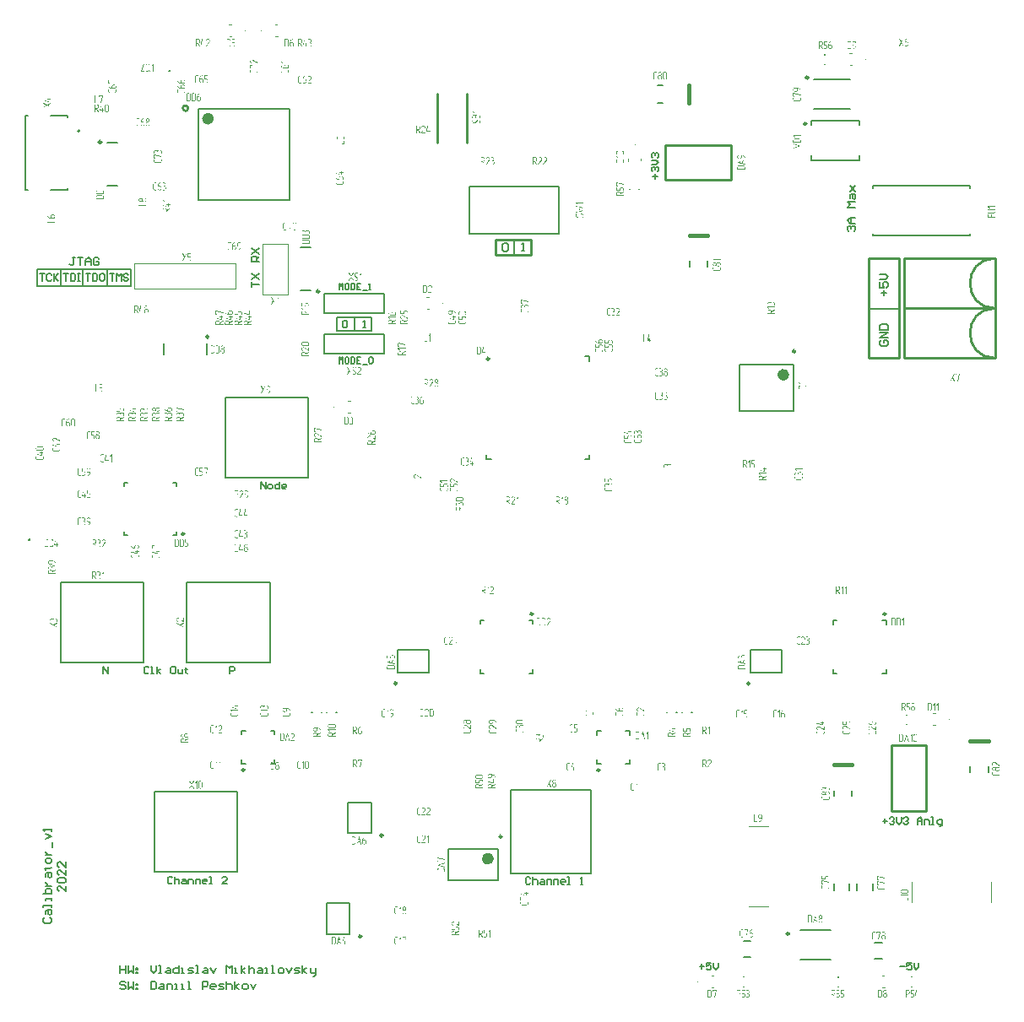
<source format=gto>
G04*
G04 #@! TF.GenerationSoftware,Altium Limited,Altium Designer,21.8.1 (53)*
G04*
G04 Layer_Color=65535*
%FSLAX44Y44*%
%MOMM*%
G71*
G04*
G04 #@! TF.SameCoordinates,6CD9B284-D185-4371-BAE9-4CCCACD555D3*
G04*
G04*
G04 #@! TF.FilePolarity,Positive*
G04*
G01*
G75*
%ADD10C,0.2500*%
%ADD11C,0.1000*%
%ADD12C,0.6000*%
%ADD13C,0.2000*%
%ADD14C,0.2540*%
%ADD15C,0.1500*%
%ADD16C,0.4000*%
%ADD17C,0.1270*%
G36*
X170441Y466592D02*
X170497Y466570D01*
X170564Y466514D01*
X170575Y466503D01*
X170619Y466459D01*
X170652Y466392D01*
X170664Y466325D01*
Y466314D01*
X170652Y466270D01*
X170630Y466203D01*
X170586Y466137D01*
X170575Y466125D01*
X170530Y466092D01*
X170464Y466059D01*
X170375Y466048D01*
X167866D01*
Y463240D01*
X169054D01*
X169098Y463228D01*
X169232Y463217D01*
X169398Y463173D01*
X169576Y463117D01*
X169776Y463029D01*
X169975Y462907D01*
X170075Y462829D01*
X170164Y462740D01*
X170175D01*
X170186Y462718D01*
X170242Y462651D01*
X170319Y462551D01*
X170419Y462407D01*
X170508Y462241D01*
X170586Y462041D01*
X170641Y461808D01*
X170664Y461686D01*
Y461563D01*
Y460453D01*
Y460442D01*
Y460420D01*
Y460387D01*
X170652Y460342D01*
X170641Y460209D01*
X170597Y460054D01*
X170541Y459865D01*
X170453Y459665D01*
X170331Y459466D01*
X170253Y459366D01*
X170164Y459277D01*
X170142Y459255D01*
X170075Y459199D01*
X169975Y459122D01*
X169831Y459033D01*
X169664Y458944D01*
X169465Y458866D01*
X169232Y458811D01*
X169109Y458800D01*
X168987Y458789D01*
X167567D01*
X167511Y458800D01*
X167444Y458822D01*
X167378Y458866D01*
X167367Y458877D01*
X167345Y458922D01*
X167322Y458988D01*
X167311Y459066D01*
Y459077D01*
X167322Y459110D01*
X167345Y459155D01*
X167378Y459233D01*
X167389Y459255D01*
X167433Y459288D01*
X167500Y459321D01*
X167589Y459344D01*
X169065D01*
X169154Y459366D01*
X169265Y459388D01*
X169387Y459421D01*
X169520Y459477D01*
X169653Y459554D01*
X169776Y459665D01*
X169787Y459677D01*
X169831Y459721D01*
X169886Y459787D01*
X169942Y459887D01*
X170009Y459998D01*
X170053Y460132D01*
X170097Y460287D01*
X170109Y460453D01*
Y461575D01*
Y461597D01*
Y461652D01*
X170086Y461741D01*
X170064Y461841D01*
X170031Y461963D01*
X169964Y462096D01*
X169886Y462229D01*
X169776Y462352D01*
X169764Y462363D01*
X169720Y462407D01*
X169653Y462463D01*
X169554Y462518D01*
X169443Y462585D01*
X169309Y462629D01*
X169154Y462673D01*
X168987Y462685D01*
X167544D01*
X167500Y462696D01*
X167456Y462718D01*
X167400Y462751D01*
X167356Y462807D01*
X167322Y462873D01*
X167311Y462962D01*
Y466314D01*
Y466325D01*
Y466359D01*
X167322Y466403D01*
X167345Y466459D01*
X167378Y466514D01*
X167433Y466558D01*
X167500Y466592D01*
X167589Y466603D01*
X170397D01*
X170441Y466592D01*
D02*
G37*
G36*
X164625D02*
X164758Y466581D01*
X164925Y466547D01*
X165103Y466481D01*
X165302Y466392D01*
X165513Y466281D01*
X165602Y466203D01*
X165702Y466114D01*
X165713D01*
X165724Y466092D01*
X165780Y466026D01*
X165857Y465926D01*
X165957Y465781D01*
X166046Y465615D01*
X166124Y465404D01*
X166179Y465182D01*
X166201Y465060D01*
Y464927D01*
Y460453D01*
Y460442D01*
Y460420D01*
Y460387D01*
X166190Y460342D01*
X166179Y460209D01*
X166135Y460054D01*
X166079Y459865D01*
X165990Y459677D01*
X165868Y459477D01*
X165791Y459377D01*
X165702Y459277D01*
X165680Y459255D01*
X165613Y459199D01*
X165513Y459122D01*
X165369Y459033D01*
X165202Y458944D01*
X164991Y458866D01*
X164769Y458811D01*
X164647Y458800D01*
X164514Y458789D01*
X162516D01*
X162472Y458800D01*
X162427Y458822D01*
X162372Y458855D01*
X162327Y458911D01*
X162294Y458977D01*
X162283Y459066D01*
Y466314D01*
Y466325D01*
Y466359D01*
X162294Y466403D01*
X162316Y466459D01*
X162350Y466514D01*
X162405Y466558D01*
X162472Y466592D01*
X162561Y466603D01*
X164581D01*
X164625Y466592D01*
D02*
G37*
G36*
X159597D02*
X159730Y466581D01*
X159897Y466547D01*
X160074Y466481D01*
X160274Y466392D01*
X160485Y466281D01*
X160574Y466203D01*
X160674Y466114D01*
X160685D01*
X160696Y466092D01*
X160751Y466026D01*
X160829Y465926D01*
X160929Y465781D01*
X161018Y465615D01*
X161095Y465404D01*
X161151Y465182D01*
X161173Y465060D01*
Y464927D01*
Y460453D01*
Y460442D01*
Y460420D01*
Y460387D01*
X161162Y460342D01*
X161151Y460209D01*
X161106Y460054D01*
X161051Y459865D01*
X160962Y459677D01*
X160840Y459477D01*
X160762Y459377D01*
X160674Y459277D01*
X160651Y459255D01*
X160585Y459199D01*
X160485Y459122D01*
X160341Y459033D01*
X160174Y458944D01*
X159963Y458866D01*
X159741Y458811D01*
X159619Y458800D01*
X159486Y458789D01*
X157488D01*
X157444Y458800D01*
X157399Y458822D01*
X157344Y458855D01*
X157299Y458911D01*
X157266Y458977D01*
X157255Y459066D01*
Y466314D01*
Y466325D01*
Y466359D01*
X157266Y466403D01*
X157288Y466459D01*
X157322Y466514D01*
X157377Y466558D01*
X157444Y466592D01*
X157532Y466603D01*
X159553D01*
X159597Y466592D01*
D02*
G37*
G36*
X897671Y302146D02*
X897804Y302135D01*
X897970Y302102D01*
X898159Y302035D01*
X898359Y301946D01*
X898559Y301835D01*
X898658Y301758D01*
X898758Y301669D01*
X898769Y301658D01*
X898803Y301624D01*
X898847Y301580D01*
X898892Y301513D01*
X898958Y301436D01*
X899014Y301347D01*
X899069Y301236D01*
X899125Y301125D01*
X899213Y300836D01*
X899247Y300659D01*
Y300481D01*
Y299915D01*
Y299893D01*
Y299848D01*
X899236Y299771D01*
X899224Y299671D01*
X899213Y299560D01*
X899180Y299438D01*
X899147Y299305D01*
X899091Y299182D01*
X899080Y299171D01*
X899058Y299127D01*
X899025Y299071D01*
X898980Y298994D01*
X898914Y298905D01*
X898825Y298816D01*
X898736Y298716D01*
X898625Y298616D01*
X898647Y298605D01*
X898692Y298583D01*
X898758Y298539D01*
X898847Y298472D01*
X898947Y298383D01*
X899047Y298283D01*
X899158Y298150D01*
X899258Y298006D01*
X899269Y297984D01*
X899302Y297939D01*
X899347Y297850D01*
X899391Y297739D01*
X899435Y297606D01*
X899480Y297462D01*
X899513Y297295D01*
X899524Y297129D01*
Y296008D01*
Y295997D01*
Y295975D01*
Y295941D01*
X899513Y295897D01*
X899502Y295764D01*
X899469Y295608D01*
X899402Y295420D01*
X899313Y295220D01*
X899202Y295020D01*
X899125Y294920D01*
X899036Y294831D01*
X899014Y294809D01*
X898947Y294754D01*
X898847Y294676D01*
X898703Y294587D01*
X898536Y294498D01*
X898325Y294421D01*
X898103Y294365D01*
X897981Y294354D01*
X897848Y294343D01*
X897215D01*
X897171Y294354D01*
X897060Y294365D01*
X896905Y294398D01*
X896727Y294465D01*
X896527Y294543D01*
X896327Y294665D01*
X896227Y294731D01*
X896128Y294820D01*
Y294831D01*
X896105Y294842D01*
X896050Y294909D01*
X895961Y295009D01*
X895872Y295153D01*
X895784Y295320D01*
X895695Y295530D01*
X895639Y295753D01*
X895628Y295875D01*
X895617Y296008D01*
Y297129D01*
Y297151D01*
Y297207D01*
X895628Y297284D01*
X895650Y297395D01*
X895673Y297517D01*
X895717Y297662D01*
X895772Y297806D01*
X895850Y297950D01*
X895861Y297973D01*
X895895Y298017D01*
X895950Y298083D01*
X896017Y298183D01*
X896116Y298283D01*
X896227Y298394D01*
X896361Y298505D01*
X896516Y298616D01*
X896505Y298627D01*
X896472Y298661D01*
X896416Y298705D01*
X896350Y298772D01*
X896283Y298860D01*
X896205Y298949D01*
X896128Y299060D01*
X896061Y299182D01*
X896050Y299193D01*
X896039Y299238D01*
X896005Y299305D01*
X895983Y299404D01*
X895950Y299504D01*
X895917Y299638D01*
X895906Y299771D01*
X895895Y299915D01*
Y300492D01*
Y300503D01*
Y300525D01*
Y300559D01*
X895906Y300603D01*
X895917Y300725D01*
X895950Y300881D01*
X896017Y301058D01*
X896094Y301258D01*
X896216Y301469D01*
X896283Y301569D01*
X896372Y301669D01*
X896383Y301680D01*
X896416Y301713D01*
X896461Y301758D01*
X896527Y301802D01*
X896616Y301868D01*
X896705Y301924D01*
X896805Y301980D01*
X896916Y302035D01*
X897204Y302124D01*
X897382Y302157D01*
X897626D01*
X897671Y302146D01*
D02*
G37*
G36*
X894285D02*
X894341Y302124D01*
X894407Y302068D01*
X894418Y302057D01*
X894463Y302013D01*
X894496Y301946D01*
X894507Y301880D01*
Y301868D01*
X894496Y301824D01*
X894474Y301758D01*
X894429Y301691D01*
X894418Y301680D01*
X894374Y301646D01*
X894307Y301613D01*
X894219Y301602D01*
X891710D01*
Y298794D01*
X892898D01*
X892942Y298783D01*
X893075Y298772D01*
X893242Y298727D01*
X893419Y298672D01*
X893619Y298583D01*
X893819Y298461D01*
X893919Y298383D01*
X894008Y298294D01*
X894019D01*
X894030Y298272D01*
X894085Y298206D01*
X894163Y298106D01*
X894263Y297961D01*
X894352Y297795D01*
X894429Y297595D01*
X894485Y297362D01*
X894507Y297240D01*
Y297118D01*
Y296008D01*
Y295997D01*
Y295975D01*
Y295941D01*
X894496Y295897D01*
X894485Y295764D01*
X894441Y295608D01*
X894385Y295420D01*
X894296Y295220D01*
X894174Y295020D01*
X894096Y294920D01*
X894008Y294831D01*
X893985Y294809D01*
X893919Y294754D01*
X893819Y294676D01*
X893675Y294587D01*
X893508Y294498D01*
X893308Y294421D01*
X893075Y294365D01*
X892953Y294354D01*
X892831Y294343D01*
X891410D01*
X891355Y294354D01*
X891288Y294376D01*
X891221Y294421D01*
X891210Y294432D01*
X891188Y294476D01*
X891166Y294543D01*
X891155Y294620D01*
Y294632D01*
X891166Y294665D01*
X891188Y294709D01*
X891221Y294787D01*
X891233Y294809D01*
X891277Y294842D01*
X891344Y294876D01*
X891432Y294898D01*
X892909D01*
X892998Y294920D01*
X893109Y294942D01*
X893231Y294976D01*
X893364Y295031D01*
X893497Y295109D01*
X893619Y295220D01*
X893630Y295231D01*
X893675Y295275D01*
X893730Y295342D01*
X893786Y295442D01*
X893852Y295553D01*
X893897Y295686D01*
X893941Y295841D01*
X893952Y296008D01*
Y297129D01*
Y297151D01*
Y297207D01*
X893930Y297295D01*
X893908Y297395D01*
X893874Y297517D01*
X893808Y297651D01*
X893730Y297784D01*
X893619Y297906D01*
X893608Y297917D01*
X893564Y297961D01*
X893497Y298017D01*
X893397Y298072D01*
X893286Y298139D01*
X893153Y298183D01*
X892998Y298228D01*
X892831Y298239D01*
X891388D01*
X891344Y298250D01*
X891299Y298272D01*
X891244Y298305D01*
X891199Y298361D01*
X891166Y298428D01*
X891155Y298516D01*
Y301868D01*
Y301880D01*
Y301913D01*
X891166Y301957D01*
X891188Y302013D01*
X891221Y302068D01*
X891277Y302113D01*
X891344Y302146D01*
X891432Y302157D01*
X894241D01*
X894285Y302146D01*
D02*
G37*
G36*
X888469D02*
X888602Y302135D01*
X888768Y302090D01*
X888946Y302035D01*
X889146Y301946D01*
X889357Y301824D01*
X889446Y301746D01*
X889546Y301658D01*
X889557D01*
X889568Y301635D01*
X889623Y301569D01*
X889701Y301469D01*
X889801Y301325D01*
X889890Y301158D01*
X889967Y300958D01*
X890023Y300725D01*
X890045Y300603D01*
Y300481D01*
Y299360D01*
Y299349D01*
Y299327D01*
Y299293D01*
X890034Y299249D01*
X890023Y299116D01*
X889978Y298960D01*
X889923Y298772D01*
X889834Y298572D01*
X889712Y298372D01*
X889634Y298272D01*
X889546Y298183D01*
X889523Y298161D01*
X889457Y298106D01*
X889357Y298028D01*
X889212Y297939D01*
X889046Y297850D01*
X888835Y297773D01*
X888613Y297717D01*
X888491Y297706D01*
X888358Y297695D01*
X888291D01*
X890001Y294754D01*
X890012Y294743D01*
X890023Y294709D01*
X890034Y294665D01*
X890045Y294609D01*
Y294587D01*
X890034Y294543D01*
X890001Y294487D01*
X889945Y294410D01*
X889934Y294398D01*
X889890Y294376D01*
X889823Y294354D01*
X889745Y294343D01*
X889701D01*
X889623Y294365D01*
X889612Y294376D01*
X889590Y294387D01*
X889557Y294432D01*
X889523Y294476D01*
X887636Y297695D01*
X886682D01*
Y294609D01*
Y294587D01*
X886671Y294532D01*
X886648Y294465D01*
X886604Y294398D01*
X886593Y294387D01*
X886548Y294376D01*
X886482Y294354D01*
X886404Y294343D01*
X886393D01*
X886360Y294354D01*
X886293Y294365D01*
X886204Y294398D01*
X886193Y294410D01*
X886171Y294454D01*
X886138Y294520D01*
X886127Y294609D01*
Y301868D01*
Y301880D01*
Y301913D01*
X886138Y301957D01*
X886160Y302013D01*
X886193Y302068D01*
X886249Y302113D01*
X886315Y302146D01*
X886404Y302157D01*
X888424D01*
X888469Y302146D01*
D02*
G37*
G36*
X600237Y824443D02*
X607496Y822756D01*
X607507D01*
X607529Y822745D01*
X607574Y822712D01*
X607652Y822656D01*
X607707Y822490D01*
Y822467D01*
X607696Y822423D01*
X607674Y822367D01*
X607640Y822290D01*
X607629Y822279D01*
X607585Y822245D01*
X607529Y822212D01*
X607441Y822201D01*
X607374Y822212D01*
X600448Y823822D01*
Y821091D01*
X601003D01*
X601025D01*
X601081Y821080D01*
X601147Y821058D01*
X601214Y821013D01*
X601225Y821002D01*
X601247Y820958D01*
X601269Y820891D01*
X601280Y820814D01*
Y820802D01*
X601269Y820769D01*
X601247Y820703D01*
X601214Y820614D01*
X601203Y820603D01*
X601158Y820581D01*
X601092Y820547D01*
X601003Y820536D01*
X600181D01*
X600170D01*
X600137D01*
X600093Y820547D01*
X600037Y820569D01*
X599982Y820603D01*
X599937Y820658D01*
X599904Y820725D01*
X599893Y820814D01*
Y824188D01*
X599904Y824243D01*
X599926Y824310D01*
X599971Y824377D01*
X599982Y824388D01*
X600015Y824421D01*
X600070Y824443D01*
X600148Y824454D01*
X600237Y824443D01*
D02*
G37*
G36*
X606153Y819415D02*
X606286Y819404D01*
X606442Y819360D01*
X606630Y819304D01*
X606830Y819215D01*
X607030Y819093D01*
X607130Y819015D01*
X607219Y818927D01*
X607241Y818904D01*
X607296Y818838D01*
X607374Y818738D01*
X607463Y818594D01*
X607552Y818427D01*
X607629Y818227D01*
X607685Y817994D01*
X607696Y817872D01*
X607707Y817750D01*
Y816329D01*
X607696Y816274D01*
X607674Y816207D01*
X607629Y816141D01*
X607618Y816129D01*
X607574Y816107D01*
X607507Y816085D01*
X607430Y816074D01*
X607419D01*
X607385Y816085D01*
X607341Y816107D01*
X607263Y816141D01*
X607241Y816152D01*
X607208Y816196D01*
X607174Y816263D01*
X607152Y816351D01*
Y817828D01*
X607130Y817916D01*
X607108Y818027D01*
X607074Y818150D01*
X607019Y818283D01*
X606941Y818416D01*
X606830Y818538D01*
X606819Y818549D01*
X606775Y818594D01*
X606708Y818649D01*
X606608Y818705D01*
X606497Y818771D01*
X606364Y818816D01*
X606209Y818860D01*
X606042Y818871D01*
X604921D01*
X604899D01*
X604843D01*
X604754Y818849D01*
X604655Y818827D01*
X604533Y818793D01*
X604399Y818727D01*
X604266Y818649D01*
X604144Y818538D01*
X604133Y818527D01*
X604089Y818483D01*
X604033Y818416D01*
X603978Y818316D01*
X603911Y818205D01*
X603867Y818072D01*
X603822Y817916D01*
X603811Y817750D01*
Y816307D01*
X603800Y816263D01*
X603778Y816218D01*
X603744Y816163D01*
X603689Y816118D01*
X603622Y816085D01*
X603534Y816074D01*
X600181D01*
X600170D01*
X600137D01*
X600093Y816085D01*
X600037Y816107D01*
X599982Y816141D01*
X599937Y816196D01*
X599904Y816263D01*
X599893Y816351D01*
Y819160D01*
X599904Y819204D01*
X599926Y819260D01*
X599982Y819326D01*
X599993Y819337D01*
X600037Y819382D01*
X600104Y819415D01*
X600170Y819426D01*
X600181D01*
X600226Y819415D01*
X600292Y819393D01*
X600359Y819348D01*
X600370Y819337D01*
X600403Y819293D01*
X600437Y819226D01*
X600448Y819137D01*
Y816629D01*
X603256D01*
Y817817D01*
X603267Y817861D01*
X603278Y817994D01*
X603323Y818161D01*
X603378Y818338D01*
X603467Y818538D01*
X603589Y818738D01*
X603667Y818838D01*
X603755Y818927D01*
Y818938D01*
X603778Y818949D01*
X603844Y819004D01*
X603944Y819082D01*
X604089Y819182D01*
X604255Y819271D01*
X604455Y819348D01*
X604688Y819404D01*
X604810Y819426D01*
X604932D01*
X606042D01*
X606053D01*
X606075D01*
X606109D01*
X606153Y819415D01*
D02*
G37*
G36*
X607507Y814953D02*
X607563Y814920D01*
X607640Y814864D01*
X607652Y814853D01*
X607674Y814809D01*
X607696Y814742D01*
X607707Y814664D01*
Y814620D01*
X607685Y814542D01*
X607674Y814531D01*
X607663Y814509D01*
X607618Y814476D01*
X607574Y814442D01*
X604355Y812555D01*
Y811601D01*
X607441D01*
X607463D01*
X607518Y811590D01*
X607585Y811567D01*
X607652Y811523D01*
X607663Y811512D01*
X607674Y811468D01*
X607696Y811401D01*
X607707Y811323D01*
Y811312D01*
X607696Y811279D01*
X607685Y811212D01*
X607652Y811123D01*
X607640Y811112D01*
X607596Y811090D01*
X607529Y811057D01*
X607441Y811046D01*
X600181D01*
X600170D01*
X600137D01*
X600093Y811057D01*
X600037Y811079D01*
X599982Y811112D01*
X599937Y811168D01*
X599904Y811234D01*
X599893Y811323D01*
Y813343D01*
X599904Y813388D01*
X599915Y813521D01*
X599959Y813688D01*
X600015Y813865D01*
X600104Y814065D01*
X600226Y814276D01*
X600303Y814365D01*
X600392Y814464D01*
Y814476D01*
X600415Y814487D01*
X600481Y814542D01*
X600581Y814620D01*
X600725Y814720D01*
X600892Y814809D01*
X601092Y814886D01*
X601325Y814942D01*
X601447Y814964D01*
X601569D01*
X602690D01*
X602701D01*
X602723D01*
X602757D01*
X602801Y814953D01*
X602934Y814942D01*
X603089Y814897D01*
X603278Y814842D01*
X603478Y814753D01*
X603678Y814631D01*
X603778Y814553D01*
X603867Y814464D01*
X603889Y814442D01*
X603944Y814376D01*
X604022Y814276D01*
X604111Y814131D01*
X604199Y813965D01*
X604277Y813754D01*
X604333Y813532D01*
X604344Y813410D01*
X604355Y813277D01*
Y813210D01*
X607296Y814920D01*
X607308Y814931D01*
X607341Y814942D01*
X607385Y814953D01*
X607441Y814964D01*
X607463D01*
X607507Y814953D01*
D02*
G37*
G36*
X901246Y14396D02*
X901312Y14374D01*
X901379Y14329D01*
X901390Y14318D01*
X901423Y14274D01*
X901457Y14207D01*
X901468Y14130D01*
X901457Y14063D01*
X900413Y8824D01*
X902034D01*
Y10211D01*
Y10223D01*
X902045Y10267D01*
X902067Y10333D01*
X902112Y10400D01*
X902123Y10411D01*
X902167Y10456D01*
X902234Y10489D01*
X902311Y10500D01*
X902334D01*
X902378Y10489D01*
X902433Y10467D01*
X902500Y10422D01*
X902511Y10411D01*
X902544Y10367D01*
X902578Y10300D01*
X902589Y10211D01*
Y8824D01*
X903444D01*
X903488Y8813D01*
X903543Y8791D01*
X903610Y8735D01*
X903621Y8724D01*
X903654Y8680D01*
X903688Y8613D01*
X903699Y8546D01*
Y8535D01*
X903688Y8491D01*
X903665Y8424D01*
X903621Y8358D01*
X903610Y8347D01*
X903577Y8313D01*
X903510Y8280D01*
X903421Y8269D01*
X902589D01*
Y6859D01*
Y6837D01*
X902578Y6782D01*
X902555Y6715D01*
X902511Y6648D01*
X902500Y6637D01*
X902456Y6626D01*
X902389Y6604D01*
X902311Y6593D01*
X902300D01*
X902267Y6604D01*
X902200Y6615D01*
X902112Y6648D01*
X902100Y6660D01*
X902078Y6704D01*
X902045Y6770D01*
X902034Y6859D01*
Y8269D01*
X900047D01*
X900003Y8280D01*
X899936Y8302D01*
X899869Y8347D01*
X899858Y8358D01*
X899836Y8402D01*
X899803Y8458D01*
X899792Y8535D01*
Y8602D01*
X900913Y14174D01*
Y14196D01*
X900924Y14241D01*
X900957Y14296D01*
X901002Y14340D01*
X901179Y14407D01*
X901201D01*
X901246Y14396D01*
D02*
G37*
G36*
X898460D02*
X898515Y14374D01*
X898582Y14318D01*
X898593Y14307D01*
X898637Y14263D01*
X898671Y14196D01*
X898682Y14130D01*
Y14118D01*
X898671Y14074D01*
X898648Y14008D01*
X898604Y13941D01*
X898593Y13930D01*
X898548Y13896D01*
X898482Y13863D01*
X898393Y13852D01*
X895884D01*
Y11044D01*
X897072D01*
X897117Y11033D01*
X897250Y11022D01*
X897416Y10977D01*
X897594Y10922D01*
X897794Y10833D01*
X897993Y10711D01*
X898093Y10633D01*
X898182Y10544D01*
X898193D01*
X898204Y10522D01*
X898260Y10456D01*
X898337Y10356D01*
X898437Y10211D01*
X898526Y10045D01*
X898604Y9845D01*
X898659Y9612D01*
X898682Y9490D01*
Y9368D01*
Y8258D01*
Y8247D01*
Y8224D01*
Y8191D01*
X898671Y8147D01*
X898659Y8014D01*
X898615Y7858D01*
X898559Y7670D01*
X898471Y7470D01*
X898349Y7270D01*
X898271Y7170D01*
X898182Y7081D01*
X898160Y7059D01*
X898093Y7004D01*
X897993Y6926D01*
X897849Y6837D01*
X897683Y6748D01*
X897483Y6671D01*
X897250Y6615D01*
X897128Y6604D01*
X897006Y6593D01*
X895585D01*
X895529Y6604D01*
X895463Y6626D01*
X895396Y6671D01*
X895385Y6682D01*
X895363Y6726D01*
X895341Y6793D01*
X895330Y6870D01*
Y6881D01*
X895341Y6915D01*
X895363Y6959D01*
X895396Y7037D01*
X895407Y7059D01*
X895452Y7092D01*
X895518Y7126D01*
X895607Y7148D01*
X897083D01*
X897172Y7170D01*
X897283Y7192D01*
X897405Y7226D01*
X897538Y7281D01*
X897672Y7359D01*
X897794Y7470D01*
X897805Y7481D01*
X897849Y7525D01*
X897905Y7592D01*
X897960Y7692D01*
X898027Y7803D01*
X898071Y7936D01*
X898116Y8091D01*
X898127Y8258D01*
Y9379D01*
Y9401D01*
Y9457D01*
X898104Y9545D01*
X898082Y9645D01*
X898049Y9767D01*
X897982Y9901D01*
X897905Y10034D01*
X897794Y10156D01*
X897783Y10167D01*
X897738Y10211D01*
X897672Y10267D01*
X897572Y10322D01*
X897461Y10389D01*
X897327Y10433D01*
X897172Y10478D01*
X897006Y10489D01*
X895563D01*
X895518Y10500D01*
X895474Y10522D01*
X895418Y10555D01*
X895374Y10611D01*
X895341Y10678D01*
X895330Y10766D01*
Y14118D01*
Y14130D01*
Y14163D01*
X895341Y14207D01*
X895363Y14263D01*
X895396Y14318D01*
X895452Y14363D01*
X895518Y14396D01*
X895607Y14407D01*
X898415D01*
X898460Y14396D01*
D02*
G37*
G36*
X892643D02*
X892776Y14385D01*
X892943Y14340D01*
X893121Y14285D01*
X893320Y14196D01*
X893531Y14074D01*
X893620Y13996D01*
X893720Y13908D01*
X893731D01*
X893742Y13885D01*
X893798Y13819D01*
X893875Y13719D01*
X893975Y13575D01*
X894064Y13408D01*
X894142Y13208D01*
X894197Y12975D01*
X894220Y12853D01*
Y12731D01*
Y11610D01*
Y11599D01*
Y11577D01*
Y11543D01*
X894208Y11499D01*
X894197Y11366D01*
X894153Y11210D01*
X894097Y11022D01*
X894009Y10822D01*
X893886Y10622D01*
X893809Y10522D01*
X893720Y10433D01*
X893698Y10411D01*
X893631Y10356D01*
X893531Y10278D01*
X893387Y10189D01*
X893221Y10100D01*
X893010Y10023D01*
X892788Y9967D01*
X892666Y9956D01*
X892532Y9945D01*
X892466D01*
X894175Y7004D01*
X894186Y6992D01*
X894197Y6959D01*
X894208Y6915D01*
X894220Y6859D01*
Y6837D01*
X894208Y6793D01*
X894175Y6737D01*
X894120Y6660D01*
X894109Y6648D01*
X894064Y6626D01*
X893997Y6604D01*
X893920Y6593D01*
X893875D01*
X893798Y6615D01*
X893787Y6626D01*
X893764Y6637D01*
X893731Y6682D01*
X893698Y6726D01*
X891811Y9945D01*
X890856D01*
Y6859D01*
Y6837D01*
X890845Y6782D01*
X890823Y6715D01*
X890779Y6648D01*
X890768Y6637D01*
X890723Y6626D01*
X890657Y6604D01*
X890579Y6593D01*
X890568D01*
X890534Y6604D01*
X890468Y6615D01*
X890379Y6648D01*
X890368Y6660D01*
X890346Y6704D01*
X890312Y6770D01*
X890301Y6859D01*
Y14118D01*
Y14130D01*
Y14163D01*
X890312Y14207D01*
X890335Y14263D01*
X890368Y14318D01*
X890423Y14363D01*
X890490Y14396D01*
X890579Y14407D01*
X892599D01*
X892643Y14396D01*
D02*
G37*
G36*
X731840D02*
X731962Y14385D01*
X732128Y14352D01*
X732317Y14285D01*
X732517Y14196D01*
X732717Y14085D01*
X732817Y14008D01*
X732905Y13919D01*
X732916D01*
X732928Y13896D01*
X732983Y13830D01*
X733061Y13730D01*
X733150Y13586D01*
X733238Y13419D01*
X733316Y13208D01*
X733372Y12986D01*
X733394Y12864D01*
Y12731D01*
Y12165D01*
Y11987D01*
Y11876D01*
X733349Y11765D01*
Y11754D01*
Y11743D01*
X733338Y11710D01*
X733327Y11666D01*
X733294Y11566D01*
X733238Y11444D01*
X733227Y11432D01*
X733205Y11388D01*
X733172Y11332D01*
X733127Y11255D01*
X733061Y11166D01*
X732972Y11077D01*
X732883Y10966D01*
X732772Y10866D01*
X732794Y10855D01*
X732839Y10833D01*
X732905Y10789D01*
X732994Y10722D01*
X733094Y10633D01*
X733194Y10533D01*
X733305Y10400D01*
X733405Y10256D01*
X733416Y10234D01*
X733449Y10189D01*
X733494Y10100D01*
X733538Y9989D01*
X733583Y9856D01*
X733627Y9712D01*
X733660Y9545D01*
X733671Y9379D01*
Y8258D01*
Y8247D01*
Y8224D01*
Y8191D01*
X733660Y8147D01*
X733649Y8014D01*
X733605Y7847D01*
X733549Y7659D01*
X733460Y7459D01*
X733338Y7259D01*
X733261Y7159D01*
X733172Y7070D01*
X733150Y7048D01*
X733083Y6992D01*
X732983Y6915D01*
X732839Y6837D01*
X732672Y6748D01*
X732473Y6671D01*
X732239Y6615D01*
X732117Y6604D01*
X731995Y6593D01*
X730574D01*
X730519Y6604D01*
X730452Y6626D01*
X730386Y6671D01*
X730375Y6682D01*
X730352Y6726D01*
X730330Y6793D01*
X730319Y6870D01*
Y6881D01*
X730330Y6915D01*
X730352Y6959D01*
X730386Y7037D01*
X730397Y7059D01*
X730441Y7092D01*
X730508Y7126D01*
X730597Y7148D01*
X732073D01*
X732162Y7170D01*
X732273Y7192D01*
X732395Y7226D01*
X732528Y7281D01*
X732661Y7359D01*
X732783Y7470D01*
X732794Y7481D01*
X732839Y7525D01*
X732894Y7592D01*
X732950Y7692D01*
X733016Y7803D01*
X733061Y7936D01*
X733105Y8091D01*
X733116Y8258D01*
Y9379D01*
Y9401D01*
Y9457D01*
X733105Y9545D01*
X733072Y9656D01*
X733039Y9779D01*
X732983Y9912D01*
X732905Y10045D01*
X732794Y10167D01*
X732783Y10178D01*
X732739Y10223D01*
X732672Y10278D01*
X732572Y10333D01*
X732461Y10400D01*
X732317Y10445D01*
X732162Y10489D01*
X731995Y10500D01*
X731695D01*
X731640Y10511D01*
X731573Y10533D01*
X731507Y10578D01*
X731496Y10589D01*
X731473Y10633D01*
X731451Y10700D01*
X731440Y10777D01*
Y10789D01*
X731451Y10822D01*
X731473Y10866D01*
X731507Y10944D01*
X731518Y10966D01*
X731562Y10999D01*
X731629Y11033D01*
X731718Y11055D01*
X731795D01*
X731884Y11077D01*
X731995Y11099D01*
X732117Y11133D01*
X732251Y11188D01*
X732384Y11266D01*
X732506Y11377D01*
X732517Y11388D01*
X732561Y11432D01*
X732617Y11499D01*
X732672Y11599D01*
X732739Y11710D01*
X732783Y11843D01*
X732828Y11998D01*
X732839Y12165D01*
Y12731D01*
Y12753D01*
Y12809D01*
X732817Y12898D01*
X732794Y13009D01*
X732761Y13131D01*
X732694Y13264D01*
X732617Y13397D01*
X732506Y13519D01*
X732495Y13530D01*
X732450Y13575D01*
X732384Y13630D01*
X732284Y13686D01*
X732173Y13752D01*
X732040Y13797D01*
X731884Y13841D01*
X731718Y13852D01*
X730574D01*
X730519Y13863D01*
X730452Y13885D01*
X730386Y13930D01*
X730375Y13941D01*
X730352Y13985D01*
X730330Y14052D01*
X730319Y14130D01*
Y14141D01*
X730330Y14174D01*
X730352Y14218D01*
X730386Y14296D01*
X730397Y14318D01*
X730441Y14352D01*
X730508Y14385D01*
X730597Y14407D01*
X731784D01*
X731840Y14396D01*
D02*
G37*
G36*
X728987D02*
X729043Y14374D01*
X729109Y14318D01*
X729120Y14307D01*
X729165Y14263D01*
X729198Y14196D01*
X729209Y14130D01*
Y14118D01*
X729198Y14074D01*
X729176Y14008D01*
X729131Y13941D01*
X729120Y13930D01*
X729076Y13896D01*
X729009Y13863D01*
X728921Y13852D01*
X726412D01*
Y11044D01*
X727600D01*
X727644Y11033D01*
X727777Y11022D01*
X727944Y10977D01*
X728121Y10922D01*
X728321Y10833D01*
X728521Y10711D01*
X728621Y10633D01*
X728710Y10544D01*
X728721D01*
X728732Y10522D01*
X728787Y10456D01*
X728865Y10356D01*
X728965Y10211D01*
X729054Y10045D01*
X729131Y9845D01*
X729187Y9612D01*
X729209Y9490D01*
Y9368D01*
Y8258D01*
Y8247D01*
Y8224D01*
Y8191D01*
X729198Y8147D01*
X729187Y8014D01*
X729143Y7858D01*
X729087Y7670D01*
X728998Y7470D01*
X728876Y7270D01*
X728798Y7170D01*
X728710Y7081D01*
X728687Y7059D01*
X728621Y7004D01*
X728521Y6926D01*
X728377Y6837D01*
X728210Y6748D01*
X728010Y6671D01*
X727777Y6615D01*
X727655Y6604D01*
X727533Y6593D01*
X726112D01*
X726057Y6604D01*
X725990Y6626D01*
X725924Y6671D01*
X725912Y6682D01*
X725890Y6726D01*
X725868Y6793D01*
X725857Y6870D01*
Y6881D01*
X725868Y6915D01*
X725890Y6959D01*
X725924Y7037D01*
X725935Y7059D01*
X725979Y7092D01*
X726046Y7126D01*
X726134Y7148D01*
X727611D01*
X727700Y7170D01*
X727811Y7192D01*
X727933Y7226D01*
X728066Y7281D01*
X728199Y7359D01*
X728321Y7470D01*
X728332Y7481D01*
X728377Y7525D01*
X728432Y7592D01*
X728488Y7692D01*
X728554Y7803D01*
X728599Y7936D01*
X728643Y8091D01*
X728654Y8258D01*
Y9379D01*
Y9401D01*
Y9457D01*
X728632Y9545D01*
X728610Y9645D01*
X728576Y9767D01*
X728510Y9901D01*
X728432Y10034D01*
X728321Y10156D01*
X728310Y10167D01*
X728266Y10211D01*
X728199Y10267D01*
X728099Y10322D01*
X727988Y10389D01*
X727855Y10433D01*
X727700Y10478D01*
X727533Y10489D01*
X726090D01*
X726046Y10500D01*
X726001Y10522D01*
X725946Y10555D01*
X725901Y10611D01*
X725868Y10678D01*
X725857Y10766D01*
Y14118D01*
Y14130D01*
Y14163D01*
X725868Y14207D01*
X725890Y14263D01*
X725924Y14318D01*
X725979Y14363D01*
X726046Y14396D01*
X726134Y14407D01*
X728943D01*
X728987Y14396D01*
D02*
G37*
G36*
X723171D02*
X723304Y14385D01*
X723471Y14340D01*
X723648Y14285D01*
X723848Y14196D01*
X724059Y14074D01*
X724148Y13996D01*
X724248Y13908D01*
X724259D01*
X724270Y13885D01*
X724325Y13819D01*
X724403Y13719D01*
X724503Y13575D01*
X724592Y13408D01*
X724669Y13208D01*
X724725Y12975D01*
X724747Y12853D01*
Y12731D01*
Y11610D01*
Y11599D01*
Y11577D01*
Y11543D01*
X724736Y11499D01*
X724725Y11366D01*
X724680Y11210D01*
X724625Y11022D01*
X724536Y10822D01*
X724414Y10622D01*
X724336Y10522D01*
X724248Y10433D01*
X724225Y10411D01*
X724159Y10356D01*
X724059Y10278D01*
X723914Y10189D01*
X723748Y10100D01*
X723537Y10023D01*
X723315Y9967D01*
X723193Y9956D01*
X723060Y9945D01*
X722993D01*
X724703Y7004D01*
X724714Y6992D01*
X724725Y6959D01*
X724736Y6915D01*
X724747Y6859D01*
Y6837D01*
X724736Y6793D01*
X724703Y6737D01*
X724647Y6660D01*
X724636Y6648D01*
X724592Y6626D01*
X724525Y6604D01*
X724447Y6593D01*
X724403D01*
X724325Y6615D01*
X724314Y6626D01*
X724292Y6637D01*
X724259Y6682D01*
X724225Y6726D01*
X722338Y9945D01*
X721384D01*
Y6859D01*
Y6837D01*
X721373Y6782D01*
X721350Y6715D01*
X721306Y6648D01*
X721295Y6637D01*
X721251Y6626D01*
X721184Y6604D01*
X721106Y6593D01*
X721095D01*
X721062Y6604D01*
X720995Y6615D01*
X720907Y6648D01*
X720895Y6660D01*
X720873Y6704D01*
X720840Y6770D01*
X720829Y6859D01*
Y14118D01*
Y14130D01*
Y14163D01*
X720840Y14207D01*
X720862Y14263D01*
X720895Y14318D01*
X720951Y14363D01*
X721018Y14396D01*
X721106Y14407D01*
X723126D01*
X723171Y14396D01*
D02*
G37*
G36*
X922839Y302146D02*
X922906Y302124D01*
X922972Y302079D01*
X922984Y302068D01*
X923017Y302024D01*
X923050Y301957D01*
X923061Y301880D01*
Y294609D01*
Y294587D01*
X923050Y294532D01*
X923028Y294465D01*
X922984Y294398D01*
X922972Y294387D01*
X922928Y294376D01*
X922861Y294354D01*
X922784Y294343D01*
X922773D01*
X922739Y294354D01*
X922673Y294365D01*
X922584Y294398D01*
X922573Y294410D01*
X922551Y294454D01*
X922517Y294520D01*
X922506Y294609D01*
Y301203D01*
X921296Y300004D01*
X921285Y299993D01*
X921241Y299959D01*
X921185Y299926D01*
X921108Y299915D01*
X921086D01*
X921041Y299926D01*
X920975Y299948D01*
X920908Y300004D01*
X920897Y300015D01*
X920875Y300059D01*
X920841Y300126D01*
X920830Y300204D01*
Y300215D01*
X920841Y300248D01*
X920863Y300303D01*
X920908Y300392D01*
X922584Y302079D01*
X922595Y302090D01*
X922639Y302124D01*
X922695Y302146D01*
X922773Y302157D01*
X922795D01*
X922839Y302146D01*
D02*
G37*
G36*
X919487D02*
X919554Y302124D01*
X919620Y302079D01*
X919631Y302068D01*
X919665Y302024D01*
X919698Y301957D01*
X919709Y301880D01*
Y294609D01*
Y294587D01*
X919698Y294532D01*
X919676Y294465D01*
X919631Y294398D01*
X919620Y294387D01*
X919576Y294376D01*
X919509Y294354D01*
X919432Y294343D01*
X919420D01*
X919387Y294354D01*
X919321Y294365D01*
X919232Y294398D01*
X919221Y294410D01*
X919199Y294454D01*
X919165Y294520D01*
X919154Y294609D01*
Y301203D01*
X917944Y300004D01*
X917933Y299993D01*
X917889Y299959D01*
X917833Y299926D01*
X917756Y299915D01*
X917733D01*
X917689Y299926D01*
X917622Y299948D01*
X917556Y300004D01*
X917545Y300015D01*
X917523Y300059D01*
X917489Y300126D01*
X917478Y300204D01*
Y300215D01*
X917489Y300248D01*
X917511Y300303D01*
X917556Y300392D01*
X919232Y302079D01*
X919243Y302090D01*
X919287Y302124D01*
X919343Y302146D01*
X919420Y302157D01*
X919443D01*
X919487Y302146D01*
D02*
G37*
G36*
X914781D02*
X914914Y302135D01*
X915080Y302102D01*
X915258Y302035D01*
X915458Y301946D01*
X915669Y301835D01*
X915758Y301758D01*
X915857Y301669D01*
X915869D01*
X915880Y301646D01*
X915935Y301580D01*
X916013Y301480D01*
X916113Y301336D01*
X916202Y301169D01*
X916279Y300958D01*
X916335Y300736D01*
X916357Y300614D01*
Y300481D01*
Y296008D01*
Y295997D01*
Y295975D01*
Y295941D01*
X916346Y295897D01*
X916335Y295764D01*
X916290Y295608D01*
X916235Y295420D01*
X916146Y295231D01*
X916024Y295031D01*
X915946Y294931D01*
X915857Y294831D01*
X915835Y294809D01*
X915769Y294754D01*
X915669Y294676D01*
X915525Y294587D01*
X915358Y294498D01*
X915147Y294421D01*
X914925Y294365D01*
X914803Y294354D01*
X914670Y294343D01*
X912672D01*
X912627Y294354D01*
X912583Y294376D01*
X912528Y294410D01*
X912483Y294465D01*
X912450Y294532D01*
X912439Y294620D01*
Y301868D01*
Y301880D01*
Y301913D01*
X912450Y301957D01*
X912472Y302013D01*
X912505Y302068D01*
X912561Y302113D01*
X912627Y302146D01*
X912716Y302157D01*
X914736D01*
X914781Y302146D01*
D02*
G37*
G36*
X606153Y856059D02*
X606286Y856048D01*
X606442Y856003D01*
X606630Y855948D01*
X606819Y855859D01*
X607019Y855737D01*
X607119Y855659D01*
X607219Y855570D01*
X607241Y855548D01*
X607296Y855481D01*
X607374Y855381D01*
X607463Y855237D01*
X607552Y855071D01*
X607629Y854860D01*
X607685Y854638D01*
X607696Y854516D01*
X607707Y854382D01*
Y853761D01*
X607696Y853717D01*
X607685Y853594D01*
X607652Y853439D01*
X607585Y853261D01*
X607507Y853062D01*
X607385Y852862D01*
X607319Y852762D01*
X607230Y852662D01*
X607219D01*
X607208Y852640D01*
X607141Y852584D01*
X607041Y852495D01*
X606897Y852407D01*
X606730Y852318D01*
X606519Y852229D01*
X606297Y852174D01*
X606175Y852162D01*
X606042Y852151D01*
X601569D01*
X601558D01*
X601536D01*
X601502D01*
X601458Y852162D01*
X601336Y852174D01*
X601169Y852207D01*
X600992Y852273D01*
X600792Y852351D01*
X600592Y852473D01*
X600503Y852540D01*
X600403Y852629D01*
X600392Y852640D01*
X600381Y852651D01*
X600326Y852718D01*
X600237Y852817D01*
X600148Y852962D01*
X600059Y853139D01*
X599971Y853339D01*
X599915Y853572D01*
X599893Y853694D01*
Y854449D01*
X599904Y854493D01*
X599915Y854627D01*
X599948Y854793D01*
X600015Y854971D01*
X600104Y855171D01*
X600215Y855381D01*
X600292Y855470D01*
X600381Y855570D01*
Y855581D01*
X600403Y855592D01*
X600470Y855648D01*
X600570Y855726D01*
X600714Y855826D01*
X600881Y855914D01*
X601092Y855992D01*
X601314Y856048D01*
X601436Y856070D01*
X601569D01*
X606042D01*
X606053D01*
X606075D01*
X606109D01*
X606153Y856059D01*
D02*
G37*
G36*
X607518Y851030D02*
X607585Y851008D01*
X607652Y850964D01*
X607663Y850953D01*
X607674Y850908D01*
X607696Y850842D01*
X607707Y850764D01*
Y850753D01*
X607696Y850720D01*
X607685Y850653D01*
X607652Y850564D01*
X607640Y850553D01*
X607596Y850531D01*
X607529Y850498D01*
X607441Y850487D01*
X600847D01*
X602046Y849277D01*
X602057Y849266D01*
X602091Y849221D01*
X602124Y849166D01*
X602135Y849088D01*
Y849066D01*
X602124Y849021D01*
X602102Y848955D01*
X602046Y848888D01*
X602035Y848877D01*
X601991Y848855D01*
X601924Y848821D01*
X601846Y848810D01*
X601835D01*
X601802Y848821D01*
X601746Y848844D01*
X601658Y848888D01*
X599971Y850564D01*
X599959Y850575D01*
X599926Y850620D01*
X599904Y850675D01*
X599893Y850753D01*
Y850775D01*
X599904Y850819D01*
X599926Y850886D01*
X599971Y850953D01*
X599982Y850964D01*
X600026Y850997D01*
X600093Y851030D01*
X600170Y851041D01*
X607441D01*
X607463D01*
X607518Y851030D01*
D02*
G37*
G36*
X606153Y847678D02*
X606286Y847667D01*
X606442Y847623D01*
X606630Y847567D01*
X606819Y847478D01*
X607019Y847356D01*
X607119Y847279D01*
X607219Y847190D01*
X607241Y847168D01*
X607296Y847101D01*
X607374Y847001D01*
X607463Y846857D01*
X607552Y846690D01*
X607629Y846479D01*
X607685Y846257D01*
X607696Y846135D01*
X607707Y846002D01*
Y844004D01*
X607696Y843960D01*
X607674Y843915D01*
X607640Y843860D01*
X607585Y843816D01*
X607518Y843782D01*
X607430Y843771D01*
X600181D01*
X600170D01*
X600137D01*
X600093Y843782D01*
X600037Y843804D01*
X599982Y843838D01*
X599937Y843893D01*
X599904Y843960D01*
X599893Y844049D01*
Y846069D01*
X599904Y846113D01*
X599915Y846246D01*
X599948Y846413D01*
X600015Y846590D01*
X600104Y846790D01*
X600215Y847001D01*
X600292Y847090D01*
X600381Y847190D01*
Y847201D01*
X600403Y847212D01*
X600470Y847268D01*
X600570Y847345D01*
X600714Y847445D01*
X600881Y847534D01*
X601092Y847612D01*
X601314Y847667D01*
X601436Y847689D01*
X601569D01*
X606042D01*
X606053D01*
X606075D01*
X606109D01*
X606153Y847678D01*
D02*
G37*
G36*
X869614Y14396D02*
X869747Y14385D01*
X869914Y14352D01*
X870102Y14285D01*
X870302Y14196D01*
X870502Y14085D01*
X870602Y14008D01*
X870702Y13919D01*
X870713Y13908D01*
X870746Y13874D01*
X870791Y13830D01*
X870835Y13763D01*
X870902Y13686D01*
X870957Y13597D01*
X871013Y13486D01*
X871068Y13375D01*
X871157Y13086D01*
X871190Y12909D01*
Y12731D01*
Y12165D01*
Y12143D01*
Y12098D01*
X871179Y12021D01*
X871168Y11921D01*
X871157Y11810D01*
X871124Y11688D01*
X871090Y11554D01*
X871035Y11432D01*
X871024Y11421D01*
X871002Y11377D01*
X870968Y11321D01*
X870924Y11244D01*
X870857Y11155D01*
X870768Y11066D01*
X870680Y10966D01*
X870569Y10866D01*
X870591Y10855D01*
X870635Y10833D01*
X870702Y10789D01*
X870791Y10722D01*
X870891Y10633D01*
X870990Y10533D01*
X871101Y10400D01*
X871201Y10256D01*
X871212Y10234D01*
X871246Y10189D01*
X871290Y10100D01*
X871335Y9989D01*
X871379Y9856D01*
X871423Y9712D01*
X871457Y9545D01*
X871468Y9379D01*
Y8258D01*
Y8247D01*
Y8224D01*
Y8191D01*
X871457Y8147D01*
X871445Y8014D01*
X871412Y7858D01*
X871346Y7670D01*
X871257Y7470D01*
X871146Y7270D01*
X871068Y7170D01*
X870979Y7081D01*
X870957Y7059D01*
X870891Y7004D01*
X870791Y6926D01*
X870646Y6837D01*
X870480Y6748D01*
X870269Y6671D01*
X870047Y6615D01*
X869925Y6604D01*
X869792Y6593D01*
X869159D01*
X869115Y6604D01*
X869004Y6615D01*
X868848Y6648D01*
X868671Y6715D01*
X868471Y6793D01*
X868271Y6915D01*
X868171Y6981D01*
X868071Y7070D01*
Y7081D01*
X868049Y7092D01*
X867993Y7159D01*
X867905Y7259D01*
X867816Y7403D01*
X867727Y7570D01*
X867638Y7781D01*
X867583Y8002D01*
X867572Y8125D01*
X867561Y8258D01*
Y9379D01*
Y9401D01*
Y9457D01*
X867572Y9534D01*
X867594Y9645D01*
X867616Y9767D01*
X867660Y9912D01*
X867716Y10056D01*
X867794Y10200D01*
X867805Y10223D01*
X867838Y10267D01*
X867894Y10333D01*
X867960Y10433D01*
X868060Y10533D01*
X868171Y10644D01*
X868304Y10755D01*
X868460Y10866D01*
X868448Y10877D01*
X868415Y10911D01*
X868360Y10955D01*
X868293Y11022D01*
X868226Y11111D01*
X868149Y11199D01*
X868071Y11310D01*
X868005Y11432D01*
X867993Y11444D01*
X867982Y11488D01*
X867949Y11554D01*
X867927Y11654D01*
X867894Y11754D01*
X867860Y11888D01*
X867849Y12021D01*
X867838Y12165D01*
Y12742D01*
Y12753D01*
Y12775D01*
Y12809D01*
X867849Y12853D01*
X867860Y12975D01*
X867894Y13131D01*
X867960Y13308D01*
X868038Y13508D01*
X868160Y13719D01*
X868226Y13819D01*
X868315Y13919D01*
X868326Y13930D01*
X868360Y13963D01*
X868404Y14008D01*
X868471Y14052D01*
X868559Y14118D01*
X868648Y14174D01*
X868748Y14230D01*
X868859Y14285D01*
X869148Y14374D01*
X869325Y14407D01*
X869570D01*
X869614Y14396D01*
D02*
G37*
G36*
X864874D02*
X865008Y14385D01*
X865174Y14352D01*
X865352Y14285D01*
X865552Y14196D01*
X865762Y14085D01*
X865851Y14008D01*
X865951Y13919D01*
X865962D01*
X865973Y13896D01*
X866029Y13830D01*
X866106Y13730D01*
X866206Y13586D01*
X866295Y13419D01*
X866373Y13208D01*
X866428Y12986D01*
X866451Y12864D01*
Y12731D01*
Y8258D01*
Y8247D01*
Y8224D01*
Y8191D01*
X866440Y8147D01*
X866428Y8014D01*
X866384Y7858D01*
X866329Y7670D01*
X866240Y7481D01*
X866118Y7281D01*
X866040Y7181D01*
X865951Y7081D01*
X865929Y7059D01*
X865862Y7004D01*
X865762Y6926D01*
X865618Y6837D01*
X865452Y6748D01*
X865241Y6671D01*
X865019Y6615D01*
X864897Y6604D01*
X864763Y6593D01*
X862765D01*
X862721Y6604D01*
X862677Y6626D01*
X862621Y6660D01*
X862577Y6715D01*
X862543Y6782D01*
X862532Y6870D01*
Y14118D01*
Y14130D01*
Y14163D01*
X862543Y14207D01*
X862566Y14263D01*
X862599Y14318D01*
X862654Y14363D01*
X862721Y14396D01*
X862810Y14407D01*
X864830D01*
X864874Y14396D01*
D02*
G37*
G36*
X700262D02*
X700329Y14374D01*
X700396Y14329D01*
X700407Y14318D01*
X700440Y14285D01*
X700462Y14230D01*
X700473Y14152D01*
X700462Y14063D01*
X698775Y6804D01*
Y6793D01*
X698764Y6770D01*
X698731Y6726D01*
X698675Y6648D01*
X698509Y6593D01*
X698486D01*
X698442Y6604D01*
X698387Y6626D01*
X698309Y6660D01*
X698298Y6671D01*
X698264Y6715D01*
X698231Y6770D01*
X698220Y6859D01*
X698231Y6926D01*
X699840Y13852D01*
X697110D01*
Y13297D01*
Y13275D01*
X697099Y13219D01*
X697077Y13153D01*
X697032Y13086D01*
X697021Y13075D01*
X696977Y13053D01*
X696910Y13031D01*
X696833Y13020D01*
X696821D01*
X696788Y13031D01*
X696721Y13053D01*
X696633Y13086D01*
X696622Y13097D01*
X696599Y13142D01*
X696566Y13208D01*
X696555Y13297D01*
Y14118D01*
Y14130D01*
Y14163D01*
X696566Y14207D01*
X696588Y14263D01*
X696622Y14318D01*
X696677Y14363D01*
X696744Y14396D01*
X696833Y14407D01*
X700207D01*
X700262Y14396D01*
D02*
G37*
G36*
X693869D02*
X694002Y14385D01*
X694168Y14352D01*
X694346Y14285D01*
X694546Y14196D01*
X694757Y14085D01*
X694846Y14008D01*
X694946Y13919D01*
X694957D01*
X694968Y13896D01*
X695023Y13830D01*
X695101Y13730D01*
X695201Y13586D01*
X695290Y13419D01*
X695367Y13208D01*
X695423Y12986D01*
X695445Y12864D01*
Y12731D01*
Y8258D01*
Y8247D01*
Y8224D01*
Y8191D01*
X695434Y8147D01*
X695423Y8014D01*
X695378Y7858D01*
X695323Y7670D01*
X695234Y7481D01*
X695112Y7281D01*
X695034Y7181D01*
X694946Y7081D01*
X694923Y7059D01*
X694857Y7004D01*
X694757Y6926D01*
X694613Y6837D01*
X694446Y6748D01*
X694235Y6671D01*
X694013Y6615D01*
X693891Y6604D01*
X693758Y6593D01*
X691760D01*
X691715Y6604D01*
X691671Y6626D01*
X691616Y6660D01*
X691571Y6715D01*
X691538Y6782D01*
X691527Y6870D01*
Y14118D01*
Y14130D01*
Y14163D01*
X691538Y14207D01*
X691560Y14263D01*
X691593Y14318D01*
X691649Y14363D01*
X691715Y14396D01*
X691804Y14407D01*
X693824D01*
X693869Y14396D01*
D02*
G37*
G36*
X868095Y72646D02*
X868228Y72635D01*
X868395Y72602D01*
X868584Y72535D01*
X868783Y72446D01*
X868983Y72335D01*
X869083Y72257D01*
X869183Y72169D01*
X869194Y72158D01*
X869227Y72124D01*
X869272Y72080D01*
X869316Y72013D01*
X869383Y71936D01*
X869438Y71847D01*
X869494Y71736D01*
X869549Y71625D01*
X869638Y71336D01*
X869671Y71159D01*
Y70981D01*
Y70415D01*
Y70393D01*
Y70348D01*
X869660Y70271D01*
X869649Y70171D01*
X869638Y70060D01*
X869605Y69938D01*
X869571Y69805D01*
X869516Y69682D01*
X869505Y69671D01*
X869482Y69627D01*
X869449Y69571D01*
X869405Y69494D01*
X869338Y69405D01*
X869249Y69316D01*
X869161Y69216D01*
X869050Y69116D01*
X869072Y69105D01*
X869116Y69083D01*
X869183Y69039D01*
X869272Y68972D01*
X869371Y68883D01*
X869471Y68783D01*
X869582Y68650D01*
X869682Y68506D01*
X869693Y68484D01*
X869727Y68439D01*
X869771Y68350D01*
X869816Y68239D01*
X869860Y68106D01*
X869904Y67962D01*
X869938Y67795D01*
X869949Y67629D01*
Y66508D01*
Y66497D01*
Y66474D01*
Y66441D01*
X869938Y66397D01*
X869927Y66264D01*
X869893Y66108D01*
X869827Y65920D01*
X869738Y65720D01*
X869627Y65520D01*
X869549Y65420D01*
X869460Y65331D01*
X869438Y65309D01*
X869371Y65254D01*
X869272Y65176D01*
X869127Y65087D01*
X868961Y64998D01*
X868750Y64921D01*
X868528Y64865D01*
X868406Y64854D01*
X868273Y64843D01*
X867640D01*
X867596Y64854D01*
X867485Y64865D01*
X867329Y64898D01*
X867152Y64965D01*
X866952Y65043D01*
X866752Y65165D01*
X866652Y65231D01*
X866552Y65320D01*
Y65331D01*
X866530Y65342D01*
X866475Y65409D01*
X866386Y65509D01*
X866297Y65653D01*
X866208Y65820D01*
X866119Y66031D01*
X866064Y66252D01*
X866053Y66375D01*
X866042Y66508D01*
Y67629D01*
Y67651D01*
Y67707D01*
X866053Y67784D01*
X866075Y67895D01*
X866097Y68017D01*
X866142Y68162D01*
X866197Y68306D01*
X866275Y68450D01*
X866286Y68472D01*
X866319Y68517D01*
X866375Y68583D01*
X866441Y68683D01*
X866541Y68783D01*
X866652Y68894D01*
X866785Y69005D01*
X866941Y69116D01*
X866930Y69127D01*
X866896Y69161D01*
X866841Y69205D01*
X866774Y69272D01*
X866708Y69360D01*
X866630Y69449D01*
X866552Y69560D01*
X866486Y69682D01*
X866475Y69693D01*
X866463Y69738D01*
X866430Y69805D01*
X866408Y69904D01*
X866375Y70004D01*
X866341Y70138D01*
X866330Y70271D01*
X866319Y70415D01*
Y70992D01*
Y71003D01*
Y71026D01*
Y71059D01*
X866330Y71103D01*
X866341Y71225D01*
X866375Y71381D01*
X866441Y71558D01*
X866519Y71758D01*
X866641Y71969D01*
X866708Y72069D01*
X866796Y72169D01*
X866807Y72180D01*
X866841Y72213D01*
X866885Y72257D01*
X866952Y72302D01*
X867041Y72368D01*
X867129Y72424D01*
X867229Y72480D01*
X867340Y72535D01*
X867629Y72624D01*
X867806Y72657D01*
X868051D01*
X868095Y72646D01*
D02*
G37*
G36*
X864721D02*
X864787Y72624D01*
X864854Y72579D01*
X864865Y72568D01*
X864898Y72535D01*
X864921Y72480D01*
X864932Y72402D01*
X864921Y72313D01*
X863233Y65054D01*
Y65043D01*
X863222Y65020D01*
X863189Y64976D01*
X863133Y64898D01*
X862967Y64843D01*
X862945D01*
X862900Y64854D01*
X862845Y64876D01*
X862767Y64910D01*
X862756Y64921D01*
X862723Y64965D01*
X862690Y65020D01*
X862678Y65109D01*
X862690Y65176D01*
X864299Y72102D01*
X861568D01*
Y71547D01*
Y71525D01*
X861557Y71469D01*
X861535Y71403D01*
X861491Y71336D01*
X861480Y71325D01*
X861435Y71303D01*
X861369Y71281D01*
X861291Y71270D01*
X861280D01*
X861246Y71281D01*
X861180Y71303D01*
X861091Y71336D01*
X861080Y71347D01*
X861058Y71392D01*
X861024Y71458D01*
X861013Y71547D01*
Y72368D01*
Y72380D01*
Y72413D01*
X861024Y72457D01*
X861047Y72513D01*
X861080Y72568D01*
X861135Y72613D01*
X861202Y72646D01*
X861291Y72657D01*
X864665D01*
X864721Y72646D01*
D02*
G37*
G36*
X859681D02*
X859737Y72624D01*
X859803Y72568D01*
X859815Y72557D01*
X859859Y72513D01*
X859892Y72446D01*
X859903Y72380D01*
Y72368D01*
X859892Y72324D01*
X859870Y72257D01*
X859826Y72191D01*
X859815Y72180D01*
X859770Y72147D01*
X859704Y72113D01*
X859615Y72102D01*
X858150D01*
X858061Y72091D01*
X857950Y72058D01*
X857828Y72024D01*
X857695Y71969D01*
X857561Y71891D01*
X857428Y71780D01*
X857417Y71769D01*
X857384Y71725D01*
X857328Y71658D01*
X857273Y71558D01*
X857206Y71447D01*
X857162Y71303D01*
X857117Y71148D01*
X857106Y70981D01*
Y66508D01*
Y66486D01*
Y66430D01*
X857129Y66341D01*
X857151Y66241D01*
X857184Y66119D01*
X857240Y65986D01*
X857317Y65853D01*
X857428Y65720D01*
X857439Y65709D01*
X857484Y65675D01*
X857561Y65620D01*
X857650Y65564D01*
X857772Y65498D01*
X857905Y65453D01*
X858061Y65409D01*
X858227Y65398D01*
X859637D01*
X859681Y65387D01*
X859737Y65365D01*
X859803Y65309D01*
X859815Y65298D01*
X859859Y65254D01*
X859892Y65187D01*
X859903Y65120D01*
Y65109D01*
X859892Y65065D01*
X859870Y64998D01*
X859826Y64932D01*
X859815Y64921D01*
X859770Y64887D01*
X859704Y64854D01*
X859615Y64843D01*
X858161D01*
X858116Y64854D01*
X857994Y64865D01*
X857839Y64910D01*
X857650Y64965D01*
X857461Y65054D01*
X857262Y65176D01*
X857162Y65243D01*
X857062Y65331D01*
Y65342D01*
X857040Y65353D01*
X856984Y65420D01*
X856895Y65520D01*
X856807Y65664D01*
X856718Y65831D01*
X856629Y66031D01*
X856573Y66264D01*
X856562Y66386D01*
X856551Y66508D01*
Y70981D01*
Y70992D01*
Y71014D01*
Y71048D01*
X856562Y71092D01*
X856573Y71214D01*
X856607Y71381D01*
X856673Y71558D01*
X856751Y71758D01*
X856873Y71958D01*
X856940Y72047D01*
X857029Y72147D01*
X857040Y72158D01*
X857051Y72169D01*
X857117Y72224D01*
X857217Y72313D01*
X857362Y72402D01*
X857539Y72491D01*
X857739Y72579D01*
X857972Y72635D01*
X858094Y72657D01*
X859637D01*
X859681Y72646D01*
D02*
G37*
G36*
X475836Y849829D02*
X475958Y849818D01*
X476124Y849784D01*
X476313Y849718D01*
X476513Y849629D01*
X476713Y849518D01*
X476813Y849440D01*
X476901Y849351D01*
X476912D01*
X476923Y849329D01*
X476979Y849263D01*
X477057Y849163D01*
X477146Y849018D01*
X477234Y848852D01*
X477312Y848641D01*
X477368Y848419D01*
X477390Y848297D01*
Y848164D01*
Y847598D01*
Y847420D01*
Y847309D01*
X477345Y847198D01*
Y847187D01*
Y847176D01*
X477334Y847142D01*
X477323Y847098D01*
X477290Y846998D01*
X477234Y846876D01*
X477223Y846865D01*
X477201Y846821D01*
X477168Y846765D01*
X477123Y846687D01*
X477057Y846599D01*
X476968Y846510D01*
X476879Y846399D01*
X476768Y846299D01*
X476790Y846288D01*
X476835Y846266D01*
X476901Y846221D01*
X476990Y846155D01*
X477090Y846066D01*
X477190Y845966D01*
X477301Y845833D01*
X477401Y845688D01*
X477412Y845666D01*
X477445Y845622D01*
X477490Y845533D01*
X477534Y845422D01*
X477578Y845289D01*
X477623Y845145D01*
X477656Y844978D01*
X477667Y844812D01*
Y843690D01*
Y843679D01*
Y843657D01*
Y843624D01*
X477656Y843579D01*
X477645Y843446D01*
X477601Y843280D01*
X477545Y843091D01*
X477456Y842891D01*
X477334Y842691D01*
X477257Y842592D01*
X477168Y842503D01*
X477146Y842481D01*
X477079Y842425D01*
X476979Y842347D01*
X476835Y842270D01*
X476668Y842181D01*
X476468Y842103D01*
X476235Y842048D01*
X476113Y842037D01*
X475991Y842026D01*
X474570D01*
X474515Y842037D01*
X474448Y842059D01*
X474382Y842103D01*
X474370Y842114D01*
X474348Y842159D01*
X474326Y842225D01*
X474315Y842303D01*
Y842314D01*
X474326Y842347D01*
X474348Y842392D01*
X474382Y842469D01*
X474393Y842492D01*
X474437Y842525D01*
X474504Y842558D01*
X474593Y842580D01*
X476069D01*
X476158Y842603D01*
X476269Y842625D01*
X476391Y842658D01*
X476524Y842714D01*
X476657Y842791D01*
X476779Y842902D01*
X476790Y842914D01*
X476835Y842958D01*
X476890Y843025D01*
X476946Y843124D01*
X477012Y843235D01*
X477057Y843369D01*
X477101Y843524D01*
X477112Y843690D01*
Y844812D01*
Y844834D01*
Y844889D01*
X477101Y844978D01*
X477068Y845089D01*
X477034Y845211D01*
X476979Y845344D01*
X476901Y845478D01*
X476790Y845600D01*
X476779Y845611D01*
X476735Y845655D01*
X476668Y845711D01*
X476568Y845766D01*
X476457Y845833D01*
X476313Y845877D01*
X476158Y845921D01*
X475991Y845933D01*
X475691D01*
X475636Y845944D01*
X475569Y845966D01*
X475503Y846010D01*
X475492Y846021D01*
X475469Y846066D01*
X475447Y846132D01*
X475436Y846210D01*
Y846221D01*
X475447Y846255D01*
X475469Y846299D01*
X475503Y846377D01*
X475514Y846399D01*
X475558Y846432D01*
X475625Y846465D01*
X475714Y846488D01*
X475791D01*
X475880Y846510D01*
X475991Y846532D01*
X476113Y846565D01*
X476246Y846621D01*
X476380Y846699D01*
X476502Y846809D01*
X476513Y846821D01*
X476557Y846865D01*
X476613Y846932D01*
X476668Y847031D01*
X476735Y847142D01*
X476779Y847276D01*
X476824Y847431D01*
X476835Y847598D01*
Y848164D01*
Y848186D01*
Y848241D01*
X476813Y848330D01*
X476790Y848441D01*
X476757Y848563D01*
X476690Y848697D01*
X476613Y848830D01*
X476502Y848952D01*
X476491Y848963D01*
X476446Y849007D01*
X476380Y849063D01*
X476280Y849118D01*
X476169Y849185D01*
X476035Y849229D01*
X475880Y849274D01*
X475714Y849285D01*
X474570D01*
X474515Y849296D01*
X474448Y849318D01*
X474382Y849362D01*
X474370Y849374D01*
X474348Y849418D01*
X474326Y849485D01*
X474315Y849562D01*
Y849573D01*
X474326Y849607D01*
X474348Y849651D01*
X474382Y849729D01*
X474393Y849751D01*
X474437Y849784D01*
X474504Y849818D01*
X474593Y849840D01*
X475780D01*
X475836Y849829D01*
D02*
G37*
G36*
X471285D02*
X471351D01*
X471440Y849807D01*
X471629Y849773D01*
X471840Y849707D01*
X472084Y849607D01*
X472206Y849540D01*
X472328Y849473D01*
X472450Y849385D01*
X472572Y849285D01*
X472584Y849274D01*
X472606Y849263D01*
X472639Y849229D01*
X472672Y849185D01*
X472728Y849129D01*
X472783Y849063D01*
X472905Y848896D01*
X473027Y848697D01*
X473138Y848463D01*
X473172Y848341D01*
X473205Y848208D01*
X473227Y848064D01*
X473238Y847919D01*
Y847908D01*
Y847875D01*
Y847820D01*
X473227Y847753D01*
X473216Y847664D01*
X473205Y847575D01*
X473149Y847376D01*
Y847365D01*
X473138Y847331D01*
X473116Y847276D01*
X473083Y847209D01*
X473039Y847120D01*
X472994Y847020D01*
X472928Y846898D01*
X472861Y846776D01*
X470086Y842580D01*
X472928D01*
X472972Y842569D01*
X473027Y842547D01*
X473094Y842492D01*
X473105Y842481D01*
X473138Y842436D01*
X473172Y842370D01*
X473183Y842303D01*
Y842292D01*
X473172Y842247D01*
X473149Y842181D01*
X473105Y842114D01*
X473094Y842103D01*
X473061Y842070D01*
X472994Y842037D01*
X472905Y842026D01*
X469542D01*
X469498Y842037D01*
X469442Y842059D01*
X469365Y842114D01*
X469353Y842125D01*
X469331Y842170D01*
X469298Y842236D01*
X469287Y842325D01*
Y842336D01*
X469298Y842370D01*
X469309Y842414D01*
X469331Y842458D01*
X472384Y847087D01*
X472506Y847309D01*
X472584Y847509D01*
Y847520D01*
X472595Y847542D01*
X472606Y847587D01*
X472628Y847631D01*
X472650Y847764D01*
X472661Y847919D01*
Y847931D01*
Y847942D01*
X472650Y848019D01*
X472639Y848119D01*
X472606Y848252D01*
X472550Y848397D01*
X472461Y848563D01*
X472350Y848719D01*
X472195Y848874D01*
X472184Y848885D01*
X472162Y848907D01*
X472117Y848941D01*
X472062Y848974D01*
X471995Y849018D01*
X471906Y849074D01*
X471718Y849163D01*
X471707D01*
X471673Y849185D01*
X471618Y849196D01*
X471551Y849218D01*
X471474Y849240D01*
X471374Y849251D01*
X471174Y849274D01*
X471107D01*
X471030Y849263D01*
X470941Y849251D01*
X470830Y849218D01*
X470708Y849185D01*
X470574Y849129D01*
X470452Y849052D01*
X470441Y849041D01*
X470397Y849007D01*
X470341Y848963D01*
X470264Y848885D01*
X470186Y848785D01*
X470097Y848652D01*
X470008Y848497D01*
X469920Y848319D01*
X469908Y848308D01*
X469897Y848275D01*
X469864Y848230D01*
X469831Y848186D01*
X469820D01*
X469786Y848164D01*
X469731Y848153D01*
X469664Y848141D01*
X469642D01*
X469598Y848153D01*
X469531Y848175D01*
X469464Y848208D01*
X469453Y848219D01*
X469420Y848264D01*
X469387Y848330D01*
X469376Y848408D01*
X469398Y848508D01*
Y848519D01*
X469409Y848541D01*
X469420Y848574D01*
X469442Y848619D01*
X469498Y848741D01*
X469575Y848885D01*
X469675Y849052D01*
X469809Y849229D01*
X469953Y849385D01*
X470130Y849529D01*
X470153Y849540D01*
X470208Y849573D01*
X470297Y849629D01*
X470419Y849684D01*
X470574Y849740D01*
X470741Y849795D01*
X470941Y849829D01*
X471152Y849840D01*
X471229D01*
X471285Y849829D01*
D02*
G37*
G36*
X466601D02*
X466734Y849818D01*
X466900Y849773D01*
X467078Y849718D01*
X467278Y849629D01*
X467489Y849507D01*
X467577Y849429D01*
X467677Y849340D01*
X467688D01*
X467700Y849318D01*
X467755Y849251D01*
X467833Y849152D01*
X467933Y849007D01*
X468021Y848841D01*
X468099Y848641D01*
X468155Y848408D01*
X468177Y848286D01*
Y848164D01*
Y847043D01*
Y847031D01*
Y847009D01*
Y846976D01*
X468166Y846932D01*
X468155Y846798D01*
X468110Y846643D01*
X468055Y846454D01*
X467966Y846255D01*
X467844Y846055D01*
X467766Y845955D01*
X467677Y845866D01*
X467655Y845844D01*
X467589Y845788D01*
X467489Y845711D01*
X467344Y845622D01*
X467178Y845533D01*
X466967Y845455D01*
X466745Y845400D01*
X466623Y845389D01*
X466490Y845378D01*
X466423D01*
X468132Y842436D01*
X468144Y842425D01*
X468155Y842392D01*
X468166Y842347D01*
X468177Y842292D01*
Y842270D01*
X468166Y842225D01*
X468132Y842170D01*
X468077Y842092D01*
X468066Y842081D01*
X468021Y842059D01*
X467955Y842037D01*
X467877Y842026D01*
X467833D01*
X467755Y842048D01*
X467744Y842059D01*
X467722Y842070D01*
X467688Y842114D01*
X467655Y842159D01*
X465768Y845378D01*
X464814D01*
Y842292D01*
Y842270D01*
X464803Y842214D01*
X464780Y842148D01*
X464736Y842081D01*
X464725Y842070D01*
X464680Y842059D01*
X464614Y842037D01*
X464536Y842026D01*
X464525D01*
X464492Y842037D01*
X464425Y842048D01*
X464336Y842081D01*
X464325Y842092D01*
X464303Y842137D01*
X464270Y842203D01*
X464259Y842292D01*
Y849551D01*
Y849562D01*
Y849596D01*
X464270Y849640D01*
X464292Y849696D01*
X464325Y849751D01*
X464381Y849795D01*
X464447Y849829D01*
X464536Y849840D01*
X466556D01*
X466601Y849829D01*
D02*
G37*
G36*
X528603D02*
X528670D01*
X528758Y849807D01*
X528947Y849773D01*
X529158Y849707D01*
X529402Y849607D01*
X529524Y849540D01*
X529646Y849473D01*
X529768Y849385D01*
X529891Y849285D01*
X529902Y849274D01*
X529924Y849263D01*
X529957Y849229D01*
X529990Y849185D01*
X530046Y849129D01*
X530101Y849063D01*
X530224Y848896D01*
X530345Y848697D01*
X530457Y848463D01*
X530490Y848341D01*
X530523Y848208D01*
X530545Y848064D01*
X530556Y847919D01*
Y847908D01*
Y847875D01*
Y847820D01*
X530545Y847753D01*
X530534Y847664D01*
X530523Y847575D01*
X530468Y847376D01*
Y847365D01*
X530457Y847331D01*
X530434Y847276D01*
X530401Y847209D01*
X530357Y847120D01*
X530312Y847020D01*
X530246Y846898D01*
X530179Y846776D01*
X527404Y842580D01*
X530246D01*
X530290Y842569D01*
X530345Y842547D01*
X530412Y842492D01*
X530423Y842481D01*
X530457Y842436D01*
X530490Y842370D01*
X530501Y842303D01*
Y842292D01*
X530490Y842247D01*
X530468Y842181D01*
X530423Y842114D01*
X530412Y842103D01*
X530379Y842070D01*
X530312Y842037D01*
X530224Y842026D01*
X526860D01*
X526816Y842037D01*
X526760Y842059D01*
X526683Y842114D01*
X526671Y842125D01*
X526649Y842170D01*
X526616Y842236D01*
X526605Y842325D01*
Y842336D01*
X526616Y842370D01*
X526627Y842414D01*
X526649Y842458D01*
X529702Y847087D01*
X529824Y847309D01*
X529902Y847509D01*
Y847520D01*
X529913Y847542D01*
X529924Y847587D01*
X529946Y847631D01*
X529968Y847764D01*
X529979Y847919D01*
Y847931D01*
Y847942D01*
X529968Y848019D01*
X529957Y848119D01*
X529924Y848252D01*
X529868Y848397D01*
X529780Y848563D01*
X529669Y848719D01*
X529513Y848874D01*
X529502Y848885D01*
X529480Y848907D01*
X529435Y848941D01*
X529380Y848974D01*
X529313Y849018D01*
X529225Y849074D01*
X529036Y849163D01*
X529025D01*
X528991Y849185D01*
X528936Y849196D01*
X528869Y849218D01*
X528792Y849240D01*
X528692Y849251D01*
X528492Y849274D01*
X528425D01*
X528348Y849263D01*
X528259Y849251D01*
X528148Y849218D01*
X528026Y849185D01*
X527892Y849129D01*
X527770Y849052D01*
X527759Y849041D01*
X527715Y849007D01*
X527659Y848963D01*
X527582Y848885D01*
X527504Y848785D01*
X527415Y848652D01*
X527326Y848497D01*
X527238Y848319D01*
X527226Y848308D01*
X527215Y848275D01*
X527182Y848230D01*
X527149Y848186D01*
X527138D01*
X527104Y848164D01*
X527049Y848153D01*
X526982Y848141D01*
X526960D01*
X526916Y848153D01*
X526849Y848175D01*
X526782Y848208D01*
X526771Y848219D01*
X526738Y848264D01*
X526705Y848330D01*
X526694Y848408D01*
X526716Y848508D01*
Y848519D01*
X526727Y848541D01*
X526738Y848574D01*
X526760Y848619D01*
X526816Y848741D01*
X526894Y848885D01*
X526993Y849052D01*
X527127Y849229D01*
X527271Y849385D01*
X527449Y849529D01*
X527471Y849540D01*
X527526Y849573D01*
X527615Y849629D01*
X527737Y849684D01*
X527892Y849740D01*
X528059Y849795D01*
X528259Y849829D01*
X528470Y849840D01*
X528547D01*
X528603Y849829D01*
D02*
G37*
G36*
X523575D02*
X523641D01*
X523730Y849807D01*
X523919Y849773D01*
X524130Y849707D01*
X524374Y849607D01*
X524496Y849540D01*
X524618Y849473D01*
X524740Y849385D01*
X524862Y849285D01*
X524873Y849274D01*
X524896Y849263D01*
X524929Y849229D01*
X524962Y849185D01*
X525018Y849129D01*
X525073Y849063D01*
X525195Y848896D01*
X525317Y848697D01*
X525428Y848463D01*
X525462Y848341D01*
X525495Y848208D01*
X525517Y848064D01*
X525528Y847919D01*
Y847908D01*
Y847875D01*
Y847820D01*
X525517Y847753D01*
X525506Y847664D01*
X525495Y847575D01*
X525439Y847376D01*
Y847365D01*
X525428Y847331D01*
X525406Y847276D01*
X525373Y847209D01*
X525328Y847120D01*
X525284Y847020D01*
X525217Y846898D01*
X525151Y846776D01*
X522376Y842580D01*
X525217D01*
X525262Y842569D01*
X525317Y842547D01*
X525384Y842492D01*
X525395Y842481D01*
X525428Y842436D01*
X525462Y842370D01*
X525473Y842303D01*
Y842292D01*
X525462Y842247D01*
X525439Y842181D01*
X525395Y842114D01*
X525384Y842103D01*
X525351Y842070D01*
X525284Y842037D01*
X525195Y842026D01*
X521832D01*
X521788Y842037D01*
X521732Y842059D01*
X521654Y842114D01*
X521643Y842125D01*
X521621Y842170D01*
X521588Y842236D01*
X521577Y842325D01*
Y842336D01*
X521588Y842370D01*
X521599Y842414D01*
X521621Y842458D01*
X524674Y847087D01*
X524796Y847309D01*
X524873Y847509D01*
Y847520D01*
X524884Y847542D01*
X524896Y847587D01*
X524918Y847631D01*
X524940Y847764D01*
X524951Y847919D01*
Y847931D01*
Y847942D01*
X524940Y848019D01*
X524929Y848119D01*
X524896Y848252D01*
X524840Y848397D01*
X524751Y848563D01*
X524640Y848719D01*
X524485Y848874D01*
X524474Y848885D01*
X524452Y848907D01*
X524407Y848941D01*
X524352Y848974D01*
X524285Y849018D01*
X524196Y849074D01*
X524008Y849163D01*
X523997D01*
X523963Y849185D01*
X523908Y849196D01*
X523841Y849218D01*
X523763Y849240D01*
X523663Y849251D01*
X523464Y849274D01*
X523397D01*
X523319Y849263D01*
X523231Y849251D01*
X523120Y849218D01*
X522998Y849185D01*
X522864Y849129D01*
X522742Y849052D01*
X522731Y849041D01*
X522687Y849007D01*
X522631Y848963D01*
X522553Y848885D01*
X522476Y848785D01*
X522387Y848652D01*
X522298Y848497D01*
X522209Y848319D01*
X522198Y848308D01*
X522187Y848275D01*
X522154Y848230D01*
X522121Y848186D01*
X522109D01*
X522076Y848164D01*
X522021Y848153D01*
X521954Y848141D01*
X521932D01*
X521888Y848153D01*
X521821Y848175D01*
X521754Y848208D01*
X521743Y848219D01*
X521710Y848264D01*
X521677Y848330D01*
X521665Y848408D01*
X521688Y848508D01*
Y848519D01*
X521699Y848541D01*
X521710Y848574D01*
X521732Y848619D01*
X521788Y848741D01*
X521865Y848885D01*
X521965Y849052D01*
X522098Y849229D01*
X522243Y849385D01*
X522420Y849529D01*
X522443Y849540D01*
X522498Y849573D01*
X522587Y849629D01*
X522709Y849684D01*
X522864Y849740D01*
X523031Y849795D01*
X523231Y849829D01*
X523442Y849840D01*
X523519D01*
X523575Y849829D01*
D02*
G37*
G36*
X518891D02*
X519024Y849818D01*
X519190Y849773D01*
X519368Y849718D01*
X519568Y849629D01*
X519779Y849507D01*
X519867Y849429D01*
X519967Y849340D01*
X519978D01*
X519989Y849318D01*
X520045Y849251D01*
X520123Y849152D01*
X520223Y849007D01*
X520311Y848841D01*
X520389Y848641D01*
X520444Y848408D01*
X520467Y848286D01*
Y848164D01*
Y847043D01*
Y847031D01*
Y847009D01*
Y846976D01*
X520456Y846932D01*
X520444Y846798D01*
X520400Y846643D01*
X520345Y846454D01*
X520256Y846255D01*
X520134Y846055D01*
X520056Y845955D01*
X519967Y845866D01*
X519945Y845844D01*
X519878Y845788D01*
X519779Y845711D01*
X519634Y845622D01*
X519468Y845533D01*
X519257Y845455D01*
X519035Y845400D01*
X518913Y845389D01*
X518780Y845378D01*
X518713D01*
X520422Y842436D01*
X520433Y842425D01*
X520444Y842392D01*
X520456Y842347D01*
X520467Y842292D01*
Y842270D01*
X520456Y842225D01*
X520422Y842170D01*
X520367Y842092D01*
X520356Y842081D01*
X520311Y842059D01*
X520245Y842037D01*
X520167Y842026D01*
X520123D01*
X520045Y842048D01*
X520034Y842059D01*
X520012Y842070D01*
X519978Y842114D01*
X519945Y842159D01*
X518058Y845378D01*
X517104D01*
Y842292D01*
Y842270D01*
X517092Y842214D01*
X517070Y842148D01*
X517026Y842081D01*
X517015Y842070D01*
X516970Y842059D01*
X516904Y842037D01*
X516826Y842026D01*
X516815D01*
X516782Y842037D01*
X516715Y842048D01*
X516626Y842081D01*
X516615Y842092D01*
X516593Y842137D01*
X516560Y842203D01*
X516549Y842292D01*
Y849551D01*
Y849562D01*
Y849596D01*
X516560Y849640D01*
X516582Y849696D01*
X516615Y849751D01*
X516671Y849795D01*
X516737Y849829D01*
X516826Y849840D01*
X518846D01*
X518891Y849829D01*
D02*
G37*
G36*
X566964Y804342D02*
X567030Y804320D01*
X567097Y804276D01*
X567108Y804265D01*
X567119Y804220D01*
X567141Y804154D01*
X567152Y804076D01*
Y804065D01*
X567141Y804031D01*
X567130Y803965D01*
X567097Y803876D01*
X567086Y803865D01*
X567041Y803843D01*
X566975Y803809D01*
X566886Y803798D01*
X560293D01*
X561491Y802588D01*
X561502Y802577D01*
X561536Y802533D01*
X561569Y802477D01*
X561580Y802400D01*
Y802377D01*
X561569Y802333D01*
X561547Y802266D01*
X561491Y802200D01*
X561480Y802189D01*
X561436Y802167D01*
X561369Y802133D01*
X561292Y802122D01*
X561280D01*
X561247Y802133D01*
X561192Y802156D01*
X561103Y802200D01*
X559416Y803876D01*
X559404Y803887D01*
X559371Y803932D01*
X559349Y803987D01*
X559338Y804065D01*
Y804087D01*
X559349Y804131D01*
X559371Y804198D01*
X559416Y804265D01*
X559427Y804276D01*
X559471Y804309D01*
X559538Y804342D01*
X559615Y804353D01*
X566886D01*
X566908D01*
X566964Y804342D01*
D02*
G37*
G36*
X566886Y799592D02*
X566908D01*
X566952Y799569D01*
X567008Y799536D01*
X567075Y799492D01*
X567086Y799481D01*
X567108Y799447D01*
X567130Y799392D01*
X567152Y799314D01*
Y799281D01*
X567119Y799214D01*
X567097Y799170D01*
X567052Y799125D01*
X566997Y799081D01*
X566919Y799048D01*
X562690Y797638D01*
X566919Y796228D01*
X566930D01*
X566952Y796217D01*
X567030Y796162D01*
X567119Y796084D01*
X567141Y796028D01*
X567152Y795962D01*
Y795951D01*
X567141Y795928D01*
X567119Y795884D01*
X567086Y795806D01*
X566886Y795695D01*
X559671Y794297D01*
X559604Y794286D01*
X559593D01*
X559549Y794297D01*
X559504Y794319D01*
X559438Y794375D01*
X559427Y794386D01*
X559382Y794430D01*
X559349Y794497D01*
X559338Y794563D01*
Y794597D01*
X559349Y794641D01*
X559371Y794685D01*
X559393Y794730D01*
X559438Y794774D01*
X559493Y794819D01*
X559571Y794841D01*
X565731Y796040D01*
X561724Y797372D01*
X561713D01*
X561691Y797394D01*
X561647Y797405D01*
X561602Y797438D01*
X561558Y797471D01*
X561513Y797527D01*
X561491Y797571D01*
X561480Y797638D01*
Y797660D01*
X561491Y797682D01*
X561513Y797727D01*
X561536Y797760D01*
X561580Y797804D01*
X561647Y797860D01*
X561724Y797904D01*
X565731Y799236D01*
X559571Y800435D01*
X559549D01*
X559504Y800446D01*
X559449Y800480D01*
X559404Y800524D01*
X559393Y800535D01*
X559371Y800579D01*
X559349Y800635D01*
X559338Y800701D01*
Y800724D01*
X559349Y800768D01*
X559371Y800835D01*
X559416Y800901D01*
X559427Y800912D01*
X559460Y800946D01*
X559527Y800968D01*
X559615Y800979D01*
X559671D01*
X566886Y799592D01*
D02*
G37*
G36*
X560026Y793165D02*
X560093Y793131D01*
X560159Y793076D01*
X560170Y793065D01*
X560204Y793020D01*
X560237Y792954D01*
X560248Y792887D01*
X560204Y792732D01*
X560193Y792710D01*
X560159Y792654D01*
X560104Y792565D01*
X560048Y792443D01*
X559993Y792299D01*
X559937Y792132D01*
X559904Y791955D01*
X559893Y791755D01*
Y790856D01*
X559915Y790767D01*
X559937Y790656D01*
X559971Y790523D01*
X560037Y790390D01*
X560115Y790257D01*
X560226Y790134D01*
X560237Y790123D01*
X560281Y790090D01*
X560359Y790034D01*
X560448Y789979D01*
X560559Y789923D01*
X560703Y789868D01*
X560848Y789835D01*
X561014Y789824D01*
X561236Y789835D01*
X561347Y789857D01*
X561447Y789901D01*
X561458D01*
X561469Y789912D01*
X561502Y789935D01*
X561547Y789957D01*
X561658Y790034D01*
X561735Y790090D01*
X561813Y790157D01*
X564300Y792643D01*
X564311Y792654D01*
X564344Y792687D01*
X564388Y792732D01*
X564455Y792776D01*
X564544Y792843D01*
X564632Y792898D01*
X564743Y792954D01*
X564855Y793009D01*
X564977Y793054D01*
X565187Y793109D01*
X565321Y793142D01*
X565487D01*
X565498D01*
X565521D01*
X565554D01*
X565598Y793131D01*
X565720Y793120D01*
X565876Y793087D01*
X566064Y793031D01*
X566253Y792943D01*
X566453Y792832D01*
X566642Y792676D01*
X566664Y792654D01*
X566719Y792588D01*
X566808Y792488D01*
X566897Y792343D01*
X566986Y792177D01*
X567075Y791966D01*
X567130Y791733D01*
X567141Y791600D01*
X567152Y791466D01*
Y790590D01*
X567141Y790534D01*
Y790479D01*
X567130Y790401D01*
X567108Y790234D01*
X567052Y790034D01*
X566986Y789824D01*
X566897Y789602D01*
X566764Y789391D01*
X566664Y789291D01*
X566542Y789269D01*
X566531D01*
X566486Y789280D01*
X566420Y789302D01*
X566353Y789346D01*
X566342Y789358D01*
X566297Y789402D01*
X566264Y789457D01*
X566253Y789524D01*
X566309Y789679D01*
X566320Y789702D01*
X566353Y789757D01*
X566397Y789846D01*
X566453Y789968D01*
X566508Y790112D01*
X566553Y790279D01*
X566586Y790456D01*
X566597Y790645D01*
Y791478D01*
X566586Y791533D01*
X566575Y791622D01*
X566553Y791722D01*
X566520Y791844D01*
X566453Y791977D01*
X566375Y792110D01*
X566264Y792243D01*
X566253Y792254D01*
X566209Y792299D01*
X566131Y792354D01*
X566042Y792421D01*
X565920Y792477D01*
X565787Y792532D01*
X565643Y792576D01*
X565476Y792588D01*
X565287Y792565D01*
X565276D01*
X565254Y792554D01*
X565199Y792532D01*
X565187D01*
X565165Y792521D01*
X565088Y792499D01*
X565076D01*
X565054Y792488D01*
X565021Y792477D01*
X564966Y792443D01*
X564843Y792377D01*
X564766Y792321D01*
X564688Y792254D01*
X562202Y789757D01*
X562191Y789746D01*
X562168Y789724D01*
X562124Y789690D01*
X562057Y789635D01*
X561980Y789579D01*
X561880Y789524D01*
X561769Y789446D01*
X561647Y789380D01*
X561636D01*
X561591Y789358D01*
X561536Y789346D01*
X561458Y789324D01*
X561358Y789302D01*
X561258Y789291D01*
X561014Y789269D01*
X561003D01*
X560981D01*
X560947D01*
X560903Y789280D01*
X560781Y789291D01*
X560614Y789324D01*
X560437Y789380D01*
X560248Y789457D01*
X560048Y789568D01*
X559860Y789724D01*
X559849Y789735D01*
X559837Y789746D01*
X559782Y789812D01*
X559693Y789912D01*
X559593Y790057D01*
X559504Y790234D01*
X559416Y790445D01*
X559360Y790678D01*
X559338Y790811D01*
Y791877D01*
X559349Y791955D01*
X559360Y792044D01*
X559382Y792155D01*
X559404Y792266D01*
X559438Y792399D01*
Y792410D01*
X559460Y792465D01*
X559482Y792532D01*
X559515Y792621D01*
X559549Y792721D01*
X559604Y792821D01*
X559726Y793043D01*
Y793054D01*
X559749Y793065D01*
X559771Y793087D01*
X559804Y793109D01*
X559815Y793120D01*
X559837Y793131D01*
X559893Y793154D01*
X559959Y793176D01*
X559982D01*
X560026Y793165D01*
D02*
G37*
G36*
X176194Y224047D02*
X176261Y224025D01*
X176328Y223970D01*
X176339Y223958D01*
X176372Y223914D01*
X176405Y223859D01*
X176416Y223781D01*
Y223770D01*
Y223736D01*
X176394Y223692D01*
X176372Y223637D01*
X174496Y220140D01*
X176372Y216644D01*
X176383Y216633D01*
X176394Y216610D01*
X176405Y216555D01*
X176416Y216499D01*
Y216488D01*
X176405Y216444D01*
X176372Y216377D01*
X176317Y216311D01*
X176306Y216300D01*
X176261Y216277D01*
X176194Y216244D01*
X176117Y216233D01*
X176095D01*
X176028Y216255D01*
X175950Y216300D01*
X175917Y216333D01*
X175884Y216377D01*
X174174Y219552D01*
X172465Y216377D01*
Y216366D01*
X172454Y216355D01*
X172409Y216311D01*
X172332Y216255D01*
X172287Y216244D01*
X172232Y216233D01*
X172210D01*
X172165Y216244D01*
X172087Y216266D01*
X172021Y216311D01*
X172010Y216322D01*
X171988Y216366D01*
X171954Y216422D01*
X171943Y216499D01*
Y216511D01*
Y216544D01*
X171954Y216588D01*
X171977Y216644D01*
X173864Y220140D01*
X171977Y223637D01*
X171943Y223781D01*
Y223792D01*
X171954Y223825D01*
X171977Y223870D01*
X172021Y223947D01*
X172032Y223970D01*
X172076Y224003D01*
X172143Y224036D01*
X172232Y224058D01*
X172254D01*
X172321Y224036D01*
X172398Y223992D01*
X172432Y223958D01*
X172465Y223903D01*
X174174Y220739D01*
X175884Y223903D01*
Y223914D01*
X175895Y223925D01*
X175939Y223981D01*
X176017Y224036D01*
X176061Y224047D01*
X176117Y224058D01*
X176139D01*
X176194Y224047D01*
D02*
G37*
G36*
X183221Y224036D02*
X183354Y224025D01*
X183520Y223992D01*
X183698Y223925D01*
X183898Y223836D01*
X184109Y223725D01*
X184197Y223648D01*
X184297Y223559D01*
X184308D01*
X184319Y223537D01*
X184375Y223470D01*
X184453Y223370D01*
X184553Y223226D01*
X184641Y223059D01*
X184719Y222848D01*
X184775Y222626D01*
X184797Y222504D01*
Y222371D01*
Y217898D01*
Y217887D01*
Y217865D01*
Y217831D01*
X184786Y217787D01*
X184775Y217654D01*
X184730Y217498D01*
X184675Y217310D01*
X184586Y217121D01*
X184464Y216921D01*
X184386Y216821D01*
X184297Y216721D01*
X184275Y216699D01*
X184209Y216644D01*
X184109Y216566D01*
X183964Y216477D01*
X183798Y216388D01*
X183587Y216311D01*
X183365Y216255D01*
X183243Y216244D01*
X183110Y216233D01*
X182488D01*
X182444Y216244D01*
X182322Y216255D01*
X182166Y216289D01*
X181989Y216355D01*
X181789Y216433D01*
X181589Y216555D01*
X181489Y216621D01*
X181389Y216710D01*
Y216721D01*
X181367Y216733D01*
X181311Y216799D01*
X181223Y216899D01*
X181134Y217043D01*
X181045Y217210D01*
X180956Y217421D01*
X180901Y217643D01*
X180890Y217765D01*
X180879Y217898D01*
Y222371D01*
Y222382D01*
Y222404D01*
Y222438D01*
X180890Y222482D01*
X180901Y222604D01*
X180934Y222771D01*
X181001Y222948D01*
X181078Y223148D01*
X181201Y223348D01*
X181267Y223437D01*
X181356Y223537D01*
X181367Y223548D01*
X181378Y223559D01*
X181445Y223614D01*
X181545Y223703D01*
X181689Y223792D01*
X181866Y223881D01*
X182066Y223970D01*
X182299Y224025D01*
X182421Y224047D01*
X183176D01*
X183221Y224036D01*
D02*
G37*
G36*
X179547D02*
X179613Y224014D01*
X179680Y223970D01*
X179691Y223958D01*
X179724Y223914D01*
X179757Y223848D01*
X179769Y223770D01*
Y216499D01*
Y216477D01*
X179757Y216422D01*
X179735Y216355D01*
X179691Y216289D01*
X179680Y216277D01*
X179635Y216266D01*
X179569Y216244D01*
X179491Y216233D01*
X179480D01*
X179447Y216244D01*
X179380Y216255D01*
X179291Y216289D01*
X179280Y216300D01*
X179258Y216344D01*
X179225Y216411D01*
X179214Y216499D01*
Y223093D01*
X178004Y221894D01*
X177993Y221883D01*
X177948Y221849D01*
X177893Y221816D01*
X177815Y221805D01*
X177793D01*
X177748Y221816D01*
X177682Y221838D01*
X177615Y221894D01*
X177604Y221905D01*
X177582Y221949D01*
X177549Y222016D01*
X177537Y222094D01*
Y222105D01*
X177549Y222138D01*
X177571Y222194D01*
X177615Y222282D01*
X179291Y223970D01*
X179302Y223981D01*
X179347Y224014D01*
X179402Y224036D01*
X179480Y224047D01*
X179502D01*
X179547Y224036D01*
D02*
G37*
G36*
X247775Y620402D02*
X247841Y620379D01*
X247908Y620324D01*
X247919Y620313D01*
X247952Y620268D01*
X247985Y620213D01*
X247997Y620135D01*
Y620124D01*
Y620091D01*
X247974Y620046D01*
X247952Y619991D01*
X246076Y616494D01*
X247952Y612998D01*
X247963Y612987D01*
X247974Y612965D01*
X247985Y612909D01*
X247997Y612854D01*
Y612843D01*
X247985Y612798D01*
X247952Y612732D01*
X247897Y612665D01*
X247886Y612654D01*
X247841Y612632D01*
X247775Y612598D01*
X247697Y612587D01*
X247675D01*
X247608Y612609D01*
X247530Y612654D01*
X247497Y612687D01*
X247464Y612732D01*
X245754Y615906D01*
X244045Y612732D01*
Y612720D01*
X244034Y612709D01*
X243990Y612665D01*
X243912Y612609D01*
X243867Y612598D01*
X243812Y612587D01*
X243790D01*
X243745Y612598D01*
X243668Y612621D01*
X243601Y612665D01*
X243590Y612676D01*
X243568Y612720D01*
X243535Y612776D01*
X243523Y612854D01*
Y612865D01*
Y612898D01*
X243535Y612943D01*
X243557Y612998D01*
X245444Y616494D01*
X243557Y619991D01*
X243523Y620135D01*
Y620146D01*
X243535Y620180D01*
X243557Y620224D01*
X243601Y620302D01*
X243612Y620324D01*
X243657Y620357D01*
X243723Y620391D01*
X243812Y620413D01*
X243834D01*
X243901Y620391D01*
X243979Y620346D01*
X244012Y620313D01*
X244045Y620257D01*
X245754Y617094D01*
X247464Y620257D01*
Y620268D01*
X247475Y620280D01*
X247519Y620335D01*
X247597Y620391D01*
X247641Y620402D01*
X247697Y620413D01*
X247719D01*
X247775Y620402D01*
D02*
G37*
G36*
X251449Y620391D02*
X251582Y620379D01*
X251748Y620335D01*
X251926Y620280D01*
X252126Y620191D01*
X252337Y620069D01*
X252425Y619991D01*
X252525Y619902D01*
X252536Y619891D01*
X252570Y619858D01*
X252614Y619813D01*
X252659Y619747D01*
X252725Y619669D01*
X252781Y619580D01*
X252836Y619480D01*
X252892Y619369D01*
X252980Y619070D01*
X253014Y618892D01*
Y618726D01*
Y616239D01*
Y616228D01*
Y616184D01*
Y616128D01*
X253003Y616039D01*
X252992Y615939D01*
X252980Y615817D01*
X252969Y615684D01*
X252936Y615540D01*
X252903Y615384D01*
X252869Y615207D01*
X252758Y614852D01*
X252692Y614663D01*
X252614Y614485D01*
X252525Y614297D01*
X252414Y614108D01*
X252403Y614097D01*
X252381Y614064D01*
X252348Y614008D01*
X252292Y613941D01*
X252226Y613853D01*
X252148Y613753D01*
X252048Y613642D01*
X251937Y613531D01*
X251815Y613409D01*
X251682Y613287D01*
X251537Y613164D01*
X251371Y613031D01*
X251193Y612920D01*
X251005Y612809D01*
X250805Y612698D01*
X250594Y612609D01*
X250483Y612587D01*
X250472D01*
X250438Y612598D01*
X250383Y612621D01*
X250294Y612665D01*
X250283Y612676D01*
X250261Y612720D01*
X250228Y612787D01*
X250217Y612876D01*
Y612887D01*
Y612920D01*
X250228Y612965D01*
X250250Y613020D01*
X250261Y613031D01*
X250283Y613065D01*
X250327Y613098D01*
X250394Y613131D01*
X250405D01*
X250427Y613142D01*
X250472Y613164D01*
X250527Y613187D01*
X250594Y613209D01*
X250672Y613253D01*
X250860Y613342D01*
X251071Y613475D01*
X251149Y613531D01*
X251282Y613642D01*
X251293Y613653D01*
X251338Y613697D01*
X251404Y613753D01*
X251493Y613842D01*
X251593Y613953D01*
X251704Y614086D01*
X251826Y614230D01*
X251948Y614408D01*
X251959Y614419D01*
X251981Y614463D01*
X252015Y614541D01*
X252070Y614630D01*
X252126Y614741D01*
X252181Y614874D01*
X252248Y615007D01*
X252303Y615163D01*
X252314Y615185D01*
X252325Y615229D01*
X252348Y615307D01*
X252381Y615418D01*
X252414Y615529D01*
X252437Y615662D01*
X252448Y615806D01*
X252459Y615939D01*
X250716D01*
X250660Y615951D01*
X250605D01*
X250527Y615962D01*
X250372Y615995D01*
X250183Y616062D01*
X249972Y616139D01*
X249773Y616261D01*
X249673Y616328D01*
X249584Y616417D01*
Y616428D01*
X249562Y616439D01*
X249506Y616506D01*
X249429Y616605D01*
X249351Y616750D01*
X249262Y616916D01*
X249184Y617127D01*
X249129Y617349D01*
X249118Y617471D01*
X249107Y617604D01*
Y618726D01*
Y618737D01*
Y618759D01*
Y618792D01*
X249118Y618837D01*
X249129Y618959D01*
X249162Y619125D01*
X249229Y619303D01*
X249306Y619502D01*
X249429Y619702D01*
X249495Y619791D01*
X249584Y619891D01*
X249595Y619902D01*
X249606Y619913D01*
X249673Y619969D01*
X249773Y620057D01*
X249917Y620146D01*
X250094Y620235D01*
X250294Y620324D01*
X250527Y620379D01*
X250649Y620402D01*
X251404D01*
X251449Y620391D01*
D02*
G37*
G36*
X534380Y225387D02*
X534447Y225365D01*
X534513Y225309D01*
X534524Y225298D01*
X534558Y225254D01*
X534591Y225198D01*
X534602Y225121D01*
Y225110D01*
Y225076D01*
X534580Y225032D01*
X534558Y224976D01*
X532682Y221480D01*
X534558Y217984D01*
X534569Y217973D01*
X534580Y217950D01*
X534591Y217895D01*
X534602Y217839D01*
Y217828D01*
X534591Y217784D01*
X534558Y217717D01*
X534502Y217651D01*
X534491Y217640D01*
X534447Y217617D01*
X534380Y217584D01*
X534302Y217573D01*
X534280D01*
X534214Y217595D01*
X534136Y217640D01*
X534103Y217673D01*
X534069Y217717D01*
X532360Y220892D01*
X530651Y217717D01*
Y217706D01*
X530640Y217695D01*
X530595Y217651D01*
X530518Y217595D01*
X530473Y217584D01*
X530418Y217573D01*
X530395D01*
X530351Y217584D01*
X530273Y217606D01*
X530207Y217651D01*
X530196Y217662D01*
X530173Y217706D01*
X530140Y217762D01*
X530129Y217839D01*
Y217850D01*
Y217884D01*
X530140Y217928D01*
X530162Y217984D01*
X532049Y221480D01*
X530162Y224976D01*
X530129Y225121D01*
Y225132D01*
X530140Y225165D01*
X530162Y225210D01*
X530207Y225287D01*
X530218Y225309D01*
X530262Y225343D01*
X530329Y225376D01*
X530418Y225398D01*
X530440D01*
X530506Y225376D01*
X530584Y225332D01*
X530617Y225298D01*
X530651Y225243D01*
X532360Y222079D01*
X534069Y225243D01*
Y225254D01*
X534081Y225265D01*
X534125Y225320D01*
X534203Y225376D01*
X534247Y225387D01*
X534302Y225398D01*
X534325D01*
X534380Y225387D01*
D02*
G37*
G36*
X537766Y225376D02*
X537899Y225365D01*
X538065Y225332D01*
X538254Y225265D01*
X538454Y225176D01*
X538654Y225065D01*
X538754Y224988D01*
X538853Y224899D01*
X538865Y224888D01*
X538898Y224854D01*
X538942Y224810D01*
X538987Y224743D01*
X539053Y224666D01*
X539109Y224577D01*
X539164Y224466D01*
X539220Y224355D01*
X539309Y224066D01*
X539342Y223889D01*
Y223711D01*
Y223145D01*
Y223123D01*
Y223078D01*
X539331Y223001D01*
X539320Y222901D01*
X539309Y222790D01*
X539275Y222668D01*
X539242Y222535D01*
X539187Y222412D01*
X539175Y222401D01*
X539153Y222357D01*
X539120Y222301D01*
X539076Y222224D01*
X539009Y222135D01*
X538920Y222046D01*
X538831Y221946D01*
X538720Y221846D01*
X538742Y221835D01*
X538787Y221813D01*
X538853Y221769D01*
X538942Y221702D01*
X539042Y221613D01*
X539142Y221513D01*
X539253Y221380D01*
X539353Y221236D01*
X539364Y221214D01*
X539397Y221169D01*
X539442Y221080D01*
X539486Y220969D01*
X539530Y220836D01*
X539575Y220692D01*
X539608Y220525D01*
X539619Y220359D01*
Y219238D01*
Y219227D01*
Y219205D01*
Y219171D01*
X539608Y219127D01*
X539597Y218994D01*
X539564Y218838D01*
X539497Y218650D01*
X539408Y218450D01*
X539297Y218250D01*
X539220Y218150D01*
X539131Y218061D01*
X539109Y218039D01*
X539042Y217984D01*
X538942Y217906D01*
X538798Y217817D01*
X538632Y217728D01*
X538421Y217651D01*
X538199Y217595D01*
X538077Y217584D01*
X537943Y217573D01*
X537311D01*
X537266Y217584D01*
X537155Y217595D01*
X537000Y217628D01*
X536822Y217695D01*
X536622Y217773D01*
X536423Y217895D01*
X536323Y217961D01*
X536223Y218050D01*
Y218061D01*
X536201Y218072D01*
X536145Y218139D01*
X536056Y218239D01*
X535967Y218383D01*
X535879Y218550D01*
X535790Y218761D01*
X535734Y218983D01*
X535723Y219105D01*
X535712Y219238D01*
Y220359D01*
Y220381D01*
Y220437D01*
X535723Y220514D01*
X535746Y220625D01*
X535768Y220747D01*
X535812Y220892D01*
X535868Y221036D01*
X535945Y221180D01*
X535956Y221203D01*
X535990Y221247D01*
X536045Y221313D01*
X536112Y221413D01*
X536212Y221513D01*
X536323Y221624D01*
X536456Y221735D01*
X536611Y221846D01*
X536600Y221857D01*
X536567Y221891D01*
X536511Y221935D01*
X536445Y222002D01*
X536378Y222090D01*
X536301Y222179D01*
X536223Y222290D01*
X536156Y222412D01*
X536145Y222423D01*
X536134Y222468D01*
X536101Y222535D01*
X536078Y222634D01*
X536045Y222734D01*
X536012Y222868D01*
X536001Y223001D01*
X535990Y223145D01*
Y223722D01*
Y223733D01*
Y223755D01*
Y223789D01*
X536001Y223833D01*
X536012Y223955D01*
X536045Y224111D01*
X536112Y224288D01*
X536189Y224488D01*
X536312Y224699D01*
X536378Y224799D01*
X536467Y224899D01*
X536478Y224910D01*
X536511Y224943D01*
X536556Y224988D01*
X536622Y225032D01*
X536711Y225098D01*
X536800Y225154D01*
X536900Y225210D01*
X537011Y225265D01*
X537299Y225354D01*
X537477Y225387D01*
X537721D01*
X537766Y225376D01*
D02*
G37*
G36*
X436593Y82787D02*
X436682Y82775D01*
X436771Y82764D01*
X436970Y82709D01*
X436981D01*
X437015Y82698D01*
X437070Y82676D01*
X437137Y82642D01*
X437226Y82598D01*
X437326Y82554D01*
X437448Y82487D01*
X437570Y82420D01*
X441766Y79645D01*
Y82487D01*
X441777Y82531D01*
X441799Y82587D01*
X441854Y82653D01*
X441865Y82664D01*
X441910Y82698D01*
X441976Y82731D01*
X442043Y82742D01*
X442054D01*
X442099Y82731D01*
X442165Y82709D01*
X442232Y82664D01*
X442243Y82653D01*
X442276Y82620D01*
X442309Y82554D01*
X442321Y82465D01*
Y79101D01*
X442309Y79057D01*
X442287Y79001D01*
X442232Y78924D01*
X442221Y78913D01*
X442176Y78891D01*
X442110Y78857D01*
X442021Y78846D01*
X442010D01*
X441976Y78857D01*
X441932Y78868D01*
X441888Y78891D01*
X437259Y81943D01*
X437037Y82065D01*
X436837Y82143D01*
X436826D01*
X436804Y82154D01*
X436759Y82165D01*
X436715Y82187D01*
X436582Y82209D01*
X436427Y82220D01*
X436415D01*
X436404D01*
X436327Y82209D01*
X436227Y82198D01*
X436093Y82165D01*
X435949Y82109D01*
X435783Y82021D01*
X435627Y81910D01*
X435472Y81754D01*
X435461Y81743D01*
X435439Y81721D01*
X435405Y81677D01*
X435372Y81621D01*
X435328Y81554D01*
X435272Y81466D01*
X435183Y81277D01*
Y81266D01*
X435161Y81233D01*
X435150Y81177D01*
X435128Y81110D01*
X435106Y81033D01*
X435094Y80933D01*
X435072Y80733D01*
Y80667D01*
X435083Y80589D01*
X435094Y80500D01*
X435128Y80389D01*
X435161Y80267D01*
X435217Y80134D01*
X435294Y80012D01*
X435305Y80000D01*
X435339Y79956D01*
X435383Y79901D01*
X435461Y79823D01*
X435561Y79745D01*
X435694Y79656D01*
X435849Y79568D01*
X436027Y79479D01*
X436038Y79468D01*
X436071Y79457D01*
X436116Y79423D01*
X436160Y79390D01*
Y79379D01*
X436182Y79346D01*
X436193Y79290D01*
X436204Y79223D01*
Y79201D01*
X436193Y79157D01*
X436171Y79090D01*
X436138Y79024D01*
X436127Y79013D01*
X436082Y78979D01*
X436016Y78946D01*
X435938Y78935D01*
X435838Y78957D01*
X435827D01*
X435805Y78968D01*
X435772Y78979D01*
X435727Y79001D01*
X435605Y79057D01*
X435461Y79135D01*
X435294Y79235D01*
X435117Y79368D01*
X434961Y79512D01*
X434817Y79690D01*
X434806Y79712D01*
X434773Y79767D01*
X434717Y79856D01*
X434662Y79978D01*
X434606Y80134D01*
X434551Y80300D01*
X434517Y80500D01*
X434506Y80711D01*
Y80789D01*
X434517Y80844D01*
Y80911D01*
X434539Y80999D01*
X434573Y81188D01*
X434639Y81399D01*
X434739Y81643D01*
X434806Y81765D01*
X434873Y81888D01*
X434961Y82010D01*
X435061Y82132D01*
X435072Y82143D01*
X435083Y82165D01*
X435117Y82198D01*
X435161Y82232D01*
X435217Y82287D01*
X435283Y82343D01*
X435450Y82465D01*
X435649Y82587D01*
X435883Y82698D01*
X436005Y82731D01*
X436138Y82764D01*
X436282Y82787D01*
X436427Y82798D01*
X436438D01*
X436471D01*
X436526D01*
X436593Y82787D01*
D02*
G37*
G36*
X440766Y77725D02*
X440900Y77714D01*
X441055Y77670D01*
X441244Y77614D01*
X441444Y77525D01*
X441643Y77403D01*
X441743Y77326D01*
X441832Y77237D01*
X441854Y77214D01*
X441910Y77148D01*
X441987Y77048D01*
X442076Y76904D01*
X442165Y76737D01*
X442243Y76537D01*
X442298Y76304D01*
X442309Y76182D01*
X442321Y76060D01*
Y74639D01*
X442309Y74584D01*
X442287Y74517D01*
X442243Y74451D01*
X442232Y74440D01*
X442187Y74417D01*
X442121Y74395D01*
X442043Y74384D01*
X442032D01*
X441999Y74395D01*
X441954Y74417D01*
X441876Y74451D01*
X441854Y74462D01*
X441821Y74506D01*
X441788Y74573D01*
X441766Y74661D01*
Y76138D01*
X441743Y76227D01*
X441721Y76338D01*
X441688Y76460D01*
X441632Y76593D01*
X441555Y76726D01*
X441444Y76848D01*
X441432Y76859D01*
X441388Y76904D01*
X441321Y76959D01*
X441222Y77015D01*
X441111Y77081D01*
X440977Y77126D01*
X440822Y77170D01*
X440656Y77181D01*
X439534D01*
X439512D01*
X439457D01*
X439368Y77159D01*
X439268Y77137D01*
X439146Y77104D01*
X439013Y77037D01*
X438880Y76959D01*
X438757Y76848D01*
X438746Y76837D01*
X438702Y76793D01*
X438646Y76726D01*
X438591Y76626D01*
X438524Y76515D01*
X438480Y76382D01*
X438436Y76227D01*
X438424Y76060D01*
Y74617D01*
X438413Y74573D01*
X438391Y74528D01*
X438358Y74473D01*
X438302Y74428D01*
X438236Y74395D01*
X438147Y74384D01*
X434795D01*
X434784D01*
X434750D01*
X434706Y74395D01*
X434650Y74417D01*
X434595Y74451D01*
X434551Y74506D01*
X434517Y74573D01*
X434506Y74661D01*
Y77470D01*
X434517Y77514D01*
X434539Y77570D01*
X434595Y77636D01*
X434606Y77647D01*
X434650Y77692D01*
X434717Y77725D01*
X434784Y77736D01*
X434795D01*
X434839Y77725D01*
X434906Y77703D01*
X434972Y77659D01*
X434983Y77647D01*
X435017Y77603D01*
X435050Y77536D01*
X435061Y77448D01*
Y74939D01*
X437869D01*
Y76127D01*
X437881Y76171D01*
X437892Y76304D01*
X437936Y76471D01*
X437991Y76648D01*
X438080Y76848D01*
X438202Y77048D01*
X438280Y77148D01*
X438369Y77237D01*
Y77248D01*
X438391Y77259D01*
X438458Y77314D01*
X438558Y77392D01*
X438702Y77492D01*
X438868Y77581D01*
X439068Y77659D01*
X439301Y77714D01*
X439423Y77736D01*
X439546D01*
X440656D01*
X440667D01*
X440689D01*
X440722D01*
X440766Y77725D01*
D02*
G37*
G36*
X442121Y73263D02*
X442176Y73230D01*
X442254Y73174D01*
X442265Y73163D01*
X442287Y73119D01*
X442309Y73052D01*
X442321Y72974D01*
Y72930D01*
X442298Y72852D01*
X442287Y72841D01*
X442276Y72819D01*
X442232Y72786D01*
X442187Y72752D01*
X438968Y70865D01*
Y69911D01*
X442054D01*
X442076D01*
X442132Y69900D01*
X442198Y69878D01*
X442265Y69833D01*
X442276Y69822D01*
X442287Y69778D01*
X442309Y69711D01*
X442321Y69633D01*
Y69622D01*
X442309Y69589D01*
X442298Y69522D01*
X442265Y69433D01*
X442254Y69422D01*
X442210Y69400D01*
X442143Y69367D01*
X442054Y69356D01*
X434795D01*
X434784D01*
X434750D01*
X434706Y69367D01*
X434650Y69389D01*
X434595Y69422D01*
X434551Y69478D01*
X434517Y69545D01*
X434506Y69633D01*
Y71653D01*
X434517Y71698D01*
X434528Y71831D01*
X434573Y71998D01*
X434628Y72175D01*
X434717Y72375D01*
X434839Y72586D01*
X434917Y72675D01*
X435006Y72775D01*
Y72786D01*
X435028Y72797D01*
X435094Y72852D01*
X435194Y72930D01*
X435339Y73030D01*
X435505Y73119D01*
X435705Y73196D01*
X435938Y73252D01*
X436060Y73274D01*
X436182D01*
X437303D01*
X437314D01*
X437337D01*
X437370D01*
X437414Y73263D01*
X437547Y73252D01*
X437703Y73207D01*
X437892Y73152D01*
X438091Y73063D01*
X438291Y72941D01*
X438391Y72863D01*
X438480Y72775D01*
X438502Y72752D01*
X438558Y72686D01*
X438635Y72586D01*
X438724Y72442D01*
X438813Y72275D01*
X438891Y72064D01*
X438946Y71842D01*
X438957Y71720D01*
X438968Y71587D01*
Y71520D01*
X441910Y73230D01*
X441921Y73241D01*
X441954Y73252D01*
X441999Y73263D01*
X442054Y73274D01*
X442076D01*
X442121Y73263D01*
D02*
G37*
G36*
X473555Y74840D02*
X473621Y74817D01*
X473688Y74773D01*
X473699Y74762D01*
X473732Y74717D01*
X473766Y74651D01*
X473777Y74573D01*
Y67303D01*
Y67281D01*
X473766Y67225D01*
X473743Y67159D01*
X473699Y67092D01*
X473688Y67081D01*
X473643Y67070D01*
X473577Y67048D01*
X473499Y67036D01*
X473488D01*
X473455Y67048D01*
X473388Y67059D01*
X473299Y67092D01*
X473288Y67103D01*
X473266Y67147D01*
X473233Y67214D01*
X473222Y67303D01*
Y73896D01*
X472012Y72697D01*
X472001Y72686D01*
X471956Y72653D01*
X471901Y72620D01*
X471823Y72609D01*
X471801D01*
X471757Y72620D01*
X471690Y72642D01*
X471623Y72697D01*
X471612Y72709D01*
X471590Y72753D01*
X471557Y72819D01*
X471546Y72897D01*
Y72908D01*
X471557Y72942D01*
X471579Y72997D01*
X471623Y73086D01*
X473299Y74773D01*
X473311Y74784D01*
X473355Y74817D01*
X473410Y74840D01*
X473488Y74851D01*
X473510D01*
X473555Y74840D01*
D02*
G37*
G36*
X470202D02*
X470258Y74817D01*
X470325Y74762D01*
X470336Y74751D01*
X470380Y74706D01*
X470413Y74640D01*
X470424Y74573D01*
Y74562D01*
X470413Y74518D01*
X470391Y74451D01*
X470347Y74384D01*
X470336Y74373D01*
X470291Y74340D01*
X470225Y74307D01*
X470136Y74296D01*
X467627D01*
Y71487D01*
X468815D01*
X468859Y71476D01*
X468993Y71465D01*
X469159Y71421D01*
X469337Y71365D01*
X469537Y71277D01*
X469736Y71154D01*
X469836Y71077D01*
X469925Y70988D01*
X469936D01*
X469947Y70966D01*
X470003Y70899D01*
X470080Y70799D01*
X470180Y70655D01*
X470269Y70489D01*
X470347Y70289D01*
X470402Y70056D01*
X470424Y69934D01*
Y69811D01*
Y68701D01*
Y68690D01*
Y68668D01*
Y68635D01*
X470413Y68590D01*
X470402Y68457D01*
X470358Y68302D01*
X470302Y68113D01*
X470214Y67913D01*
X470092Y67714D01*
X470014Y67614D01*
X469925Y67525D01*
X469903Y67503D01*
X469836Y67447D01*
X469736Y67369D01*
X469592Y67281D01*
X469426Y67192D01*
X469226Y67114D01*
X468993Y67059D01*
X468871Y67048D01*
X468749Y67036D01*
X467328D01*
X467272Y67048D01*
X467206Y67070D01*
X467139Y67114D01*
X467128Y67125D01*
X467106Y67170D01*
X467084Y67236D01*
X467072Y67314D01*
Y67325D01*
X467084Y67358D01*
X467106Y67403D01*
X467139Y67481D01*
X467150Y67503D01*
X467195Y67536D01*
X467261Y67569D01*
X467350Y67592D01*
X468826D01*
X468915Y67614D01*
X469026Y67636D01*
X469148Y67669D01*
X469281Y67725D01*
X469414Y67802D01*
X469537Y67913D01*
X469548Y67924D01*
X469592Y67969D01*
X469647Y68035D01*
X469703Y68135D01*
X469770Y68246D01*
X469814Y68380D01*
X469858Y68535D01*
X469869Y68701D01*
Y69823D01*
Y69845D01*
Y69900D01*
X469847Y69989D01*
X469825Y70089D01*
X469792Y70211D01*
X469725Y70344D01*
X469647Y70477D01*
X469537Y70599D01*
X469525Y70611D01*
X469481Y70655D01*
X469414Y70711D01*
X469315Y70766D01*
X469204Y70833D01*
X469070Y70877D01*
X468915Y70921D01*
X468749Y70932D01*
X467305D01*
X467261Y70944D01*
X467217Y70966D01*
X467161Y70999D01*
X467117Y71055D01*
X467084Y71121D01*
X467072Y71210D01*
Y74562D01*
Y74573D01*
Y74606D01*
X467084Y74651D01*
X467106Y74706D01*
X467139Y74762D01*
X467195Y74806D01*
X467261Y74840D01*
X467350Y74851D01*
X470158D01*
X470202Y74840D01*
D02*
G37*
G36*
X464386D02*
X464519Y74829D01*
X464686Y74784D01*
X464864Y74729D01*
X465063Y74640D01*
X465274Y74518D01*
X465363Y74440D01*
X465463Y74351D01*
X465474D01*
X465485Y74329D01*
X465541Y74262D01*
X465618Y74163D01*
X465718Y74018D01*
X465807Y73852D01*
X465885Y73652D01*
X465940Y73419D01*
X465962Y73297D01*
Y73175D01*
Y72054D01*
Y72042D01*
Y72020D01*
Y71987D01*
X465951Y71943D01*
X465940Y71809D01*
X465896Y71654D01*
X465840Y71465D01*
X465751Y71266D01*
X465629Y71066D01*
X465552Y70966D01*
X465463Y70877D01*
X465441Y70855D01*
X465374Y70799D01*
X465274Y70722D01*
X465130Y70633D01*
X464963Y70544D01*
X464753Y70466D01*
X464530Y70411D01*
X464408Y70400D01*
X464275Y70389D01*
X464209D01*
X465918Y67447D01*
X465929Y67436D01*
X465940Y67403D01*
X465951Y67358D01*
X465962Y67303D01*
Y67281D01*
X465951Y67236D01*
X465918Y67181D01*
X465863Y67103D01*
X465851Y67092D01*
X465807Y67070D01*
X465740Y67048D01*
X465663Y67036D01*
X465618D01*
X465541Y67059D01*
X465530Y67070D01*
X465507Y67081D01*
X465474Y67125D01*
X465441Y67170D01*
X463554Y70389D01*
X462599D01*
Y67303D01*
Y67281D01*
X462588Y67225D01*
X462566Y67159D01*
X462522Y67092D01*
X462510Y67081D01*
X462466Y67070D01*
X462399Y67048D01*
X462322Y67036D01*
X462311D01*
X462277Y67048D01*
X462211Y67059D01*
X462122Y67092D01*
X462111Y67103D01*
X462089Y67147D01*
X462055Y67214D01*
X462044Y67303D01*
Y74562D01*
Y74573D01*
Y74606D01*
X462055Y74651D01*
X462077Y74706D01*
X462111Y74762D01*
X462166Y74806D01*
X462233Y74840D01*
X462322Y74851D01*
X464342D01*
X464386Y74840D01*
D02*
G37*
G36*
X464853Y230166D02*
X464986Y230155D01*
X465142Y230110D01*
X465330Y230055D01*
X465519Y229966D01*
X465719Y229844D01*
X465819Y229766D01*
X465919Y229677D01*
X465941Y229655D01*
X465996Y229589D01*
X466074Y229489D01*
X466163Y229344D01*
X466252Y229178D01*
X466329Y228967D01*
X466385Y228745D01*
X466396Y228623D01*
X466407Y228490D01*
Y227868D01*
X466396Y227824D01*
X466385Y227701D01*
X466352Y227546D01*
X466285Y227369D01*
X466207Y227169D01*
X466085Y226969D01*
X466019Y226869D01*
X465930Y226769D01*
X465919D01*
X465908Y226747D01*
X465841Y226691D01*
X465741Y226603D01*
X465597Y226514D01*
X465430Y226425D01*
X465219Y226336D01*
X464997Y226281D01*
X464875Y226270D01*
X464742Y226259D01*
X460269D01*
X460258D01*
X460236D01*
X460202D01*
X460158Y226270D01*
X460036Y226281D01*
X459869Y226314D01*
X459692Y226381D01*
X459492Y226458D01*
X459292Y226580D01*
X459203Y226647D01*
X459103Y226736D01*
X459092Y226747D01*
X459081Y226758D01*
X459026Y226825D01*
X458937Y226924D01*
X458848Y227069D01*
X458759Y227246D01*
X458671Y227446D01*
X458615Y227679D01*
X458593Y227801D01*
Y228556D01*
X458604Y228601D01*
X458615Y228734D01*
X458648Y228900D01*
X458715Y229078D01*
X458804Y229278D01*
X458915Y229489D01*
X458992Y229577D01*
X459081Y229677D01*
Y229688D01*
X459103Y229699D01*
X459170Y229755D01*
X459270Y229833D01*
X459414Y229933D01*
X459581Y230021D01*
X459792Y230099D01*
X460014Y230155D01*
X460136Y230177D01*
X460269D01*
X464742D01*
X464753D01*
X464775D01*
X464809D01*
X464853Y230166D01*
D02*
G37*
G36*
Y225138D02*
X464986Y225126D01*
X465142Y225082D01*
X465330Y225026D01*
X465530Y224938D01*
X465730Y224816D01*
X465830Y224738D01*
X465919Y224649D01*
X465941Y224627D01*
X465996Y224560D01*
X466074Y224460D01*
X466163Y224316D01*
X466252Y224150D01*
X466329Y223950D01*
X466385Y223717D01*
X466396Y223595D01*
X466407Y223472D01*
Y222052D01*
X466396Y221996D01*
X466374Y221930D01*
X466329Y221863D01*
X466318Y221852D01*
X466274Y221830D01*
X466207Y221807D01*
X466130Y221796D01*
X466119D01*
X466085Y221807D01*
X466041Y221830D01*
X465963Y221863D01*
X465941Y221874D01*
X465908Y221919D01*
X465874Y221985D01*
X465852Y222074D01*
Y223550D01*
X465830Y223639D01*
X465808Y223750D01*
X465774Y223872D01*
X465719Y224005D01*
X465641Y224139D01*
X465530Y224261D01*
X465519Y224272D01*
X465475Y224316D01*
X465408Y224372D01*
X465308Y224427D01*
X465197Y224494D01*
X465064Y224538D01*
X464909Y224583D01*
X464742Y224594D01*
X463621D01*
X463599D01*
X463543D01*
X463455Y224571D01*
X463355Y224549D01*
X463232Y224516D01*
X463099Y224449D01*
X462966Y224372D01*
X462844Y224261D01*
X462833Y224249D01*
X462789Y224205D01*
X462733Y224139D01*
X462677Y224039D01*
X462611Y223928D01*
X462566Y223794D01*
X462522Y223639D01*
X462511Y223472D01*
Y222029D01*
X462500Y221985D01*
X462478Y221941D01*
X462444Y221885D01*
X462389Y221841D01*
X462322Y221807D01*
X462234Y221796D01*
X458881D01*
X458870D01*
X458837D01*
X458793Y221807D01*
X458737Y221830D01*
X458682Y221863D01*
X458637Y221919D01*
X458604Y221985D01*
X458593Y222074D01*
Y224882D01*
X458604Y224927D01*
X458626Y224982D01*
X458682Y225049D01*
X458693Y225060D01*
X458737Y225104D01*
X458804Y225138D01*
X458870Y225149D01*
X458881D01*
X458926Y225138D01*
X458992Y225115D01*
X459059Y225071D01*
X459070Y225060D01*
X459103Y225015D01*
X459137Y224949D01*
X459148Y224860D01*
Y222351D01*
X461956D01*
Y223539D01*
X461967Y223584D01*
X461978Y223717D01*
X462023Y223883D01*
X462078Y224061D01*
X462167Y224261D01*
X462289Y224460D01*
X462367Y224560D01*
X462455Y224649D01*
Y224660D01*
X462478Y224671D01*
X462544Y224727D01*
X462644Y224804D01*
X462789Y224904D01*
X462955Y224993D01*
X463155Y225071D01*
X463388Y225126D01*
X463510Y225149D01*
X463632D01*
X464742D01*
X464753D01*
X464775D01*
X464809D01*
X464853Y225138D01*
D02*
G37*
G36*
X466207Y220675D02*
X466263Y220642D01*
X466340Y220587D01*
X466352Y220576D01*
X466374Y220531D01*
X466396Y220464D01*
X466407Y220387D01*
Y220342D01*
X466385Y220265D01*
X466374Y220254D01*
X466363Y220231D01*
X466318Y220198D01*
X466274Y220165D01*
X463055Y218278D01*
Y217323D01*
X466141D01*
X466163D01*
X466218Y217312D01*
X466285Y217290D01*
X466352Y217246D01*
X466363Y217234D01*
X466374Y217190D01*
X466396Y217123D01*
X466407Y217046D01*
Y217035D01*
X466396Y217001D01*
X466385Y216935D01*
X466352Y216846D01*
X466340Y216835D01*
X466296Y216813D01*
X466230Y216779D01*
X466141Y216768D01*
X458881D01*
X458870D01*
X458837D01*
X458793Y216779D01*
X458737Y216801D01*
X458682Y216835D01*
X458637Y216890D01*
X458604Y216957D01*
X458593Y217046D01*
Y219066D01*
X458604Y219110D01*
X458615Y219244D01*
X458659Y219410D01*
X458715Y219588D01*
X458804Y219787D01*
X458926Y219998D01*
X459003Y220087D01*
X459092Y220187D01*
Y220198D01*
X459114Y220209D01*
X459181Y220265D01*
X459281Y220342D01*
X459425Y220442D01*
X459592Y220531D01*
X459792Y220609D01*
X460025Y220664D01*
X460147Y220686D01*
X460269D01*
X461390D01*
X461401D01*
X461423D01*
X461457D01*
X461501Y220675D01*
X461634Y220664D01*
X461790Y220620D01*
X461978Y220564D01*
X462178Y220476D01*
X462378Y220354D01*
X462478Y220276D01*
X462566Y220187D01*
X462589Y220165D01*
X462644Y220098D01*
X462722Y219998D01*
X462811Y219854D01*
X462900Y219688D01*
X462977Y219477D01*
X463033Y219255D01*
X463044Y219132D01*
X463055Y218999D01*
Y218933D01*
X465996Y220642D01*
X466007Y220653D01*
X466041Y220664D01*
X466085Y220675D01*
X466141Y220686D01*
X466163D01*
X466207Y220675D01*
D02*
G37*
G36*
X475455Y230721D02*
X475555Y230710D01*
X475677Y230699D01*
X475810Y230687D01*
X475955Y230654D01*
X476110Y230621D01*
X476287Y230588D01*
X476643Y230476D01*
X476831Y230410D01*
X477009Y230332D01*
X477198Y230243D01*
X477386Y230132D01*
X477397Y230121D01*
X477431Y230099D01*
X477486Y230066D01*
X477553Y230010D01*
X477642Y229944D01*
X477742Y229866D01*
X477853Y229766D01*
X477964Y229655D01*
X478086Y229533D01*
X478208Y229400D01*
X478330Y229256D01*
X478463Y229089D01*
X478574Y228911D01*
X478685Y228723D01*
X478796Y228523D01*
X478885Y228312D01*
X478907Y228201D01*
Y228190D01*
X478896Y228157D01*
X478874Y228101D01*
X478829Y228012D01*
X478818Y228001D01*
X478774Y227979D01*
X478707Y227946D01*
X478619Y227935D01*
X478607D01*
X478574D01*
X478530Y227946D01*
X478474Y227968D01*
X478463Y227979D01*
X478430Y228001D01*
X478396Y228046D01*
X478363Y228112D01*
Y228123D01*
X478352Y228146D01*
X478330Y228190D01*
X478308Y228245D01*
X478285Y228312D01*
X478241Y228390D01*
X478152Y228578D01*
X478019Y228789D01*
X477964Y228867D01*
X477853Y229000D01*
X477841Y229011D01*
X477797Y229056D01*
X477742Y229122D01*
X477653Y229211D01*
X477542Y229311D01*
X477409Y229422D01*
X477264Y229544D01*
X477087Y229666D01*
X477076Y229677D01*
X477031Y229699D01*
X476954Y229733D01*
X476865Y229788D01*
X476754Y229844D01*
X476620Y229899D01*
X476487Y229966D01*
X476332Y230021D01*
X476310Y230033D01*
X476265Y230044D01*
X476188Y230066D01*
X476077Y230099D01*
X475966Y230132D01*
X475832Y230155D01*
X475688Y230166D01*
X475555Y230177D01*
Y228434D01*
X475544Y228379D01*
Y228323D01*
X475533Y228245D01*
X475499Y228090D01*
X475433Y227901D01*
X475355Y227690D01*
X475233Y227491D01*
X475166Y227391D01*
X475078Y227302D01*
X475066D01*
X475055Y227280D01*
X474989Y227224D01*
X474889Y227146D01*
X474745Y227069D01*
X474578Y226980D01*
X474367Y226902D01*
X474145Y226847D01*
X474023Y226836D01*
X473890Y226825D01*
X472769D01*
X472758D01*
X472736D01*
X472702D01*
X472658Y226836D01*
X472536Y226847D01*
X472369Y226880D01*
X472192Y226947D01*
X471992Y227024D01*
X471792Y227146D01*
X471703Y227213D01*
X471603Y227302D01*
X471592Y227313D01*
X471581Y227324D01*
X471526Y227391D01*
X471437Y227491D01*
X471348Y227635D01*
X471259Y227812D01*
X471171Y228012D01*
X471115Y228245D01*
X471093Y228368D01*
Y229122D01*
X471104Y229167D01*
X471115Y229300D01*
X471159Y229466D01*
X471215Y229644D01*
X471304Y229844D01*
X471426Y230055D01*
X471503Y230144D01*
X471592Y230243D01*
X471603Y230254D01*
X471637Y230288D01*
X471681Y230332D01*
X471748Y230377D01*
X471825Y230443D01*
X471914Y230499D01*
X472014Y230554D01*
X472125Y230610D01*
X472425Y230699D01*
X472602Y230732D01*
X472769D01*
X475255D01*
X475266D01*
X475311D01*
X475366D01*
X475455Y230721D01*
D02*
G37*
G36*
X477009Y225693D02*
X477076Y225670D01*
X477142Y225626D01*
X477153Y225615D01*
X477187Y225581D01*
X477220Y225515D01*
X477231Y225426D01*
Y224594D01*
X478641D01*
X478663D01*
X478718Y224583D01*
X478785Y224560D01*
X478852Y224516D01*
X478863Y224505D01*
X478874Y224460D01*
X478896Y224394D01*
X478907Y224316D01*
Y224305D01*
X478896Y224272D01*
X478885Y224205D01*
X478852Y224116D01*
X478840Y224105D01*
X478796Y224083D01*
X478730Y224050D01*
X478641Y224039D01*
X477231D01*
Y222052D01*
X477220Y222007D01*
X477198Y221941D01*
X477153Y221874D01*
X477142Y221863D01*
X477098Y221841D01*
X477042Y221807D01*
X476965Y221796D01*
X476898D01*
X471326Y222917D01*
X471304D01*
X471259Y222929D01*
X471204Y222962D01*
X471159Y223006D01*
X471093Y223184D01*
Y223206D01*
X471104Y223251D01*
X471126Y223317D01*
X471171Y223384D01*
X471182Y223395D01*
X471226Y223428D01*
X471293Y223461D01*
X471370Y223472D01*
X471437Y223461D01*
X476676Y222418D01*
Y224039D01*
X475289D01*
X475277D01*
X475233Y224050D01*
X475166Y224072D01*
X475100Y224116D01*
X475089Y224127D01*
X475044Y224172D01*
X475011Y224238D01*
X475000Y224316D01*
Y224338D01*
X475011Y224383D01*
X475033Y224438D01*
X475078Y224505D01*
X475089Y224516D01*
X475133Y224549D01*
X475200Y224583D01*
X475289Y224594D01*
X476676D01*
Y225448D01*
X476687Y225493D01*
X476709Y225548D01*
X476765Y225615D01*
X476776Y225626D01*
X476820Y225659D01*
X476887Y225693D01*
X476954Y225704D01*
X476965D01*
X477009Y225693D01*
D02*
G37*
G36*
X478707Y220675D02*
X478763Y220642D01*
X478840Y220587D01*
X478852Y220576D01*
X478874Y220531D01*
X478896Y220464D01*
X478907Y220387D01*
Y220342D01*
X478885Y220265D01*
X478874Y220254D01*
X478863Y220231D01*
X478818Y220198D01*
X478774Y220165D01*
X475555Y218278D01*
Y217323D01*
X478641D01*
X478663D01*
X478718Y217312D01*
X478785Y217290D01*
X478852Y217246D01*
X478863Y217234D01*
X478874Y217190D01*
X478896Y217123D01*
X478907Y217046D01*
Y217035D01*
X478896Y217001D01*
X478885Y216935D01*
X478852Y216846D01*
X478840Y216835D01*
X478796Y216813D01*
X478730Y216779D01*
X478641Y216768D01*
X471381D01*
X471370D01*
X471337D01*
X471293Y216779D01*
X471237Y216801D01*
X471182Y216835D01*
X471137Y216890D01*
X471104Y216957D01*
X471093Y217046D01*
Y219066D01*
X471104Y219110D01*
X471115Y219244D01*
X471159Y219410D01*
X471215Y219588D01*
X471304Y219787D01*
X471426Y219998D01*
X471503Y220087D01*
X471592Y220187D01*
Y220198D01*
X471614Y220209D01*
X471681Y220265D01*
X471781Y220342D01*
X471925Y220442D01*
X472092Y220531D01*
X472292Y220609D01*
X472525Y220664D01*
X472647Y220686D01*
X472769D01*
X473890D01*
X473901D01*
X473923D01*
X473957D01*
X474001Y220675D01*
X474134Y220664D01*
X474290Y220620D01*
X474478Y220564D01*
X474678Y220476D01*
X474878Y220354D01*
X474978Y220276D01*
X475066Y220187D01*
X475089Y220165D01*
X475144Y220098D01*
X475222Y219998D01*
X475311Y219854D01*
X475400Y219688D01*
X475477Y219477D01*
X475533Y219255D01*
X475544Y219132D01*
X475555Y218999D01*
Y218933D01*
X478496Y220642D01*
X478507Y220653D01*
X478541Y220664D01*
X478585Y220675D01*
X478641Y220686D01*
X478663D01*
X478707Y220675D01*
D02*
G37*
G36*
X420687Y147004D02*
X427946Y145316D01*
X427957D01*
X427980Y145305D01*
X428024Y145272D01*
X428102Y145217D01*
X428157Y145050D01*
Y145028D01*
X428146Y144984D01*
X428124Y144928D01*
X428091Y144850D01*
X428079Y144839D01*
X428035Y144806D01*
X427980Y144773D01*
X427891Y144762D01*
X427824Y144773D01*
X420898Y146382D01*
Y143652D01*
X421453D01*
X421475D01*
X421530Y143640D01*
X421597Y143618D01*
X421664Y143574D01*
X421675Y143563D01*
X421697Y143518D01*
X421719Y143452D01*
X421730Y143374D01*
Y143363D01*
X421719Y143330D01*
X421697Y143263D01*
X421664Y143174D01*
X421653Y143163D01*
X421608Y143141D01*
X421542Y143108D01*
X421453Y143097D01*
X420631D01*
X420620D01*
X420587D01*
X420543Y143108D01*
X420487Y143130D01*
X420432Y143163D01*
X420387Y143219D01*
X420354Y143285D01*
X420343Y143374D01*
Y146748D01*
X420354Y146804D01*
X420376Y146870D01*
X420420Y146937D01*
X420432Y146948D01*
X420465Y146981D01*
X420520Y147004D01*
X420598Y147015D01*
X420687Y147004D01*
D02*
G37*
G36*
X427946Y141953D02*
X428013Y141931D01*
X428079Y141876D01*
X428091Y141865D01*
X428113Y141820D01*
X428146Y141754D01*
X428157Y141676D01*
Y141665D01*
X428146Y141620D01*
X428135Y141576D01*
X428113Y141520D01*
X428102Y141509D01*
X428068Y141487D01*
X428024Y141454D01*
X427946Y141420D01*
X425926Y140877D01*
Y138590D01*
X427946Y138046D01*
X427957D01*
X428002Y138035D01*
X428057Y138002D01*
X428102Y137957D01*
X428113Y137946D01*
X428124Y137902D01*
X428146Y137846D01*
X428157Y137780D01*
Y137758D01*
X428146Y137713D01*
X428124Y137647D01*
X428079Y137580D01*
X428068Y137569D01*
X428024Y137547D01*
X427957Y137513D01*
X427880Y137502D01*
X427802Y137513D01*
X420609Y139467D01*
X420598D01*
X420565Y139478D01*
X420532Y139500D01*
X420476Y139522D01*
X420432Y139567D01*
X420398Y139611D01*
X420365Y139667D01*
X420354Y139733D01*
Y139767D01*
X420365Y139800D01*
X420387Y139844D01*
X420420Y139889D01*
X420465Y139933D01*
X420520Y139966D01*
X420609Y140000D01*
X427802Y141953D01*
X427891Y141964D01*
X427902D01*
X427946Y141953D01*
D02*
G37*
G36*
X426603Y136392D02*
X426736Y136381D01*
X426892Y136337D01*
X427080Y136281D01*
X427269Y136193D01*
X427469Y136070D01*
X427569Y135993D01*
X427669Y135904D01*
X427691Y135882D01*
X427746Y135815D01*
X427824Y135715D01*
X427913Y135571D01*
X428002Y135404D01*
X428079Y135194D01*
X428135Y134972D01*
X428146Y134849D01*
X428157Y134716D01*
Y132718D01*
X428146Y132674D01*
X428124Y132629D01*
X428091Y132574D01*
X428035Y132530D01*
X427968Y132496D01*
X427880Y132485D01*
X420631D01*
X420620D01*
X420587D01*
X420543Y132496D01*
X420487Y132519D01*
X420432Y132552D01*
X420387Y132607D01*
X420354Y132674D01*
X420343Y132763D01*
Y134783D01*
X420354Y134827D01*
X420365Y134960D01*
X420398Y135127D01*
X420465Y135304D01*
X420554Y135504D01*
X420665Y135715D01*
X420742Y135804D01*
X420831Y135904D01*
Y135915D01*
X420853Y135926D01*
X420920Y135982D01*
X421020Y136059D01*
X421164Y136159D01*
X421331Y136248D01*
X421542Y136326D01*
X421764Y136381D01*
X421886Y136403D01*
X422019D01*
X426492D01*
X426503D01*
X426525D01*
X426559D01*
X426603Y136392D01*
D02*
G37*
G36*
X259946Y243060D02*
X260079Y243049D01*
X260245Y243015D01*
X260434Y242949D01*
X260634Y242860D01*
X260834Y242749D01*
X260934Y242671D01*
X261033Y242582D01*
X261045Y242571D01*
X261078Y242538D01*
X261122Y242494D01*
X261167Y242427D01*
X261233Y242349D01*
X261289Y242260D01*
X261344Y242150D01*
X261400Y242038D01*
X261489Y241750D01*
X261522Y241572D01*
Y241395D01*
Y240829D01*
Y240806D01*
Y240762D01*
X261511Y240684D01*
X261500Y240584D01*
X261489Y240473D01*
X261455Y240351D01*
X261422Y240218D01*
X261367Y240096D01*
X261355Y240085D01*
X261333Y240040D01*
X261300Y239985D01*
X261255Y239907D01*
X261189Y239818D01*
X261100Y239730D01*
X261011Y239630D01*
X260900Y239530D01*
X260923Y239519D01*
X260967Y239497D01*
X261033Y239452D01*
X261122Y239386D01*
X261222Y239297D01*
X261322Y239197D01*
X261433Y239064D01*
X261533Y238919D01*
X261544Y238897D01*
X261577Y238853D01*
X261622Y238764D01*
X261666Y238653D01*
X261711Y238520D01*
X261755Y238375D01*
X261788Y238209D01*
X261799Y238043D01*
Y236922D01*
Y236910D01*
Y236888D01*
Y236855D01*
X261788Y236810D01*
X261777Y236677D01*
X261744Y236522D01*
X261677Y236333D01*
X261588Y236133D01*
X261478Y235934D01*
X261400Y235834D01*
X261311Y235745D01*
X261289Y235723D01*
X261222Y235667D01*
X261122Y235590D01*
X260978Y235501D01*
X260812Y235412D01*
X260601Y235334D01*
X260379Y235279D01*
X260257Y235268D01*
X260123Y235257D01*
X259491D01*
X259446Y235268D01*
X259335Y235279D01*
X259180Y235312D01*
X259002Y235379D01*
X258803Y235456D01*
X258603Y235578D01*
X258503Y235645D01*
X258403Y235734D01*
Y235745D01*
X258381Y235756D01*
X258325Y235823D01*
X258236Y235923D01*
X258148Y236067D01*
X258059Y236233D01*
X257970Y236444D01*
X257915Y236666D01*
X257903Y236788D01*
X257892Y236922D01*
Y238043D01*
Y238065D01*
Y238120D01*
X257903Y238198D01*
X257926Y238309D01*
X257948Y238431D01*
X257992Y238575D01*
X258048Y238720D01*
X258125Y238864D01*
X258137Y238886D01*
X258170Y238930D01*
X258225Y238997D01*
X258292Y239097D01*
X258392Y239197D01*
X258503Y239308D01*
X258636Y239419D01*
X258791Y239530D01*
X258780Y239541D01*
X258747Y239574D01*
X258692Y239619D01*
X258625Y239685D01*
X258558Y239774D01*
X258481Y239863D01*
X258403Y239974D01*
X258336Y240096D01*
X258325Y240107D01*
X258314Y240152D01*
X258281Y240218D01*
X258259Y240318D01*
X258225Y240418D01*
X258192Y240551D01*
X258181Y240684D01*
X258170Y240829D01*
Y241406D01*
Y241417D01*
Y241439D01*
Y241472D01*
X258181Y241517D01*
X258192Y241639D01*
X258225Y241794D01*
X258292Y241972D01*
X258370Y242172D01*
X258492Y242383D01*
X258558Y242482D01*
X258647Y242582D01*
X258658Y242593D01*
X258692Y242627D01*
X258736Y242671D01*
X258803Y242716D01*
X258891Y242782D01*
X258980Y242838D01*
X259080Y242893D01*
X259191Y242949D01*
X259480Y243037D01*
X259657Y243071D01*
X259901D01*
X259946Y243060D01*
D02*
G37*
G36*
X256560D02*
X256616Y243037D01*
X256682Y242982D01*
X256693Y242971D01*
X256738Y242927D01*
X256771Y242860D01*
X256782Y242793D01*
Y242782D01*
X256771Y242738D01*
X256749Y242671D01*
X256705Y242605D01*
X256693Y242593D01*
X256649Y242560D01*
X256583Y242527D01*
X256494Y242516D01*
X255028D01*
X254940Y242505D01*
X254829Y242471D01*
X254707Y242438D01*
X254573Y242383D01*
X254440Y242305D01*
X254307Y242194D01*
X254296Y242183D01*
X254263Y242138D01*
X254207Y242072D01*
X254152Y241972D01*
X254085Y241861D01*
X254041Y241717D01*
X253996Y241561D01*
X253985Y241395D01*
Y236922D01*
Y236899D01*
Y236844D01*
X254007Y236755D01*
X254030Y236655D01*
X254063Y236533D01*
X254118Y236400D01*
X254196Y236267D01*
X254307Y236133D01*
X254318Y236122D01*
X254363Y236089D01*
X254440Y236033D01*
X254529Y235978D01*
X254651Y235911D01*
X254784Y235867D01*
X254940Y235823D01*
X255106Y235812D01*
X256516D01*
X256560Y235800D01*
X256616Y235778D01*
X256682Y235723D01*
X256693Y235712D01*
X256738Y235667D01*
X256771Y235601D01*
X256782Y235534D01*
Y235523D01*
X256771Y235478D01*
X256749Y235412D01*
X256705Y235345D01*
X256693Y235334D01*
X256649Y235301D01*
X256583Y235268D01*
X256494Y235257D01*
X255040D01*
X254995Y235268D01*
X254873Y235279D01*
X254718Y235323D01*
X254529Y235379D01*
X254340Y235467D01*
X254141Y235590D01*
X254041Y235656D01*
X253941Y235745D01*
Y235756D01*
X253919Y235767D01*
X253863Y235834D01*
X253774Y235934D01*
X253685Y236078D01*
X253597Y236244D01*
X253508Y236444D01*
X253452Y236677D01*
X253441Y236799D01*
X253430Y236922D01*
Y241395D01*
Y241406D01*
Y241428D01*
Y241461D01*
X253441Y241506D01*
X253452Y241628D01*
X253486Y241794D01*
X253552Y241972D01*
X253630Y242172D01*
X253752Y242372D01*
X253819Y242460D01*
X253908Y242560D01*
X253919Y242571D01*
X253930Y242582D01*
X253996Y242638D01*
X254096Y242727D01*
X254240Y242815D01*
X254418Y242904D01*
X254618Y242993D01*
X254851Y243049D01*
X254973Y243071D01*
X256516D01*
X256560Y243060D01*
D02*
G37*
G36*
X621086Y222055D02*
X621153Y222032D01*
X621219Y221988D01*
X621231Y221977D01*
X621264Y221932D01*
X621297Y221866D01*
X621308Y221788D01*
Y214518D01*
Y214496D01*
X621297Y214440D01*
X621275Y214373D01*
X621231Y214307D01*
X621219Y214296D01*
X621175Y214285D01*
X621109Y214262D01*
X621031Y214251D01*
X621020D01*
X620986Y214262D01*
X620920Y214273D01*
X620831Y214307D01*
X620820Y214318D01*
X620798Y214362D01*
X620764Y214429D01*
X620753Y214518D01*
Y221111D01*
X619543Y219912D01*
X619532Y219901D01*
X619488Y219868D01*
X619432Y219834D01*
X619355Y219823D01*
X619333D01*
X619288Y219834D01*
X619221Y219857D01*
X619155Y219912D01*
X619144Y219923D01*
X619122Y219968D01*
X619088Y220034D01*
X619077Y220112D01*
Y220123D01*
X619088Y220156D01*
X619110Y220212D01*
X619155Y220301D01*
X620831Y221988D01*
X620842Y221999D01*
X620886Y222032D01*
X620942Y222055D01*
X621020Y222066D01*
X621042D01*
X621086Y222055D01*
D02*
G37*
G36*
X617734D02*
X617790Y222032D01*
X617856Y221977D01*
X617867Y221966D01*
X617912Y221921D01*
X617945Y221855D01*
X617956Y221788D01*
Y221777D01*
X617945Y221733D01*
X617923Y221666D01*
X617878Y221599D01*
X617867Y221588D01*
X617823Y221555D01*
X617756Y221522D01*
X617668Y221511D01*
X616202D01*
X616114Y221500D01*
X616003Y221466D01*
X615881Y221433D01*
X615747Y221377D01*
X615614Y221300D01*
X615481Y221189D01*
X615470Y221178D01*
X615437Y221133D01*
X615381Y221067D01*
X615326Y220967D01*
X615259Y220856D01*
X615215Y220711D01*
X615170Y220556D01*
X615159Y220389D01*
Y215916D01*
Y215894D01*
Y215839D01*
X615181Y215750D01*
X615203Y215650D01*
X615237Y215528D01*
X615292Y215395D01*
X615370Y215261D01*
X615481Y215128D01*
X615492Y215117D01*
X615536Y215084D01*
X615614Y215028D01*
X615703Y214973D01*
X615825Y214906D01*
X615958Y214862D01*
X616114Y214817D01*
X616280Y214806D01*
X617690D01*
X617734Y214795D01*
X617790Y214773D01*
X617856Y214718D01*
X617867Y214706D01*
X617912Y214662D01*
X617945Y214595D01*
X617956Y214529D01*
Y214518D01*
X617945Y214473D01*
X617923Y214407D01*
X617878Y214340D01*
X617867Y214329D01*
X617823Y214296D01*
X617756Y214262D01*
X617668Y214251D01*
X616213D01*
X616169Y214262D01*
X616047Y214273D01*
X615892Y214318D01*
X615703Y214373D01*
X615514Y214462D01*
X615314Y214584D01*
X615215Y214651D01*
X615115Y214740D01*
Y214751D01*
X615092Y214762D01*
X615037Y214828D01*
X614948Y214928D01*
X614859Y215073D01*
X614771Y215239D01*
X614682Y215439D01*
X614626Y215672D01*
X614615Y215794D01*
X614604Y215916D01*
Y220389D01*
Y220401D01*
Y220423D01*
Y220456D01*
X614615Y220501D01*
X614626Y220623D01*
X614660Y220789D01*
X614726Y220967D01*
X614804Y221166D01*
X614926Y221366D01*
X614992Y221455D01*
X615081Y221555D01*
X615092Y221566D01*
X615103Y221577D01*
X615170Y221633D01*
X615270Y221721D01*
X615414Y221810D01*
X615592Y221899D01*
X615792Y221988D01*
X616025Y222043D01*
X616147Y222066D01*
X617690D01*
X617734Y222055D01*
D02*
G37*
G36*
X509733Y112738D02*
X509799Y112715D01*
X509866Y112671D01*
X509877Y112660D01*
X509911Y112627D01*
X509944Y112560D01*
X509955Y112471D01*
Y111639D01*
X511365D01*
X511387D01*
X511442Y111628D01*
X511509Y111605D01*
X511576Y111561D01*
X511587Y111550D01*
X511598Y111505D01*
X511620Y111439D01*
X511631Y111361D01*
Y111350D01*
X511620Y111317D01*
X511609Y111250D01*
X511576Y111161D01*
X511564Y111150D01*
X511520Y111128D01*
X511453Y111095D01*
X511365Y111084D01*
X509955D01*
Y109097D01*
X509944Y109052D01*
X509922Y108986D01*
X509877Y108919D01*
X509866Y108908D01*
X509822Y108886D01*
X509766Y108853D01*
X509688Y108841D01*
X509622D01*
X504050Y109963D01*
X504028D01*
X503983Y109974D01*
X503928Y110007D01*
X503883Y110051D01*
X503817Y110229D01*
Y110251D01*
X503828Y110296D01*
X503850Y110362D01*
X503894Y110429D01*
X503905Y110440D01*
X503950Y110473D01*
X504016Y110506D01*
X504094Y110518D01*
X504161Y110506D01*
X509400Y109463D01*
Y111084D01*
X508013D01*
X508001D01*
X507957Y111095D01*
X507890Y111117D01*
X507824Y111161D01*
X507813Y111173D01*
X507768Y111217D01*
X507735Y111284D01*
X507724Y111361D01*
Y111383D01*
X507735Y111428D01*
X507757Y111483D01*
X507802Y111550D01*
X507813Y111561D01*
X507857Y111594D01*
X507924Y111628D01*
X508013Y111639D01*
X509400D01*
Y112493D01*
X509411Y112538D01*
X509433Y112593D01*
X509489Y112660D01*
X509500Y112671D01*
X509544Y112704D01*
X509611Y112738D01*
X509677Y112749D01*
X509688D01*
X509733Y112738D01*
D02*
G37*
G36*
X504161Y107720D02*
X511420Y106033D01*
X511431D01*
X511453Y106022D01*
X511498Y105989D01*
X511576Y105933D01*
X511631Y105767D01*
Y105745D01*
X511620Y105700D01*
X511598Y105645D01*
X511564Y105567D01*
X511553Y105556D01*
X511509Y105523D01*
X511453Y105489D01*
X511365Y105478D01*
X511298Y105489D01*
X504372Y107099D01*
Y104368D01*
X504927D01*
X504949D01*
X505004Y104357D01*
X505071Y104335D01*
X505138Y104291D01*
X505149Y104279D01*
X505171Y104235D01*
X505193Y104169D01*
X505204Y104091D01*
Y104080D01*
X505193Y104046D01*
X505171Y103980D01*
X505138Y103891D01*
X505126Y103880D01*
X505082Y103858D01*
X505015Y103824D01*
X504927Y103813D01*
X504105D01*
X504094D01*
X504061D01*
X504016Y103824D01*
X503961Y103847D01*
X503905Y103880D01*
X503861Y103935D01*
X503828Y104002D01*
X503817Y104091D01*
Y107465D01*
X503828Y107521D01*
X503850Y107587D01*
X503894Y107654D01*
X503905Y107665D01*
X503939Y107698D01*
X503994Y107720D01*
X504072Y107732D01*
X504161Y107720D01*
D02*
G37*
G36*
X511409Y102692D02*
X511476Y102670D01*
X511542Y102626D01*
X511553Y102615D01*
X511587Y102570D01*
X511620Y102504D01*
X511631Y102415D01*
Y100961D01*
X511620Y100916D01*
X511609Y100794D01*
X511564Y100639D01*
X511509Y100450D01*
X511420Y100261D01*
X511298Y100062D01*
X511231Y99962D01*
X511143Y99862D01*
X511132D01*
X511120Y99840D01*
X511054Y99784D01*
X510954Y99695D01*
X510810Y99607D01*
X510643Y99518D01*
X510443Y99429D01*
X510210Y99373D01*
X510088Y99362D01*
X509966Y99351D01*
X505493D01*
X505482D01*
X505460D01*
X505426D01*
X505382Y99362D01*
X505260Y99373D01*
X505093Y99407D01*
X504916Y99473D01*
X504716Y99551D01*
X504516Y99673D01*
X504427Y99740D01*
X504327Y99829D01*
X504316Y99840D01*
X504305Y99851D01*
X504250Y99917D01*
X504161Y100017D01*
X504072Y100162D01*
X503983Y100339D01*
X503894Y100539D01*
X503839Y100772D01*
X503817Y100894D01*
Y102437D01*
X503828Y102481D01*
X503850Y102537D01*
X503905Y102604D01*
X503917Y102615D01*
X503961Y102659D01*
X504028Y102692D01*
X504094Y102703D01*
X504105D01*
X504150Y102692D01*
X504216Y102670D01*
X504283Y102626D01*
X504294Y102615D01*
X504327Y102570D01*
X504361Y102504D01*
X504372Y102415D01*
Y100950D01*
X504383Y100861D01*
X504416Y100750D01*
X504449Y100628D01*
X504505Y100494D01*
X504583Y100361D01*
X504694Y100228D01*
X504705Y100217D01*
X504749Y100184D01*
X504816Y100128D01*
X504916Y100073D01*
X505027Y100006D01*
X505171Y99962D01*
X505326Y99917D01*
X505493Y99906D01*
X509966D01*
X509988D01*
X510044D01*
X510132Y99928D01*
X510232Y99951D01*
X510354Y99984D01*
X510488Y100039D01*
X510621Y100117D01*
X510754Y100228D01*
X510765Y100239D01*
X510798Y100284D01*
X510854Y100361D01*
X510910Y100450D01*
X510976Y100572D01*
X511021Y100705D01*
X511065Y100861D01*
X511076Y101027D01*
Y102437D01*
X511087Y102481D01*
X511109Y102537D01*
X511165Y102604D01*
X511176Y102615D01*
X511220Y102659D01*
X511287Y102692D01*
X511353Y102703D01*
X511365D01*
X511409Y102692D01*
D02*
G37*
G36*
X830759Y419319D02*
X830825Y419296D01*
X830892Y419252D01*
X830903Y419241D01*
X830936Y419196D01*
X830970Y419130D01*
X830981Y419052D01*
Y411782D01*
Y411759D01*
X830970Y411704D01*
X830947Y411637D01*
X830903Y411571D01*
X830892Y411560D01*
X830848Y411549D01*
X830781Y411526D01*
X830703Y411515D01*
X830692D01*
X830659Y411526D01*
X830592Y411538D01*
X830503Y411571D01*
X830492Y411582D01*
X830470Y411626D01*
X830437Y411693D01*
X830426Y411782D01*
Y418375D01*
X829216Y417176D01*
X829205Y417165D01*
X829160Y417132D01*
X829105Y417099D01*
X829027Y417087D01*
X829005D01*
X828961Y417099D01*
X828894Y417121D01*
X828828Y417176D01*
X828816Y417187D01*
X828794Y417232D01*
X828761Y417298D01*
X828750Y417376D01*
Y417387D01*
X828761Y417420D01*
X828783Y417476D01*
X828828Y417565D01*
X830503Y419252D01*
X830515Y419263D01*
X830559Y419296D01*
X830614Y419319D01*
X830692Y419330D01*
X830714D01*
X830759Y419319D01*
D02*
G37*
G36*
X827407D02*
X827473Y419296D01*
X827540Y419252D01*
X827551Y419241D01*
X827584Y419196D01*
X827618Y419130D01*
X827629Y419052D01*
Y411782D01*
Y411759D01*
X827618Y411704D01*
X827595Y411637D01*
X827551Y411571D01*
X827540Y411560D01*
X827495Y411549D01*
X827429Y411526D01*
X827351Y411515D01*
X827340D01*
X827307Y411526D01*
X827240Y411538D01*
X827151Y411571D01*
X827140Y411582D01*
X827118Y411626D01*
X827085Y411693D01*
X827074Y411782D01*
Y418375D01*
X825864Y417176D01*
X825853Y417165D01*
X825808Y417132D01*
X825753Y417099D01*
X825675Y417087D01*
X825653D01*
X825609Y417099D01*
X825542Y417121D01*
X825475Y417176D01*
X825464Y417187D01*
X825442Y417232D01*
X825409Y417298D01*
X825398Y417376D01*
Y417387D01*
X825409Y417420D01*
X825431Y417476D01*
X825475Y417565D01*
X827151Y419252D01*
X827162Y419263D01*
X827207Y419296D01*
X827262Y419319D01*
X827340Y419330D01*
X827362D01*
X827407Y419319D01*
D02*
G37*
G36*
X822700D02*
X822834Y419307D01*
X823000Y419263D01*
X823178Y419207D01*
X823377Y419119D01*
X823588Y418997D01*
X823677Y418919D01*
X823777Y418830D01*
X823788D01*
X823799Y418808D01*
X823855Y418741D01*
X823932Y418641D01*
X824032Y418497D01*
X824121Y418331D01*
X824199Y418131D01*
X824254Y417898D01*
X824277Y417776D01*
Y417654D01*
Y416532D01*
Y416521D01*
Y416499D01*
Y416466D01*
X824265Y416421D01*
X824254Y416288D01*
X824210Y416133D01*
X824154Y415944D01*
X824066Y415744D01*
X823943Y415545D01*
X823866Y415445D01*
X823777Y415356D01*
X823755Y415334D01*
X823688Y415278D01*
X823588Y415201D01*
X823444Y415112D01*
X823278Y415023D01*
X823067Y414945D01*
X822845Y414890D01*
X822723Y414879D01*
X822589Y414868D01*
X822523D01*
X824232Y411926D01*
X824243Y411915D01*
X824254Y411882D01*
X824265Y411837D01*
X824277Y411782D01*
Y411759D01*
X824265Y411715D01*
X824232Y411660D01*
X824177Y411582D01*
X824165Y411571D01*
X824121Y411549D01*
X824054Y411526D01*
X823977Y411515D01*
X823932D01*
X823855Y411538D01*
X823844Y411549D01*
X823821Y411560D01*
X823788Y411604D01*
X823755Y411648D01*
X821868Y414868D01*
X820913D01*
Y411782D01*
Y411759D01*
X820902Y411704D01*
X820880Y411637D01*
X820836Y411571D01*
X820825Y411560D01*
X820780Y411549D01*
X820714Y411526D01*
X820636Y411515D01*
X820625D01*
X820591Y411526D01*
X820525Y411538D01*
X820436Y411571D01*
X820425Y411582D01*
X820403Y411626D01*
X820369Y411693D01*
X820358Y411782D01*
Y419041D01*
Y419052D01*
Y419085D01*
X820369Y419130D01*
X820392Y419185D01*
X820425Y419241D01*
X820480Y419285D01*
X820547Y419319D01*
X820636Y419330D01*
X822656D01*
X822700Y419319D01*
D02*
G37*
G36*
X673033Y276946D02*
X673166Y276935D01*
X673322Y276890D01*
X673510Y276835D01*
X673710Y276746D01*
X673910Y276624D01*
X674010Y276546D01*
X674099Y276458D01*
X674121Y276435D01*
X674176Y276369D01*
X674254Y276269D01*
X674343Y276124D01*
X674432Y275958D01*
X674509Y275758D01*
X674565Y275525D01*
X674576Y275403D01*
X674587Y275281D01*
Y273860D01*
X674576Y273805D01*
X674554Y273738D01*
X674509Y273671D01*
X674498Y273660D01*
X674454Y273638D01*
X674387Y273616D01*
X674310Y273605D01*
X674298D01*
X674265Y273616D01*
X674221Y273638D01*
X674143Y273671D01*
X674121Y273683D01*
X674088Y273727D01*
X674054Y273794D01*
X674032Y273882D01*
Y275359D01*
X674010Y275447D01*
X673988Y275558D01*
X673954Y275681D01*
X673899Y275814D01*
X673821Y275947D01*
X673710Y276069D01*
X673699Y276080D01*
X673655Y276124D01*
X673588Y276180D01*
X673488Y276236D01*
X673377Y276302D01*
X673244Y276346D01*
X673089Y276391D01*
X672922Y276402D01*
X671801D01*
X671779D01*
X671723D01*
X671635Y276380D01*
X671535Y276358D01*
X671413Y276324D01*
X671279Y276258D01*
X671146Y276180D01*
X671024Y276069D01*
X671013Y276058D01*
X670969Y276014D01*
X670913Y275947D01*
X670858Y275847D01*
X670791Y275736D01*
X670747Y275603D01*
X670702Y275447D01*
X670691Y275281D01*
Y273838D01*
X670680Y273794D01*
X670658Y273749D01*
X670624Y273694D01*
X670569Y273649D01*
X670502Y273616D01*
X670414Y273605D01*
X667061D01*
X667050D01*
X667017D01*
X666973Y273616D01*
X666917Y273638D01*
X666862Y273671D01*
X666817Y273727D01*
X666784Y273794D01*
X666773Y273882D01*
Y276691D01*
X666784Y276735D01*
X666806Y276791D01*
X666862Y276857D01*
X666873Y276868D01*
X666917Y276913D01*
X666984Y276946D01*
X667050Y276957D01*
X667061D01*
X667106Y276946D01*
X667172Y276924D01*
X667239Y276879D01*
X667250Y276868D01*
X667283Y276824D01*
X667317Y276757D01*
X667328Y276668D01*
Y274160D01*
X670136D01*
Y275347D01*
X670147Y275392D01*
X670158Y275525D01*
X670203Y275692D01*
X670258Y275869D01*
X670347Y276069D01*
X670469Y276269D01*
X670547Y276369D01*
X670636Y276458D01*
Y276469D01*
X670658Y276480D01*
X670724Y276535D01*
X670824Y276613D01*
X670969Y276713D01*
X671135Y276802D01*
X671335Y276879D01*
X671568Y276935D01*
X671690Y276957D01*
X671812D01*
X672922D01*
X672933D01*
X672955D01*
X672989D01*
X673033Y276946D01*
D02*
G37*
G36*
X674387Y272484D02*
X674443Y272451D01*
X674520Y272395D01*
X674532Y272384D01*
X674554Y272339D01*
X674576Y272273D01*
X674587Y272195D01*
Y272151D01*
X674565Y272073D01*
X674554Y272062D01*
X674543Y272040D01*
X674498Y272006D01*
X674454Y271973D01*
X671235Y270086D01*
Y269132D01*
X674321D01*
X674343D01*
X674398Y269121D01*
X674465Y269098D01*
X674532Y269054D01*
X674543Y269043D01*
X674554Y268998D01*
X674576Y268932D01*
X674587Y268854D01*
Y268843D01*
X674576Y268810D01*
X674565Y268743D01*
X674532Y268654D01*
X674520Y268643D01*
X674476Y268621D01*
X674409Y268588D01*
X674321Y268577D01*
X667061D01*
X667050D01*
X667017D01*
X666973Y268588D01*
X666917Y268610D01*
X666862Y268643D01*
X666817Y268699D01*
X666784Y268765D01*
X666773Y268854D01*
Y270874D01*
X666784Y270919D01*
X666795Y271052D01*
X666840Y271218D01*
X666895Y271396D01*
X666984Y271596D01*
X667106Y271807D01*
X667184Y271896D01*
X667272Y271995D01*
Y272006D01*
X667295Y272018D01*
X667361Y272073D01*
X667461Y272151D01*
X667605Y272251D01*
X667772Y272339D01*
X667972Y272417D01*
X668205Y272473D01*
X668327Y272495D01*
X668449D01*
X669570D01*
X669581D01*
X669603D01*
X669637D01*
X669681Y272484D01*
X669814Y272473D01*
X669970Y272428D01*
X670158Y272373D01*
X670358Y272284D01*
X670558Y272162D01*
X670658Y272084D01*
X670747Y271995D01*
X670769Y271973D01*
X670824Y271907D01*
X670902Y271807D01*
X670991Y271662D01*
X671080Y271496D01*
X671157Y271285D01*
X671213Y271063D01*
X671224Y270941D01*
X671235Y270808D01*
Y270741D01*
X674176Y272451D01*
X674187Y272462D01*
X674221Y272473D01*
X674265Y272484D01*
X674321Y272495D01*
X674343D01*
X674387Y272484D01*
D02*
G37*
G36*
X657508Y277501D02*
X657574Y277479D01*
X657641Y277434D01*
X657652Y277423D01*
X657685Y277390D01*
X657719Y277323D01*
X657730Y277234D01*
Y276402D01*
X659139D01*
X659162D01*
X659217Y276391D01*
X659284Y276369D01*
X659350Y276324D01*
X659361Y276313D01*
X659372Y276269D01*
X659395Y276202D01*
X659406Y276124D01*
Y276113D01*
X659395Y276080D01*
X659383Y276014D01*
X659350Y275925D01*
X659339Y275914D01*
X659295Y275891D01*
X659228Y275858D01*
X659139Y275847D01*
X657730D01*
Y273860D01*
X657719Y273816D01*
X657696Y273749D01*
X657652Y273683D01*
X657641Y273671D01*
X657596Y273649D01*
X657541Y273616D01*
X657463Y273605D01*
X657397D01*
X651824Y274726D01*
X651802D01*
X651758Y274737D01*
X651702Y274770D01*
X651658Y274815D01*
X651591Y274992D01*
Y275015D01*
X651602Y275059D01*
X651625Y275126D01*
X651669Y275192D01*
X651680Y275203D01*
X651725Y275237D01*
X651791Y275270D01*
X651869Y275281D01*
X651936Y275270D01*
X657175Y274226D01*
Y275847D01*
X655787D01*
X655776D01*
X655732Y275858D01*
X655665Y275880D01*
X655599Y275925D01*
X655587Y275936D01*
X655543Y275980D01*
X655510Y276047D01*
X655499Y276124D01*
Y276147D01*
X655510Y276191D01*
X655532Y276247D01*
X655576Y276313D01*
X655587Y276324D01*
X655632Y276358D01*
X655698Y276391D01*
X655787Y276402D01*
X657175D01*
Y277257D01*
X657186Y277301D01*
X657208Y277357D01*
X657263Y277423D01*
X657274Y277434D01*
X657319Y277468D01*
X657385Y277501D01*
X657452Y277512D01*
X657463D01*
X657508Y277501D01*
D02*
G37*
G36*
X659206Y272484D02*
X659261Y272451D01*
X659339Y272395D01*
X659350Y272384D01*
X659372Y272339D01*
X659395Y272273D01*
X659406Y272195D01*
Y272151D01*
X659383Y272073D01*
X659372Y272062D01*
X659361Y272040D01*
X659317Y272006D01*
X659273Y271973D01*
X656054Y270086D01*
Y269132D01*
X659139D01*
X659162D01*
X659217Y269121D01*
X659284Y269098D01*
X659350Y269054D01*
X659361Y269043D01*
X659372Y268999D01*
X659395Y268932D01*
X659406Y268854D01*
Y268843D01*
X659395Y268810D01*
X659383Y268743D01*
X659350Y268654D01*
X659339Y268643D01*
X659295Y268621D01*
X659228Y268588D01*
X659139Y268577D01*
X651880D01*
X651869D01*
X651836D01*
X651791Y268588D01*
X651736Y268610D01*
X651680Y268643D01*
X651636Y268699D01*
X651602Y268765D01*
X651591Y268854D01*
Y270874D01*
X651602Y270919D01*
X651614Y271052D01*
X651658Y271218D01*
X651713Y271396D01*
X651802Y271596D01*
X651924Y271807D01*
X652002Y271896D01*
X652091Y271995D01*
Y272006D01*
X652113Y272018D01*
X652180Y272073D01*
X652280Y272151D01*
X652424Y272251D01*
X652590Y272339D01*
X652790Y272417D01*
X653023Y272473D01*
X653145Y272495D01*
X653268D01*
X654389D01*
X654400D01*
X654422D01*
X654455D01*
X654500Y272484D01*
X654633Y272473D01*
X654788Y272428D01*
X654977Y272373D01*
X655177Y272284D01*
X655377Y272162D01*
X655476Y272084D01*
X655565Y271995D01*
X655587Y271973D01*
X655643Y271907D01*
X655721Y271807D01*
X655809Y271662D01*
X655898Y271496D01*
X655976Y271285D01*
X656031Y271063D01*
X656042Y270941D01*
X656054Y270808D01*
Y270741D01*
X658995Y272451D01*
X659006Y272462D01*
X659039Y272473D01*
X659084Y272484D01*
X659139Y272495D01*
X659162D01*
X659206Y272484D01*
D02*
G37*
G36*
X525383Y271248D02*
X525517Y271236D01*
X525683Y271192D01*
X525872Y271137D01*
X526072Y271048D01*
X526272Y270926D01*
X526371Y270848D01*
X526460Y270759D01*
X526482Y270737D01*
X526538Y270670D01*
X526616Y270571D01*
X526693Y270426D01*
X526782Y270260D01*
X526860Y270060D01*
X526915Y269827D01*
X526926Y269705D01*
X526937Y269583D01*
Y268162D01*
X526926Y268106D01*
X526904Y268040D01*
X526860Y267973D01*
X526849Y267962D01*
X526804Y267940D01*
X526738Y267918D01*
X526660Y267906D01*
X526649D01*
X526616Y267918D01*
X526571Y267940D01*
X526493Y267973D01*
X526471Y267984D01*
X526438Y268029D01*
X526405Y268095D01*
X526382Y268184D01*
Y269660D01*
X526360Y269749D01*
X526338Y269860D01*
X526305Y269982D01*
X526249Y270115D01*
X526172Y270249D01*
X526061Y270371D01*
X526049Y270382D01*
X526005Y270426D01*
X525938Y270482D01*
X525839Y270537D01*
X525728Y270604D01*
X525594Y270648D01*
X525439Y270693D01*
X525272Y270704D01*
X524151D01*
X524129D01*
X524074D01*
X523985Y270693D01*
X523874Y270659D01*
X523752Y270626D01*
X523619Y270571D01*
X523485Y270493D01*
X523363Y270382D01*
X523352Y270371D01*
X523308Y270326D01*
X523252Y270260D01*
X523197Y270160D01*
X523130Y270049D01*
X523086Y269904D01*
X523041Y269749D01*
X523030Y269583D01*
Y269283D01*
X523019Y269227D01*
X522997Y269161D01*
X522953Y269094D01*
X522942Y269083D01*
X522897Y269061D01*
X522831Y269039D01*
X522753Y269028D01*
X522742D01*
X522709Y269039D01*
X522664Y269061D01*
X522586Y269094D01*
X522564Y269105D01*
X522531Y269150D01*
X522498Y269216D01*
X522475Y269305D01*
Y269383D01*
X522453Y269472D01*
X522431Y269583D01*
X522398Y269705D01*
X522342Y269838D01*
X522265Y269971D01*
X522154Y270093D01*
X522142Y270104D01*
X522098Y270149D01*
X522031Y270204D01*
X521931Y270260D01*
X521820Y270326D01*
X521687Y270371D01*
X521532Y270415D01*
X521365Y270426D01*
X520799D01*
X520777D01*
X520722D01*
X520633Y270404D01*
X520522Y270382D01*
X520400Y270348D01*
X520266Y270282D01*
X520133Y270204D01*
X520011Y270093D01*
X520000Y270082D01*
X519956Y270038D01*
X519900Y269971D01*
X519845Y269871D01*
X519778Y269760D01*
X519734Y269627D01*
X519689Y269472D01*
X519678Y269305D01*
Y268162D01*
X519667Y268106D01*
X519645Y268040D01*
X519600Y267973D01*
X519589Y267962D01*
X519545Y267940D01*
X519478Y267918D01*
X519401Y267906D01*
X519390D01*
X519356Y267918D01*
X519312Y267940D01*
X519234Y267973D01*
X519212Y267984D01*
X519179Y268029D01*
X519145Y268095D01*
X519123Y268184D01*
Y269372D01*
X519134Y269427D01*
X519145Y269549D01*
X519179Y269716D01*
X519245Y269904D01*
X519334Y270104D01*
X519445Y270304D01*
X519523Y270404D01*
X519612Y270493D01*
Y270504D01*
X519634Y270515D01*
X519700Y270571D01*
X519800Y270648D01*
X519945Y270737D01*
X520111Y270826D01*
X520322Y270903D01*
X520544Y270959D01*
X520666Y270981D01*
X520799D01*
X521365D01*
X521543D01*
X521654D01*
X521765Y270937D01*
X521776D01*
X521787D01*
X521820Y270926D01*
X521865Y270915D01*
X521965Y270881D01*
X522087Y270826D01*
X522098Y270815D01*
X522142Y270793D01*
X522198Y270759D01*
X522276Y270715D01*
X522364Y270648D01*
X522453Y270559D01*
X522564Y270471D01*
X522664Y270360D01*
X522675Y270382D01*
X522697Y270426D01*
X522742Y270493D01*
X522808Y270582D01*
X522897Y270681D01*
X522997Y270781D01*
X523130Y270892D01*
X523275Y270992D01*
X523297Y271003D01*
X523341Y271037D01*
X523430Y271081D01*
X523541Y271126D01*
X523674Y271170D01*
X523819Y271214D01*
X523985Y271248D01*
X524151Y271259D01*
X525272D01*
X525284D01*
X525306D01*
X525339D01*
X525383Y271248D01*
D02*
G37*
G36*
X526738Y266785D02*
X526793Y266752D01*
X526871Y266697D01*
X526882Y266686D01*
X526904Y266641D01*
X526926Y266574D01*
X526937Y266497D01*
Y266453D01*
X526915Y266375D01*
X526904Y266364D01*
X526893Y266341D01*
X526849Y266308D01*
X526804Y266275D01*
X523585Y264388D01*
Y263433D01*
X526671D01*
X526693D01*
X526749Y263422D01*
X526815Y263400D01*
X526882Y263356D01*
X526893Y263344D01*
X526904Y263300D01*
X526926Y263234D01*
X526937Y263156D01*
Y263145D01*
X526926Y263111D01*
X526915Y263045D01*
X526882Y262956D01*
X526871Y262945D01*
X526827Y262923D01*
X526760Y262889D01*
X526671Y262878D01*
X519412D01*
X519401D01*
X519367D01*
X519323Y262889D01*
X519268Y262912D01*
X519212Y262945D01*
X519168Y263000D01*
X519134Y263067D01*
X519123Y263156D01*
Y265176D01*
X519134Y265220D01*
X519145Y265354D01*
X519190Y265520D01*
X519245Y265698D01*
X519334Y265898D01*
X519456Y266108D01*
X519534Y266197D01*
X519623Y266297D01*
Y266308D01*
X519645Y266319D01*
X519711Y266375D01*
X519811Y266453D01*
X519956Y266552D01*
X520122Y266641D01*
X520322Y266719D01*
X520555Y266774D01*
X520677Y266796D01*
X520799D01*
X521920D01*
X521931D01*
X521954D01*
X521987D01*
X522031Y266785D01*
X522165Y266774D01*
X522320Y266730D01*
X522509Y266674D01*
X522709Y266586D01*
X522908Y266464D01*
X523008Y266386D01*
X523097Y266297D01*
X523119Y266275D01*
X523175Y266208D01*
X523252Y266108D01*
X523341Y265964D01*
X523430Y265798D01*
X523508Y265587D01*
X523563Y265365D01*
X523574Y265243D01*
X523585Y265109D01*
Y265043D01*
X526527Y266752D01*
X526538Y266763D01*
X526571Y266774D01*
X526616Y266785D01*
X526671Y266796D01*
X526693D01*
X526738Y266785D01*
D02*
G37*
G36*
X693587Y278775D02*
X693653Y278752D01*
X693720Y278708D01*
X693731Y278697D01*
X693764Y278652D01*
X693798Y278586D01*
X693809Y278508D01*
Y271238D01*
Y271216D01*
X693798Y271160D01*
X693775Y271094D01*
X693731Y271027D01*
X693720Y271016D01*
X693676Y271005D01*
X693609Y270982D01*
X693531Y270971D01*
X693520D01*
X693487Y270982D01*
X693420Y270994D01*
X693332Y271027D01*
X693320Y271038D01*
X693298Y271082D01*
X693265Y271149D01*
X693254Y271238D01*
Y277831D01*
X692044Y276632D01*
X692033Y276621D01*
X691988Y276588D01*
X691933Y276555D01*
X691855Y276544D01*
X691833D01*
X691789Y276555D01*
X691722Y276577D01*
X691655Y276632D01*
X691644Y276643D01*
X691622Y276688D01*
X691589Y276754D01*
X691578Y276832D01*
Y276843D01*
X691589Y276877D01*
X691611Y276932D01*
X691655Y277021D01*
X693332Y278708D01*
X693343Y278719D01*
X693387Y278752D01*
X693443Y278775D01*
X693520Y278786D01*
X693542D01*
X693587Y278775D01*
D02*
G37*
G36*
X688880D02*
X689014Y278764D01*
X689180Y278719D01*
X689358Y278664D01*
X689558Y278575D01*
X689769Y278453D01*
X689857Y278375D01*
X689957Y278286D01*
X689968D01*
X689979Y278264D01*
X690035Y278197D01*
X690113Y278097D01*
X690212Y277953D01*
X690301Y277787D01*
X690379Y277587D01*
X690434Y277354D01*
X690457Y277232D01*
Y277110D01*
Y275989D01*
Y275977D01*
Y275955D01*
Y275922D01*
X690446Y275878D01*
X690434Y275744D01*
X690390Y275589D01*
X690335Y275400D01*
X690246Y275201D01*
X690124Y275001D01*
X690046Y274901D01*
X689957Y274812D01*
X689935Y274790D01*
X689868Y274734D01*
X689769Y274657D01*
X689624Y274568D01*
X689458Y274479D01*
X689247Y274401D01*
X689025Y274346D01*
X688903Y274335D01*
X688770Y274324D01*
X688703D01*
X690412Y271382D01*
X690423Y271371D01*
X690434Y271338D01*
X690446Y271293D01*
X690457Y271238D01*
Y271216D01*
X690446Y271171D01*
X690412Y271116D01*
X690357Y271038D01*
X690346Y271027D01*
X690301Y271005D01*
X690235Y270982D01*
X690157Y270971D01*
X690113D01*
X690035Y270994D01*
X690024Y271005D01*
X690002Y271016D01*
X689968Y271060D01*
X689935Y271105D01*
X688048Y274324D01*
X687093D01*
Y271238D01*
Y271216D01*
X687082Y271160D01*
X687060Y271094D01*
X687016Y271027D01*
X687005Y271016D01*
X686960Y271005D01*
X686894Y270982D01*
X686816Y270971D01*
X686805D01*
X686771Y270982D01*
X686705Y270994D01*
X686616Y271027D01*
X686605Y271038D01*
X686583Y271082D01*
X686550Y271149D01*
X686538Y271238D01*
Y278497D01*
Y278508D01*
Y278542D01*
X686550Y278586D01*
X686572Y278641D01*
X686605Y278697D01*
X686661Y278741D01*
X686727Y278775D01*
X686816Y278786D01*
X688836D01*
X688880Y278775D01*
D02*
G37*
G36*
X693565Y245396D02*
X693631D01*
X693720Y245374D01*
X693909Y245340D01*
X694120Y245274D01*
X694364Y245174D01*
X694486Y245107D01*
X694608Y245041D01*
X694730Y244952D01*
X694852Y244852D01*
X694863Y244841D01*
X694885Y244830D01*
X694919Y244797D01*
X694952Y244752D01*
X695008Y244697D01*
X695063Y244630D01*
X695185Y244464D01*
X695307Y244264D01*
X695418Y244031D01*
X695452Y243909D01*
X695485Y243776D01*
X695507Y243631D01*
X695518Y243487D01*
Y243476D01*
Y243442D01*
Y243387D01*
X695507Y243320D01*
X695496Y243232D01*
X695485Y243143D01*
X695429Y242943D01*
Y242932D01*
X695418Y242899D01*
X695396Y242843D01*
X695363Y242777D01*
X695318Y242688D01*
X695274Y242588D01*
X695207Y242466D01*
X695141Y242344D01*
X692366Y238148D01*
X695207D01*
X695252Y238137D01*
X695307Y238115D01*
X695374Y238059D01*
X695385Y238048D01*
X695418Y238004D01*
X695452Y237937D01*
X695463Y237870D01*
Y237859D01*
X695452Y237815D01*
X695429Y237748D01*
X695385Y237682D01*
X695374Y237671D01*
X695341Y237637D01*
X695274Y237604D01*
X695185Y237593D01*
X691822D01*
X691777Y237604D01*
X691722Y237626D01*
X691644Y237682D01*
X691633Y237693D01*
X691611Y237737D01*
X691578Y237804D01*
X691567Y237893D01*
Y237904D01*
X691578Y237937D01*
X691589Y237981D01*
X691611Y238026D01*
X694663Y242654D01*
X694786Y242876D01*
X694863Y243076D01*
Y243087D01*
X694874Y243109D01*
X694885Y243154D01*
X694908Y243198D01*
X694930Y243332D01*
X694941Y243487D01*
Y243498D01*
Y243509D01*
X694930Y243587D01*
X694919Y243687D01*
X694885Y243820D01*
X694830Y243964D01*
X694741Y244131D01*
X694630Y244286D01*
X694475Y244441D01*
X694464Y244452D01*
X694442Y244475D01*
X694397Y244508D01*
X694342Y244541D01*
X694275Y244586D01*
X694186Y244641D01*
X693997Y244730D01*
X693986D01*
X693953Y244752D01*
X693898Y244763D01*
X693831Y244785D01*
X693753Y244808D01*
X693653Y244819D01*
X693454Y244841D01*
X693387D01*
X693309Y244830D01*
X693221Y244819D01*
X693110Y244785D01*
X692987Y244752D01*
X692854Y244697D01*
X692732Y244619D01*
X692721Y244608D01*
X692677Y244575D01*
X692621Y244530D01*
X692543Y244452D01*
X692466Y244353D01*
X692377Y244219D01*
X692288Y244064D01*
X692199Y243887D01*
X692188Y243875D01*
X692177Y243842D01*
X692144Y243798D01*
X692111Y243753D01*
X692099D01*
X692066Y243731D01*
X692011Y243720D01*
X691944Y243709D01*
X691922D01*
X691877Y243720D01*
X691811Y243742D01*
X691744Y243776D01*
X691733Y243787D01*
X691700Y243831D01*
X691666Y243898D01*
X691655Y243975D01*
X691678Y244075D01*
Y244086D01*
X691689Y244109D01*
X691700Y244142D01*
X691722Y244186D01*
X691777Y244308D01*
X691855Y244452D01*
X691955Y244619D01*
X692088Y244797D01*
X692233Y244952D01*
X692410Y245096D01*
X692432Y245107D01*
X692488Y245141D01*
X692577Y245196D01*
X692699Y245252D01*
X692854Y245307D01*
X693021Y245363D01*
X693221Y245396D01*
X693431Y245407D01*
X693509D01*
X693565Y245396D01*
D02*
G37*
G36*
X688880D02*
X689014Y245385D01*
X689180Y245340D01*
X689358Y245285D01*
X689558Y245196D01*
X689769Y245074D01*
X689857Y244996D01*
X689957Y244908D01*
X689968D01*
X689979Y244885D01*
X690035Y244819D01*
X690113Y244719D01*
X690212Y244575D01*
X690301Y244408D01*
X690379Y244208D01*
X690434Y243975D01*
X690457Y243853D01*
Y243731D01*
Y242610D01*
Y242599D01*
Y242577D01*
Y242543D01*
X690446Y242499D01*
X690434Y242366D01*
X690390Y242210D01*
X690335Y242022D01*
X690246Y241822D01*
X690124Y241622D01*
X690046Y241522D01*
X689957Y241433D01*
X689935Y241411D01*
X689868Y241356D01*
X689769Y241278D01*
X689624Y241189D01*
X689458Y241100D01*
X689247Y241023D01*
X689025Y240967D01*
X688903Y240956D01*
X688770Y240945D01*
X688703D01*
X690412Y238004D01*
X690423Y237992D01*
X690434Y237959D01*
X690446Y237915D01*
X690457Y237859D01*
Y237837D01*
X690446Y237793D01*
X690412Y237737D01*
X690357Y237659D01*
X690346Y237648D01*
X690301Y237626D01*
X690235Y237604D01*
X690157Y237593D01*
X690113D01*
X690035Y237615D01*
X690024Y237626D01*
X690002Y237637D01*
X689968Y237682D01*
X689935Y237726D01*
X688048Y240945D01*
X687093D01*
Y237859D01*
Y237837D01*
X687082Y237782D01*
X687060Y237715D01*
X687016Y237648D01*
X687005Y237637D01*
X686960Y237626D01*
X686894Y237604D01*
X686816Y237593D01*
X686805D01*
X686771Y237604D01*
X686705Y237615D01*
X686616Y237648D01*
X686605Y237659D01*
X686583Y237704D01*
X686550Y237771D01*
X686538Y237859D01*
Y245119D01*
Y245130D01*
Y245163D01*
X686550Y245207D01*
X686572Y245263D01*
X686605Y245318D01*
X686661Y245363D01*
X686727Y245396D01*
X686816Y245407D01*
X688836D01*
X688880Y245396D01*
D02*
G37*
G36*
X888427Y387492D02*
X888494Y387470D01*
X888560Y387425D01*
X888572Y387414D01*
X888605Y387370D01*
X888638Y387303D01*
X888649Y387226D01*
Y379955D01*
Y379933D01*
X888638Y379878D01*
X888616Y379811D01*
X888572Y379744D01*
X888560Y379733D01*
X888516Y379722D01*
X888449Y379700D01*
X888372Y379689D01*
X888361D01*
X888327Y379700D01*
X888261Y379711D01*
X888172Y379744D01*
X888161Y379755D01*
X888139Y379800D01*
X888105Y379866D01*
X888094Y379955D01*
Y386549D01*
X886884Y385350D01*
X886873Y385339D01*
X886829Y385305D01*
X886773Y385272D01*
X886696Y385261D01*
X886674D01*
X886629Y385272D01*
X886562Y385294D01*
X886496Y385350D01*
X886485Y385361D01*
X886463Y385405D01*
X886429Y385472D01*
X886418Y385550D01*
Y385561D01*
X886429Y385594D01*
X886451Y385649D01*
X886496Y385738D01*
X888172Y387425D01*
X888183Y387436D01*
X888227Y387470D01*
X888283Y387492D01*
X888361Y387503D01*
X888383D01*
X888427Y387492D01*
D02*
G37*
G36*
X883721D02*
X883854Y387481D01*
X884021Y387448D01*
X884198Y387381D01*
X884398Y387292D01*
X884609Y387181D01*
X884698Y387104D01*
X884798Y387015D01*
X884809D01*
X884820Y386992D01*
X884875Y386926D01*
X884953Y386826D01*
X885053Y386682D01*
X885142Y386515D01*
X885219Y386304D01*
X885275Y386082D01*
X885297Y385960D01*
Y385827D01*
Y381354D01*
Y381343D01*
Y381320D01*
Y381287D01*
X885286Y381243D01*
X885275Y381110D01*
X885230Y380954D01*
X885175Y380765D01*
X885086Y380577D01*
X884964Y380377D01*
X884886Y380277D01*
X884798Y380177D01*
X884775Y380155D01*
X884709Y380099D01*
X884609Y380022D01*
X884465Y379933D01*
X884298Y379844D01*
X884087Y379767D01*
X883865Y379711D01*
X883743Y379700D01*
X883610Y379689D01*
X881612D01*
X881568Y379700D01*
X881523Y379722D01*
X881468Y379755D01*
X881423Y379811D01*
X881390Y379878D01*
X881379Y379966D01*
Y387215D01*
Y387226D01*
Y387259D01*
X881390Y387303D01*
X881412Y387359D01*
X881445Y387414D01*
X881501Y387459D01*
X881568Y387492D01*
X881656Y387503D01*
X883677D01*
X883721Y387492D01*
D02*
G37*
G36*
X878693D02*
X878826Y387481D01*
X878992Y387448D01*
X879170Y387381D01*
X879370Y387292D01*
X879581Y387181D01*
X879669Y387104D01*
X879769Y387015D01*
X879781D01*
X879792Y386992D01*
X879847Y386926D01*
X879925Y386826D01*
X880025Y386682D01*
X880114Y386515D01*
X880191Y386304D01*
X880247Y386082D01*
X880269Y385960D01*
Y385827D01*
Y381354D01*
Y381343D01*
Y381320D01*
Y381287D01*
X880258Y381243D01*
X880247Y381110D01*
X880202Y380954D01*
X880147Y380765D01*
X880058Y380577D01*
X879936Y380377D01*
X879858Y380277D01*
X879769Y380177D01*
X879747Y380155D01*
X879681Y380099D01*
X879581Y380022D01*
X879436Y379933D01*
X879270Y379844D01*
X879059Y379767D01*
X878837Y379711D01*
X878715Y379700D01*
X878582Y379689D01*
X876584D01*
X876539Y379700D01*
X876495Y379722D01*
X876440Y379755D01*
X876395Y379811D01*
X876362Y379878D01*
X876351Y379966D01*
Y387215D01*
Y387226D01*
Y387259D01*
X876362Y387303D01*
X876384Y387359D01*
X876417Y387414D01*
X876473Y387459D01*
X876539Y387492D01*
X876628Y387503D01*
X878648D01*
X878693Y387492D01*
D02*
G37*
G36*
X631857Y273526D02*
X631924Y273503D01*
X631990Y273459D01*
X632001Y273448D01*
X632035Y273404D01*
X632068Y273337D01*
X632079Y273259D01*
Y265989D01*
Y265967D01*
X632068Y265911D01*
X632046Y265845D01*
X632001Y265778D01*
X631990Y265767D01*
X631946Y265756D01*
X631879Y265734D01*
X631802Y265723D01*
X631791D01*
X631757Y265734D01*
X631691Y265745D01*
X631602Y265778D01*
X631591Y265789D01*
X631569Y265834D01*
X631535Y265900D01*
X631524Y265989D01*
Y272582D01*
X630314Y271383D01*
X630303Y271372D01*
X630259Y271339D01*
X630203Y271306D01*
X630126Y271295D01*
X630103D01*
X630059Y271306D01*
X629992Y271328D01*
X629926Y271383D01*
X629915Y271395D01*
X629893Y271439D01*
X629859Y271506D01*
X629848Y271583D01*
Y271594D01*
X629859Y271628D01*
X629881Y271683D01*
X629926Y271772D01*
X631602Y273459D01*
X631613Y273470D01*
X631657Y273503D01*
X631713Y273526D01*
X631791Y273537D01*
X631813D01*
X631857Y273526D01*
D02*
G37*
G36*
X626540Y273515D02*
X626585Y273492D01*
X626629Y273459D01*
X626674Y273415D01*
X626707Y273359D01*
X626740Y273270D01*
X628694Y266078D01*
X628705Y265989D01*
Y265978D01*
X628694Y265933D01*
X628672Y265867D01*
X628616Y265800D01*
X628605Y265789D01*
X628561Y265767D01*
X628494Y265734D01*
X628416Y265723D01*
X628405D01*
X628361Y265734D01*
X628316Y265745D01*
X628261Y265767D01*
X628250Y265778D01*
X628228Y265811D01*
X628194Y265856D01*
X628161Y265933D01*
X627617Y267954D01*
X625331D01*
X624787Y265933D01*
Y265922D01*
X624776Y265878D01*
X624742Y265823D01*
X624698Y265778D01*
X624687Y265767D01*
X624642Y265756D01*
X624587Y265734D01*
X624520Y265723D01*
X624498D01*
X624454Y265734D01*
X624387Y265756D01*
X624320Y265800D01*
X624309Y265811D01*
X624287Y265856D01*
X624254Y265922D01*
X624243Y266000D01*
X624254Y266078D01*
X626207Y273270D01*
Y273281D01*
X626218Y273315D01*
X626241Y273348D01*
X626263Y273404D01*
X626307Y273448D01*
X626352Y273481D01*
X626407Y273515D01*
X626474Y273526D01*
X626507D01*
X626540Y273515D01*
D02*
G37*
G36*
X621568Y273526D02*
X621701Y273515D01*
X621867Y273481D01*
X622045Y273415D01*
X622245Y273326D01*
X622456Y273215D01*
X622545Y273137D01*
X622644Y273048D01*
X622655D01*
X622667Y273026D01*
X622722Y272960D01*
X622800Y272860D01*
X622900Y272715D01*
X622989Y272549D01*
X623066Y272338D01*
X623122Y272116D01*
X623144Y271994D01*
Y271861D01*
Y267388D01*
Y267376D01*
Y267354D01*
Y267321D01*
X623133Y267277D01*
X623122Y267143D01*
X623077Y266988D01*
X623022Y266799D01*
X622933Y266611D01*
X622811Y266411D01*
X622733Y266311D01*
X622644Y266211D01*
X622622Y266189D01*
X622556Y266133D01*
X622456Y266056D01*
X622311Y265967D01*
X622145Y265878D01*
X621934Y265800D01*
X621712Y265745D01*
X621590Y265734D01*
X621457Y265723D01*
X619459D01*
X619414Y265734D01*
X619370Y265756D01*
X619314Y265789D01*
X619270Y265845D01*
X619237Y265911D01*
X619226Y266000D01*
Y273248D01*
Y273259D01*
Y273293D01*
X619237Y273337D01*
X619259Y273393D01*
X619292Y273448D01*
X619348Y273492D01*
X619414Y273526D01*
X619503Y273537D01*
X621523D01*
X621568Y273526D01*
D02*
G37*
G36*
X859019Y283901D02*
X859152Y283890D01*
X859319Y283857D01*
X859508Y283790D01*
X859707Y283701D01*
X859907Y283590D01*
X860007Y283513D01*
X860096Y283424D01*
X860118Y283402D01*
X860173Y283335D01*
X860251Y283235D01*
X860329Y283091D01*
X860418Y282924D01*
X860495Y282714D01*
X860551Y282492D01*
X860562Y282369D01*
X860573Y282236D01*
Y281604D01*
X860562Y281559D01*
X860551Y281448D01*
X860518Y281293D01*
X860451Y281115D01*
X860373Y280915D01*
X860251Y280716D01*
X860185Y280616D01*
X860096Y280516D01*
X860085D01*
X860074Y280494D01*
X860007Y280438D01*
X859907Y280349D01*
X859763Y280261D01*
X859596Y280172D01*
X859385Y280083D01*
X859163Y280027D01*
X859041Y280016D01*
X858908Y280005D01*
X856422D01*
X856411D01*
X856366D01*
X856311D01*
X856222Y280016D01*
X856122Y280027D01*
X856000Y280039D01*
X855867Y280050D01*
X855722Y280083D01*
X855567Y280105D01*
X855389Y280149D01*
X855034Y280249D01*
X854846Y280316D01*
X854657Y280405D01*
X854479Y280494D01*
X854291Y280593D01*
X854279Y280605D01*
X854246Y280627D01*
X854191Y280660D01*
X854124Y280716D01*
X854035Y280782D01*
X853935Y280860D01*
X853824Y280960D01*
X853713Y281071D01*
X853591Y281193D01*
X853469Y281326D01*
X853336Y281470D01*
X853214Y281637D01*
X853103Y281814D01*
X852992Y282003D01*
X852881Y282203D01*
X852792Y282414D01*
X852759Y282525D01*
Y282547D01*
X852770Y282591D01*
X852803Y282647D01*
X852859Y282714D01*
X852870Y282725D01*
X852914Y282758D01*
X852981Y282780D01*
X853058Y282791D01*
X853070D01*
X853103D01*
X853147Y282769D01*
X853192Y282747D01*
X853203Y282736D01*
X853225Y282714D01*
X853269Y282680D01*
X853314Y282614D01*
X853347Y282503D01*
X853403Y282381D01*
X853525Y282148D01*
X853536Y282136D01*
X853547Y282114D01*
X853580Y282070D01*
X853614Y282014D01*
X853702Y281881D01*
X853824Y281726D01*
X853836Y281715D01*
X853880Y281670D01*
X853935Y281604D01*
X854024Y281515D01*
X854135Y281415D01*
X854268Y281304D01*
X854413Y281182D01*
X854590Y281060D01*
X854601Y281049D01*
X854646Y281026D01*
X854712Y280993D01*
X854812Y280938D01*
X854923Y280882D01*
X855045Y280827D01*
X855190Y280760D01*
X855345Y280704D01*
X855367Y280693D01*
X855412Y280682D01*
X855489Y280660D01*
X855589Y280638D01*
X855711Y280605D01*
X855844Y280582D01*
X855978Y280571D01*
X856111Y280560D01*
Y282292D01*
X856122Y282347D01*
Y282403D01*
X856133Y282481D01*
X856166Y282647D01*
X856233Y282836D01*
X856322Y283036D01*
X856433Y283235D01*
X856510Y283335D01*
X856599Y283424D01*
Y283435D01*
X856621Y283446D01*
X856688Y283502D01*
X856788Y283579D01*
X856932Y283668D01*
X857099Y283757D01*
X857310Y283835D01*
X857532Y283890D01*
X857654Y283912D01*
X857787D01*
X858908D01*
X858919D01*
X858941D01*
X858975D01*
X859019Y283901D01*
D02*
G37*
G36*
X854846Y278917D02*
X854934Y278906D01*
X855023Y278895D01*
X855223Y278840D01*
X855234D01*
X855267Y278829D01*
X855323Y278806D01*
X855389Y278773D01*
X855478Y278729D01*
X855578Y278684D01*
X855700Y278618D01*
X855822Y278551D01*
X860018Y275776D01*
Y278618D01*
X860029Y278662D01*
X860051Y278718D01*
X860107Y278784D01*
X860118Y278795D01*
X860162Y278829D01*
X860229Y278862D01*
X860296Y278873D01*
X860307D01*
X860351Y278862D01*
X860418Y278840D01*
X860484Y278795D01*
X860495Y278784D01*
X860529Y278751D01*
X860562Y278684D01*
X860573Y278596D01*
Y275232D01*
X860562Y275188D01*
X860540Y275132D01*
X860484Y275055D01*
X860473Y275044D01*
X860429Y275021D01*
X860362Y274988D01*
X860273Y274977D01*
X860262D01*
X860229Y274988D01*
X860185Y274999D01*
X860140Y275021D01*
X855511Y278074D01*
X855290Y278196D01*
X855090Y278274D01*
X855079D01*
X855057Y278285D01*
X855012Y278296D01*
X854968Y278318D01*
X854835Y278340D01*
X854679Y278351D01*
X854668D01*
X854657D01*
X854579Y278340D01*
X854479Y278329D01*
X854346Y278296D01*
X854202Y278240D01*
X854035Y278151D01*
X853880Y278041D01*
X853725Y277885D01*
X853713Y277874D01*
X853691Y277852D01*
X853658Y277807D01*
X853625Y277752D01*
X853580Y277685D01*
X853525Y277596D01*
X853436Y277408D01*
Y277397D01*
X853414Y277363D01*
X853403Y277308D01*
X853380Y277241D01*
X853358Y277164D01*
X853347Y277064D01*
X853325Y276864D01*
Y276797D01*
X853336Y276720D01*
X853347Y276631D01*
X853380Y276520D01*
X853414Y276398D01*
X853469Y276265D01*
X853547Y276143D01*
X853558Y276131D01*
X853591Y276087D01*
X853636Y276031D01*
X853713Y275954D01*
X853813Y275876D01*
X853947Y275787D01*
X854102Y275699D01*
X854279Y275610D01*
X854291Y275599D01*
X854324Y275588D01*
X854368Y275554D01*
X854413Y275521D01*
Y275510D01*
X854435Y275476D01*
X854446Y275421D01*
X854457Y275354D01*
Y275332D01*
X854446Y275288D01*
X854424Y275221D01*
X854390Y275155D01*
X854379Y275144D01*
X854335Y275110D01*
X854268Y275077D01*
X854191Y275066D01*
X854091Y275088D01*
X854080D01*
X854057Y275099D01*
X854024Y275110D01*
X853980Y275132D01*
X853858Y275188D01*
X853713Y275266D01*
X853547Y275366D01*
X853369Y275499D01*
X853214Y275643D01*
X853070Y275821D01*
X853058Y275843D01*
X853025Y275898D01*
X852970Y275987D01*
X852914Y276109D01*
X852859Y276265D01*
X852803Y276431D01*
X852770Y276631D01*
X852759Y276842D01*
Y276919D01*
X852770Y276975D01*
Y277042D01*
X852792Y277130D01*
X852825Y277319D01*
X852892Y277530D01*
X852992Y277774D01*
X853058Y277896D01*
X853125Y278018D01*
X853214Y278140D01*
X853314Y278263D01*
X853325Y278274D01*
X853336Y278296D01*
X853369Y278329D01*
X853414Y278362D01*
X853469Y278418D01*
X853536Y278473D01*
X853702Y278596D01*
X853902Y278718D01*
X854135Y278829D01*
X854257Y278862D01*
X854390Y278895D01*
X854535Y278917D01*
X854679Y278929D01*
X854690D01*
X854724D01*
X854779D01*
X854846Y278917D01*
D02*
G37*
G36*
X860351Y273856D02*
X860418Y273834D01*
X860484Y273789D01*
X860495Y273778D01*
X860529Y273734D01*
X860562Y273667D01*
X860573Y273578D01*
Y272124D01*
X860562Y272080D01*
X860551Y271958D01*
X860507Y271803D01*
X860451Y271614D01*
X860362Y271425D01*
X860240Y271225D01*
X860173Y271125D01*
X860085Y271026D01*
X860074D01*
X860062Y271003D01*
X859996Y270948D01*
X859896Y270859D01*
X859752Y270770D01*
X859585Y270681D01*
X859385Y270593D01*
X859152Y270537D01*
X859030Y270526D01*
X858908Y270515D01*
X854435D01*
X854424D01*
X854402D01*
X854368D01*
X854324Y270526D01*
X854202Y270537D01*
X854035Y270570D01*
X853858Y270637D01*
X853658Y270715D01*
X853458Y270837D01*
X853369Y270903D01*
X853269Y270992D01*
X853258Y271003D01*
X853247Y271014D01*
X853192Y271081D01*
X853103Y271181D01*
X853014Y271325D01*
X852925Y271503D01*
X852837Y271703D01*
X852781Y271936D01*
X852759Y272058D01*
Y273601D01*
X852770Y273645D01*
X852792Y273701D01*
X852848Y273767D01*
X852859Y273778D01*
X852903Y273823D01*
X852970Y273856D01*
X853036Y273867D01*
X853047D01*
X853092Y273856D01*
X853158Y273834D01*
X853225Y273789D01*
X853236Y273778D01*
X853269Y273734D01*
X853303Y273667D01*
X853314Y273578D01*
Y272113D01*
X853325Y272024D01*
X853358Y271914D01*
X853391Y271791D01*
X853447Y271658D01*
X853525Y271525D01*
X853636Y271392D01*
X853647Y271381D01*
X853691Y271347D01*
X853758Y271292D01*
X853858Y271236D01*
X853969Y271170D01*
X854113Y271125D01*
X854268Y271081D01*
X854435Y271070D01*
X858908D01*
X858930D01*
X858986D01*
X859075Y271092D01*
X859174Y271114D01*
X859297Y271148D01*
X859430Y271203D01*
X859563Y271281D01*
X859696Y271392D01*
X859707Y271403D01*
X859741Y271447D01*
X859796Y271525D01*
X859852Y271614D01*
X859918Y271736D01*
X859963Y271869D01*
X860007Y272024D01*
X860018Y272191D01*
Y273601D01*
X860029Y273645D01*
X860051Y273701D01*
X860107Y273767D01*
X860118Y273778D01*
X860162Y273823D01*
X860229Y273856D01*
X860296Y273867D01*
X860307D01*
X860351Y273856D01*
D02*
G37*
G36*
X833119Y283901D02*
X833252Y283890D01*
X833408Y283846D01*
X833596Y283790D01*
X833796Y283701D01*
X833996Y283579D01*
X834096Y283502D01*
X834185Y283413D01*
X834207Y283391D01*
X834262Y283324D01*
X834340Y283224D01*
X834429Y283080D01*
X834518Y282913D01*
X834595Y282714D01*
X834651Y282481D01*
X834662Y282358D01*
X834673Y282236D01*
Y280816D01*
X834662Y280760D01*
X834640Y280693D01*
X834595Y280627D01*
X834584Y280616D01*
X834540Y280593D01*
X834473Y280571D01*
X834396Y280560D01*
X834384D01*
X834351Y280571D01*
X834307Y280593D01*
X834229Y280627D01*
X834207Y280638D01*
X834174Y280682D01*
X834140Y280749D01*
X834118Y280838D01*
Y282314D01*
X834096Y282403D01*
X834074Y282514D01*
X834040Y282636D01*
X833985Y282769D01*
X833907Y282902D01*
X833796Y283024D01*
X833785Y283036D01*
X833741Y283080D01*
X833674Y283135D01*
X833574Y283191D01*
X833463Y283258D01*
X833330Y283302D01*
X833175Y283346D01*
X833008Y283357D01*
X831887D01*
X831865D01*
X831809D01*
X831720Y283335D01*
X831620Y283313D01*
X831498Y283280D01*
X831365Y283213D01*
X831232Y283135D01*
X831110Y283024D01*
X831099Y283013D01*
X831054Y282969D01*
X830999Y282902D01*
X830943Y282802D01*
X830877Y282691D01*
X830833Y282558D01*
X830788Y282403D01*
X830777Y282236D01*
Y280793D01*
X830766Y280749D01*
X830744Y280704D01*
X830710Y280649D01*
X830655Y280605D01*
X830588Y280571D01*
X830499Y280560D01*
X827147D01*
X827136D01*
X827103D01*
X827058Y280571D01*
X827003Y280593D01*
X826947Y280627D01*
X826903Y280682D01*
X826870Y280749D01*
X826859Y280838D01*
Y283646D01*
X826870Y283690D01*
X826892Y283746D01*
X826947Y283813D01*
X826959Y283824D01*
X827003Y283868D01*
X827070Y283901D01*
X827136Y283912D01*
X827147D01*
X827192Y283901D01*
X827258Y283879D01*
X827325Y283835D01*
X827336Y283824D01*
X827369Y283779D01*
X827403Y283713D01*
X827414Y283624D01*
Y281115D01*
X830222D01*
Y282303D01*
X830233Y282347D01*
X830244Y282481D01*
X830289Y282647D01*
X830344Y282825D01*
X830433Y283024D01*
X830555Y283224D01*
X830633Y283324D01*
X830722Y283413D01*
Y283424D01*
X830744Y283435D01*
X830810Y283491D01*
X830910Y283568D01*
X831054Y283668D01*
X831221Y283757D01*
X831421Y283835D01*
X831654Y283890D01*
X831776Y283912D01*
X831898D01*
X833008D01*
X833019D01*
X833041D01*
X833075D01*
X833119Y283901D01*
D02*
G37*
G36*
X828945Y279472D02*
X829034Y279461D01*
X829123Y279450D01*
X829323Y279395D01*
X829334D01*
X829367Y279384D01*
X829423Y279361D01*
X829489Y279328D01*
X829578Y279284D01*
X829678Y279239D01*
X829800Y279173D01*
X829922Y279106D01*
X834118Y276331D01*
Y279173D01*
X834129Y279217D01*
X834151Y279273D01*
X834207Y279339D01*
X834218Y279350D01*
X834262Y279384D01*
X834329Y279417D01*
X834396Y279428D01*
X834407D01*
X834451Y279417D01*
X834518Y279395D01*
X834584Y279350D01*
X834595Y279339D01*
X834629Y279306D01*
X834662Y279239D01*
X834673Y279151D01*
Y275787D01*
X834662Y275743D01*
X834640Y275687D01*
X834584Y275610D01*
X834573Y275599D01*
X834529Y275576D01*
X834462Y275543D01*
X834373Y275532D01*
X834362D01*
X834329Y275543D01*
X834285Y275554D01*
X834240Y275576D01*
X829612Y278629D01*
X829389Y278751D01*
X829190Y278829D01*
X829179D01*
X829156Y278840D01*
X829112Y278851D01*
X829068Y278873D01*
X828934Y278895D01*
X828779Y278906D01*
X828768D01*
X828757D01*
X828679Y278895D01*
X828579Y278884D01*
X828446Y278851D01*
X828302Y278795D01*
X828135Y278707D01*
X827980Y278596D01*
X827824Y278440D01*
X827813Y278429D01*
X827791Y278407D01*
X827758Y278363D01*
X827725Y278307D01*
X827680Y278240D01*
X827625Y278152D01*
X827536Y277963D01*
Y277952D01*
X827514Y277918D01*
X827503Y277863D01*
X827480Y277796D01*
X827458Y277719D01*
X827447Y277619D01*
X827425Y277419D01*
Y277352D01*
X827436Y277275D01*
X827447Y277186D01*
X827480Y277075D01*
X827514Y276953D01*
X827569Y276820D01*
X827647Y276698D01*
X827658Y276686D01*
X827691Y276642D01*
X827736Y276586D01*
X827813Y276509D01*
X827913Y276431D01*
X828046Y276342D01*
X828202Y276254D01*
X828379Y276165D01*
X828391Y276154D01*
X828424Y276143D01*
X828468Y276109D01*
X828513Y276076D01*
Y276065D01*
X828535Y276031D01*
X828546Y275976D01*
X828557Y275909D01*
Y275887D01*
X828546Y275843D01*
X828524Y275776D01*
X828490Y275710D01*
X828479Y275699D01*
X828435Y275665D01*
X828368Y275632D01*
X828291Y275621D01*
X828191Y275643D01*
X828180D01*
X828157Y275654D01*
X828124Y275665D01*
X828080Y275687D01*
X827958Y275743D01*
X827813Y275821D01*
X827647Y275921D01*
X827469Y276054D01*
X827314Y276198D01*
X827169Y276376D01*
X827158Y276398D01*
X827125Y276453D01*
X827070Y276542D01*
X827014Y276664D01*
X826959Y276820D01*
X826903Y276986D01*
X826870Y277186D01*
X826859Y277397D01*
Y277474D01*
X826870Y277530D01*
Y277597D01*
X826892Y277685D01*
X826925Y277874D01*
X826992Y278085D01*
X827092Y278329D01*
X827158Y278451D01*
X827225Y278573D01*
X827314Y278696D01*
X827414Y278818D01*
X827425Y278829D01*
X827436Y278851D01*
X827469Y278884D01*
X827514Y278918D01*
X827569Y278973D01*
X827636Y279028D01*
X827802Y279151D01*
X828002Y279273D01*
X828235Y279384D01*
X828357Y279417D01*
X828490Y279450D01*
X828635Y279472D01*
X828779Y279484D01*
X828790D01*
X828823D01*
X828879D01*
X828945Y279472D01*
D02*
G37*
G36*
X834451Y274411D02*
X834518Y274389D01*
X834584Y274344D01*
X834595Y274333D01*
X834629Y274289D01*
X834662Y274222D01*
X834673Y274133D01*
Y272679D01*
X834662Y272635D01*
X834651Y272513D01*
X834606Y272358D01*
X834551Y272169D01*
X834462Y271980D01*
X834340Y271780D01*
X834273Y271680D01*
X834185Y271581D01*
X834174D01*
X834162Y271558D01*
X834096Y271503D01*
X833996Y271414D01*
X833852Y271325D01*
X833685Y271236D01*
X833485Y271148D01*
X833252Y271092D01*
X833130Y271081D01*
X833008Y271070D01*
X828535D01*
X828524D01*
X828502D01*
X828468D01*
X828424Y271081D01*
X828302Y271092D01*
X828135Y271125D01*
X827958Y271192D01*
X827758Y271270D01*
X827558Y271392D01*
X827469Y271458D01*
X827369Y271547D01*
X827358Y271558D01*
X827347Y271569D01*
X827292Y271636D01*
X827203Y271736D01*
X827114Y271880D01*
X827025Y272058D01*
X826936Y272258D01*
X826881Y272491D01*
X826859Y272613D01*
Y274156D01*
X826870Y274200D01*
X826892Y274256D01*
X826947Y274322D01*
X826959Y274333D01*
X827003Y274378D01*
X827070Y274411D01*
X827136Y274422D01*
X827147D01*
X827192Y274411D01*
X827258Y274389D01*
X827325Y274344D01*
X827336Y274333D01*
X827369Y274289D01*
X827403Y274222D01*
X827414Y274133D01*
Y272668D01*
X827425Y272579D01*
X827458Y272468D01*
X827491Y272346D01*
X827547Y272213D01*
X827625Y272080D01*
X827736Y271947D01*
X827747Y271936D01*
X827791Y271902D01*
X827858Y271847D01*
X827958Y271791D01*
X828069Y271725D01*
X828213Y271680D01*
X828368Y271636D01*
X828535Y271625D01*
X833008D01*
X833030D01*
X833086D01*
X833175Y271647D01*
X833274Y271669D01*
X833397Y271703D01*
X833530Y271758D01*
X833663Y271836D01*
X833796Y271947D01*
X833807Y271958D01*
X833840Y272002D01*
X833896Y272080D01*
X833951Y272169D01*
X834018Y272291D01*
X834062Y272424D01*
X834107Y272579D01*
X834118Y272746D01*
Y274156D01*
X834129Y274200D01*
X834151Y274256D01*
X834207Y274322D01*
X834218Y274333D01*
X834262Y274378D01*
X834329Y274411D01*
X834396Y274422D01*
X834407D01*
X834451Y274411D01*
D02*
G37*
G36*
X806798Y283901D02*
X806864Y283879D01*
X806931Y283835D01*
X806942Y283824D01*
X806975Y283790D01*
X807009Y283724D01*
X807020Y283635D01*
Y282802D01*
X808429D01*
X808452D01*
X808507Y282791D01*
X808574Y282769D01*
X808640Y282725D01*
X808651Y282714D01*
X808662Y282669D01*
X808685Y282603D01*
X808696Y282525D01*
Y282514D01*
X808685Y282481D01*
X808673Y282414D01*
X808640Y282325D01*
X808629Y282314D01*
X808585Y282292D01*
X808518Y282258D01*
X808429Y282247D01*
X807020D01*
Y280261D01*
X807009Y280216D01*
X806986Y280149D01*
X806942Y280083D01*
X806931Y280072D01*
X806887Y280050D01*
X806831Y280016D01*
X806753Y280005D01*
X806687D01*
X801115Y281126D01*
X801092D01*
X801048Y281137D01*
X800993Y281171D01*
X800948Y281215D01*
X800882Y281393D01*
Y281415D01*
X800893Y281459D01*
X800915Y281526D01*
X800959Y281593D01*
X800970Y281604D01*
X801015Y281637D01*
X801081Y281670D01*
X801159Y281681D01*
X801226Y281670D01*
X806465Y280627D01*
Y282247D01*
X805077D01*
X805066D01*
X805022Y282258D01*
X804955Y282281D01*
X804889Y282325D01*
X804877Y282336D01*
X804833Y282381D01*
X804800Y282447D01*
X804789Y282525D01*
Y282547D01*
X804800Y282591D01*
X804822Y282647D01*
X804866Y282714D01*
X804877Y282725D01*
X804922Y282758D01*
X804988Y282791D01*
X805077Y282802D01*
X806465D01*
Y283657D01*
X806476Y283701D01*
X806498Y283757D01*
X806553Y283824D01*
X806565Y283835D01*
X806609Y283868D01*
X806676Y283901D01*
X806742Y283912D01*
X806753D01*
X806798Y283901D01*
D02*
G37*
G36*
X802968Y278918D02*
X803057Y278906D01*
X803146Y278895D01*
X803346Y278840D01*
X803357D01*
X803390Y278829D01*
X803446Y278806D01*
X803512Y278773D01*
X803601Y278729D01*
X803701Y278684D01*
X803823Y278618D01*
X803945Y278551D01*
X808141Y275776D01*
Y278618D01*
X808152Y278662D01*
X808174Y278718D01*
X808230Y278784D01*
X808241Y278795D01*
X808285Y278829D01*
X808352Y278862D01*
X808418Y278873D01*
X808429D01*
X808474Y278862D01*
X808540Y278840D01*
X808607Y278795D01*
X808618Y278784D01*
X808651Y278751D01*
X808685Y278684D01*
X808696Y278596D01*
Y275232D01*
X808685Y275188D01*
X808662Y275132D01*
X808607Y275055D01*
X808596Y275044D01*
X808551Y275021D01*
X808485Y274988D01*
X808396Y274977D01*
X808385D01*
X808352Y274988D01*
X808307Y274999D01*
X808263Y275021D01*
X803634Y278074D01*
X803412Y278196D01*
X803212Y278274D01*
X803201D01*
X803179Y278285D01*
X803135Y278296D01*
X803090Y278318D01*
X802957Y278340D01*
X802802Y278351D01*
X802791D01*
X802779D01*
X802702Y278340D01*
X802602Y278329D01*
X802469Y278296D01*
X802325Y278240D01*
X802158Y278152D01*
X802003Y278041D01*
X801847Y277885D01*
X801836Y277874D01*
X801814Y277852D01*
X801781Y277808D01*
X801747Y277752D01*
X801703Y277685D01*
X801647Y277597D01*
X801559Y277408D01*
Y277397D01*
X801536Y277363D01*
X801525Y277308D01*
X801503Y277241D01*
X801481Y277164D01*
X801470Y277064D01*
X801448Y276864D01*
Y276797D01*
X801459Y276720D01*
X801470Y276631D01*
X801503Y276520D01*
X801536Y276398D01*
X801592Y276265D01*
X801670Y276143D01*
X801681Y276131D01*
X801714Y276087D01*
X801758Y276031D01*
X801836Y275954D01*
X801936Y275876D01*
X802069Y275787D01*
X802225Y275699D01*
X802402Y275610D01*
X802413Y275599D01*
X802447Y275588D01*
X802491Y275554D01*
X802535Y275521D01*
Y275510D01*
X802558Y275476D01*
X802569Y275421D01*
X802580Y275354D01*
Y275332D01*
X802569Y275288D01*
X802546Y275221D01*
X802513Y275155D01*
X802502Y275144D01*
X802458Y275110D01*
X802391Y275077D01*
X802313Y275066D01*
X802214Y275088D01*
X802202D01*
X802180Y275099D01*
X802147Y275110D01*
X802103Y275132D01*
X801980Y275188D01*
X801836Y275266D01*
X801670Y275366D01*
X801492Y275499D01*
X801337Y275643D01*
X801192Y275821D01*
X801181Y275843D01*
X801148Y275898D01*
X801092Y275987D01*
X801037Y276109D01*
X800981Y276265D01*
X800926Y276431D01*
X800893Y276631D01*
X800882Y276842D01*
Y276919D01*
X800893Y276975D01*
Y277042D01*
X800915Y277130D01*
X800948Y277319D01*
X801015Y277530D01*
X801115Y277774D01*
X801181Y277896D01*
X801248Y278018D01*
X801337Y278141D01*
X801436Y278263D01*
X801448Y278274D01*
X801459Y278296D01*
X801492Y278329D01*
X801536Y278363D01*
X801592Y278418D01*
X801658Y278473D01*
X801825Y278596D01*
X802025Y278718D01*
X802258Y278829D01*
X802380Y278862D01*
X802513Y278895D01*
X802657Y278918D01*
X802802Y278929D01*
X802813D01*
X802846D01*
X802902D01*
X802968Y278918D01*
D02*
G37*
G36*
X808474Y273856D02*
X808540Y273834D01*
X808607Y273789D01*
X808618Y273778D01*
X808651Y273734D01*
X808685Y273667D01*
X808696Y273578D01*
Y272124D01*
X808685Y272080D01*
X808673Y271958D01*
X808629Y271803D01*
X808574Y271614D01*
X808485Y271425D01*
X808363Y271225D01*
X808296Y271125D01*
X808207Y271026D01*
X808196D01*
X808185Y271003D01*
X808119Y270948D01*
X808019Y270859D01*
X807874Y270770D01*
X807708Y270681D01*
X807508Y270593D01*
X807275Y270537D01*
X807153Y270526D01*
X807031Y270515D01*
X802558D01*
X802546D01*
X802524D01*
X802491D01*
X802447Y270526D01*
X802325Y270537D01*
X802158Y270570D01*
X801980Y270637D01*
X801781Y270715D01*
X801581Y270837D01*
X801492Y270903D01*
X801392Y270992D01*
X801381Y271003D01*
X801370Y271014D01*
X801314Y271081D01*
X801226Y271181D01*
X801137Y271325D01*
X801048Y271503D01*
X800959Y271703D01*
X800904Y271936D01*
X800882Y272058D01*
Y273601D01*
X800893Y273645D01*
X800915Y273701D01*
X800970Y273767D01*
X800981Y273778D01*
X801026Y273823D01*
X801092Y273856D01*
X801159Y273867D01*
X801170D01*
X801215Y273856D01*
X801281Y273834D01*
X801348Y273789D01*
X801359Y273778D01*
X801392Y273734D01*
X801425Y273667D01*
X801436Y273578D01*
Y272113D01*
X801448Y272024D01*
X801481Y271914D01*
X801514Y271791D01*
X801570Y271658D01*
X801647Y271525D01*
X801758Y271392D01*
X801769Y271381D01*
X801814Y271347D01*
X801880Y271292D01*
X801980Y271236D01*
X802091Y271170D01*
X802236Y271125D01*
X802391Y271081D01*
X802558Y271070D01*
X807031D01*
X807053D01*
X807109D01*
X807197Y271092D01*
X807297Y271114D01*
X807419Y271148D01*
X807552Y271203D01*
X807686Y271281D01*
X807819Y271392D01*
X807830Y271403D01*
X807863Y271447D01*
X807919Y271525D01*
X807974Y271614D01*
X808041Y271736D01*
X808085Y271869D01*
X808130Y272024D01*
X808141Y272191D01*
Y273601D01*
X808152Y273645D01*
X808174Y273701D01*
X808230Y273767D01*
X808241Y273778D01*
X808285Y273823D01*
X808352Y273856D01*
X808418Y273867D01*
X808429D01*
X808474Y273856D01*
D02*
G37*
G36*
X791994Y368818D02*
X792116Y368807D01*
X792283Y368774D01*
X792471Y368707D01*
X792671Y368619D01*
X792871Y368508D01*
X792971Y368430D01*
X793060Y368341D01*
X793071D01*
X793082Y368319D01*
X793137Y368252D01*
X793215Y368152D01*
X793304Y368008D01*
X793393Y367842D01*
X793470Y367631D01*
X793526Y367409D01*
X793548Y367287D01*
Y367153D01*
Y366587D01*
Y366410D01*
Y366299D01*
X793504Y366188D01*
Y366177D01*
Y366166D01*
X793493Y366132D01*
X793481Y366088D01*
X793448Y365988D01*
X793393Y365866D01*
X793382Y365855D01*
X793359Y365810D01*
X793326Y365755D01*
X793282Y365677D01*
X793215Y365588D01*
X793126Y365500D01*
X793037Y365389D01*
X792926Y365289D01*
X792949Y365278D01*
X792993Y365255D01*
X793060Y365211D01*
X793148Y365144D01*
X793248Y365056D01*
X793348Y364956D01*
X793459Y364823D01*
X793559Y364678D01*
X793570Y364656D01*
X793604Y364612D01*
X793648Y364523D01*
X793692Y364412D01*
X793737Y364279D01*
X793781Y364134D01*
X793814Y363968D01*
X793826Y363801D01*
Y362680D01*
Y362669D01*
Y362647D01*
Y362614D01*
X793814Y362569D01*
X793803Y362436D01*
X793759Y362270D01*
X793703Y362081D01*
X793615Y361881D01*
X793493Y361681D01*
X793415Y361581D01*
X793326Y361493D01*
X793304Y361470D01*
X793237Y361415D01*
X793137Y361337D01*
X792993Y361259D01*
X792827Y361171D01*
X792627Y361093D01*
X792394Y361037D01*
X792271Y361026D01*
X792149Y361015D01*
X790729D01*
X790673Y361026D01*
X790607Y361049D01*
X790540Y361093D01*
X790529Y361104D01*
X790507Y361148D01*
X790484Y361215D01*
X790473Y361293D01*
Y361304D01*
X790484Y361337D01*
X790507Y361381D01*
X790540Y361459D01*
X790551Y361481D01*
X790595Y361515D01*
X790662Y361548D01*
X790751Y361570D01*
X792227D01*
X792316Y361592D01*
X792427Y361615D01*
X792549Y361648D01*
X792682Y361703D01*
X792815Y361781D01*
X792937Y361892D01*
X792949Y361903D01*
X792993Y361948D01*
X793048Y362014D01*
X793104Y362114D01*
X793171Y362225D01*
X793215Y362358D01*
X793259Y362514D01*
X793270Y362680D01*
Y363801D01*
Y363824D01*
Y363879D01*
X793259Y363968D01*
X793226Y364079D01*
X793193Y364201D01*
X793137Y364334D01*
X793060Y364467D01*
X792949Y364589D01*
X792937Y364600D01*
X792893Y364645D01*
X792827Y364700D01*
X792727Y364756D01*
X792616Y364823D01*
X792471Y364867D01*
X792316Y364911D01*
X792149Y364922D01*
X791850D01*
X791794Y364934D01*
X791728Y364956D01*
X791661Y365000D01*
X791650Y365011D01*
X791628Y365056D01*
X791606Y365122D01*
X791594Y365200D01*
Y365211D01*
X791606Y365244D01*
X791628Y365289D01*
X791661Y365366D01*
X791672Y365389D01*
X791717Y365422D01*
X791783Y365455D01*
X791872Y365477D01*
X791950D01*
X792038Y365500D01*
X792149Y365522D01*
X792271Y365555D01*
X792405Y365611D01*
X792538Y365688D01*
X792660Y365799D01*
X792671Y365810D01*
X792716Y365855D01*
X792771Y365921D01*
X792827Y366021D01*
X792893Y366132D01*
X792937Y366265D01*
X792982Y366421D01*
X792993Y366587D01*
Y367153D01*
Y367176D01*
Y367231D01*
X792971Y367320D01*
X792949Y367431D01*
X792915Y367553D01*
X792849Y367686D01*
X792771Y367819D01*
X792660Y367942D01*
X792649Y367953D01*
X792605Y367997D01*
X792538Y368052D01*
X792438Y368108D01*
X792327Y368175D01*
X792194Y368219D01*
X792038Y368263D01*
X791872Y368274D01*
X790729D01*
X790673Y368286D01*
X790607Y368308D01*
X790540Y368352D01*
X790529Y368363D01*
X790507Y368408D01*
X790484Y368474D01*
X790473Y368552D01*
Y368563D01*
X790484Y368596D01*
X790507Y368641D01*
X790540Y368718D01*
X790551Y368741D01*
X790595Y368774D01*
X790662Y368807D01*
X790751Y368829D01*
X791938D01*
X791994Y368818D01*
D02*
G37*
G36*
X787443D02*
X787510D01*
X787598Y368796D01*
X787787Y368763D01*
X787998Y368696D01*
X788242Y368596D01*
X788364Y368530D01*
X788486Y368463D01*
X788609Y368374D01*
X788731Y368274D01*
X788742Y368263D01*
X788764Y368252D01*
X788797Y368219D01*
X788831Y368175D01*
X788886Y368119D01*
X788942Y368052D01*
X789064Y367886D01*
X789186Y367686D01*
X789297Y367453D01*
X789330Y367331D01*
X789363Y367198D01*
X789386Y367053D01*
X789397Y366909D01*
Y366898D01*
Y366865D01*
Y366809D01*
X789386Y366743D01*
X789374Y366654D01*
X789363Y366565D01*
X789308Y366365D01*
Y366354D01*
X789297Y366321D01*
X789275Y366265D01*
X789241Y366199D01*
X789197Y366110D01*
X789152Y366010D01*
X789086Y365888D01*
X789019Y365766D01*
X786244Y361570D01*
X789086D01*
X789130Y361559D01*
X789186Y361537D01*
X789252Y361481D01*
X789263Y361470D01*
X789297Y361426D01*
X789330Y361359D01*
X789341Y361293D01*
Y361282D01*
X789330Y361237D01*
X789308Y361171D01*
X789263Y361104D01*
X789252Y361093D01*
X789219Y361060D01*
X789152Y361026D01*
X789064Y361015D01*
X785700D01*
X785656Y361026D01*
X785601Y361049D01*
X785523Y361104D01*
X785512Y361115D01*
X785490Y361160D01*
X785456Y361226D01*
X785445Y361315D01*
Y361326D01*
X785456Y361359D01*
X785467Y361404D01*
X785490Y361448D01*
X788542Y366077D01*
X788664Y366299D01*
X788742Y366499D01*
Y366510D01*
X788753Y366532D01*
X788764Y366576D01*
X788786Y366621D01*
X788808Y366754D01*
X788820Y366909D01*
Y366920D01*
Y366931D01*
X788808Y367009D01*
X788797Y367109D01*
X788764Y367242D01*
X788708Y367387D01*
X788620Y367553D01*
X788509Y367708D01*
X788353Y367864D01*
X788342Y367875D01*
X788320Y367897D01*
X788276Y367930D01*
X788220Y367964D01*
X788154Y368008D01*
X788065Y368064D01*
X787876Y368152D01*
X787865D01*
X787832Y368175D01*
X787776Y368186D01*
X787710Y368208D01*
X787632Y368230D01*
X787532Y368241D01*
X787332Y368263D01*
X787265D01*
X787188Y368252D01*
X787099Y368241D01*
X786988Y368208D01*
X786866Y368175D01*
X786733Y368119D01*
X786611Y368041D01*
X786600Y368030D01*
X786555Y367997D01*
X786500Y367953D01*
X786422Y367875D01*
X786344Y367775D01*
X786255Y367642D01*
X786167Y367486D01*
X786078Y367309D01*
X786067Y367298D01*
X786056Y367264D01*
X786022Y367220D01*
X785989Y367176D01*
X785978D01*
X785945Y367153D01*
X785889Y367142D01*
X785823Y367131D01*
X785800D01*
X785756Y367142D01*
X785689Y367164D01*
X785623Y367198D01*
X785612Y367209D01*
X785578Y367253D01*
X785545Y367320D01*
X785534Y367398D01*
X785556Y367497D01*
Y367509D01*
X785567Y367531D01*
X785578Y367564D01*
X785601Y367608D01*
X785656Y367731D01*
X785734Y367875D01*
X785834Y368041D01*
X785967Y368219D01*
X786111Y368374D01*
X786289Y368519D01*
X786311Y368530D01*
X786366Y368563D01*
X786455Y368619D01*
X786577Y368674D01*
X786733Y368730D01*
X786899Y368785D01*
X787099Y368818D01*
X787310Y368829D01*
X787388D01*
X787443Y368818D01*
D02*
G37*
G36*
X784113D02*
X784169Y368796D01*
X784235Y368741D01*
X784246Y368730D01*
X784291Y368685D01*
X784324Y368619D01*
X784335Y368552D01*
Y368541D01*
X784324Y368497D01*
X784302Y368430D01*
X784257Y368363D01*
X784246Y368352D01*
X784202Y368319D01*
X784135Y368286D01*
X784046Y368274D01*
X782581D01*
X782493Y368263D01*
X782382Y368230D01*
X782260Y368197D01*
X782126Y368141D01*
X781993Y368064D01*
X781860Y367953D01*
X781849Y367942D01*
X781815Y367897D01*
X781760Y367831D01*
X781704Y367731D01*
X781638Y367620D01*
X781593Y367475D01*
X781549Y367320D01*
X781538Y367153D01*
Y362680D01*
Y362658D01*
Y362603D01*
X781560Y362514D01*
X781582Y362414D01*
X781616Y362292D01*
X781671Y362159D01*
X781749Y362025D01*
X781860Y361892D01*
X781871Y361881D01*
X781915Y361848D01*
X781993Y361792D01*
X782082Y361737D01*
X782204Y361670D01*
X782337Y361626D01*
X782493Y361581D01*
X782659Y361570D01*
X784069D01*
X784113Y361559D01*
X784169Y361537D01*
X784235Y361481D01*
X784246Y361470D01*
X784291Y361426D01*
X784324Y361359D01*
X784335Y361293D01*
Y361282D01*
X784324Y361237D01*
X784302Y361171D01*
X784257Y361104D01*
X784246Y361093D01*
X784202Y361060D01*
X784135Y361026D01*
X784046Y361015D01*
X782592D01*
X782548Y361026D01*
X782426Y361037D01*
X782271Y361082D01*
X782082Y361137D01*
X781893Y361226D01*
X781693Y361348D01*
X781593Y361415D01*
X781494Y361504D01*
Y361515D01*
X781471Y361526D01*
X781416Y361592D01*
X781327Y361692D01*
X781238Y361837D01*
X781150Y362003D01*
X781061Y362203D01*
X781005Y362436D01*
X780994Y362558D01*
X780983Y362680D01*
Y367153D01*
Y367164D01*
Y367187D01*
Y367220D01*
X780994Y367264D01*
X781005Y367387D01*
X781039Y367553D01*
X781105Y367731D01*
X781183Y367930D01*
X781305Y368130D01*
X781372Y368219D01*
X781460Y368319D01*
X781471Y368330D01*
X781482Y368341D01*
X781549Y368397D01*
X781649Y368485D01*
X781793Y368574D01*
X781971Y368663D01*
X782171Y368752D01*
X782404Y368807D01*
X782526Y368829D01*
X784069D01*
X784113Y368818D01*
D02*
G37*
G36*
X622454Y297575D02*
X622543Y297564D01*
X622631Y297553D01*
X622831Y297497D01*
X622842D01*
X622876Y297486D01*
X622931Y297464D01*
X622998Y297431D01*
X623087Y297386D01*
X623186Y297342D01*
X623308Y297275D01*
X623431Y297209D01*
X627626Y294434D01*
Y297275D01*
X627637Y297320D01*
X627660Y297375D01*
X627715Y297442D01*
X627726Y297453D01*
X627771Y297486D01*
X627837Y297519D01*
X627904Y297531D01*
X627915D01*
X627959Y297519D01*
X628026Y297497D01*
X628092Y297453D01*
X628104Y297442D01*
X628137Y297409D01*
X628170Y297342D01*
X628181Y297253D01*
Y293890D01*
X628170Y293846D01*
X628148Y293790D01*
X628092Y293712D01*
X628081Y293701D01*
X628037Y293679D01*
X627970Y293646D01*
X627882Y293635D01*
X627871D01*
X627837Y293646D01*
X627793Y293657D01*
X627748Y293679D01*
X623120Y296731D01*
X622898Y296854D01*
X622698Y296931D01*
X622687D01*
X622665Y296942D01*
X622620Y296953D01*
X622576Y296976D01*
X622443Y296998D01*
X622287Y297009D01*
X622276D01*
X622265D01*
X622188Y296998D01*
X622088Y296987D01*
X621954Y296953D01*
X621810Y296898D01*
X621644Y296809D01*
X621488Y296698D01*
X621333Y296543D01*
X621322Y296532D01*
X621300Y296509D01*
X621266Y296465D01*
X621233Y296409D01*
X621189Y296343D01*
X621133Y296254D01*
X621044Y296065D01*
Y296054D01*
X621022Y296021D01*
X621011Y295965D01*
X620989Y295899D01*
X620966Y295821D01*
X620955Y295721D01*
X620933Y295522D01*
Y295455D01*
X620944Y295377D01*
X620955Y295289D01*
X620989Y295177D01*
X621022Y295055D01*
X621077Y294922D01*
X621155Y294800D01*
X621166Y294789D01*
X621200Y294745D01*
X621244Y294689D01*
X621322Y294611D01*
X621422Y294534D01*
X621555Y294445D01*
X621710Y294356D01*
X621888Y294267D01*
X621899Y294256D01*
X621932Y294245D01*
X621977Y294212D01*
X622021Y294179D01*
Y294167D01*
X622043Y294134D01*
X622054Y294079D01*
X622065Y294012D01*
Y293990D01*
X622054Y293945D01*
X622032Y293879D01*
X621999Y293812D01*
X621988Y293801D01*
X621943Y293768D01*
X621877Y293734D01*
X621799Y293723D01*
X621699Y293746D01*
X621688D01*
X621666Y293757D01*
X621632Y293768D01*
X621588Y293790D01*
X621466Y293846D01*
X621322Y293923D01*
X621155Y294023D01*
X620978Y294156D01*
X620822Y294301D01*
X620678Y294478D01*
X620667Y294500D01*
X620634Y294556D01*
X620578Y294645D01*
X620522Y294767D01*
X620467Y294922D01*
X620411Y295089D01*
X620378Y295289D01*
X620367Y295499D01*
Y295577D01*
X620378Y295633D01*
Y295699D01*
X620400Y295788D01*
X620434Y295977D01*
X620500Y296187D01*
X620600Y296432D01*
X620667Y296554D01*
X620733Y296676D01*
X620822Y296798D01*
X620922Y296920D01*
X620933Y296931D01*
X620944Y296953D01*
X620978Y296987D01*
X621022Y297020D01*
X621077Y297076D01*
X621144Y297131D01*
X621311Y297253D01*
X621510Y297375D01*
X621744Y297486D01*
X621866Y297519D01*
X621999Y297553D01*
X622143Y297575D01*
X622287Y297586D01*
X622299D01*
X622332D01*
X622387D01*
X622454Y297575D01*
D02*
G37*
G36*
X627959Y292514D02*
X628026Y292491D01*
X628092Y292447D01*
X628104Y292436D01*
X628137Y292391D01*
X628170Y292325D01*
X628181Y292236D01*
Y290782D01*
X628170Y290737D01*
X628159Y290615D01*
X628115Y290460D01*
X628059Y290271D01*
X627970Y290083D01*
X627848Y289883D01*
X627782Y289783D01*
X627693Y289683D01*
X627682D01*
X627671Y289661D01*
X627604Y289605D01*
X627504Y289517D01*
X627360Y289428D01*
X627193Y289339D01*
X626994Y289250D01*
X626761Y289195D01*
X626638Y289184D01*
X626516Y289172D01*
X622043D01*
X622032D01*
X622010D01*
X621977D01*
X621932Y289184D01*
X621810Y289195D01*
X621644Y289228D01*
X621466Y289295D01*
X621266Y289372D01*
X621066Y289494D01*
X620978Y289561D01*
X620878Y289650D01*
X620867Y289661D01*
X620855Y289672D01*
X620800Y289739D01*
X620711Y289839D01*
X620622Y289983D01*
X620534Y290160D01*
X620445Y290360D01*
X620389Y290593D01*
X620367Y290715D01*
Y292258D01*
X620378Y292303D01*
X620400Y292358D01*
X620456Y292425D01*
X620467Y292436D01*
X620511Y292480D01*
X620578Y292514D01*
X620645Y292525D01*
X620656D01*
X620700Y292514D01*
X620767Y292491D01*
X620833Y292447D01*
X620844Y292436D01*
X620878Y292391D01*
X620911Y292325D01*
X620922Y292236D01*
Y290771D01*
X620933Y290682D01*
X620966Y290571D01*
X621000Y290449D01*
X621055Y290316D01*
X621133Y290183D01*
X621244Y290049D01*
X621255Y290038D01*
X621300Y290005D01*
X621366Y289949D01*
X621466Y289894D01*
X621577Y289827D01*
X621721Y289783D01*
X621877Y289739D01*
X622043Y289727D01*
X626516D01*
X626539D01*
X626594D01*
X626683Y289750D01*
X626783Y289772D01*
X626905Y289805D01*
X627038Y289861D01*
X627171Y289938D01*
X627304Y290049D01*
X627316Y290061D01*
X627349Y290105D01*
X627404Y290183D01*
X627460Y290271D01*
X627527Y290394D01*
X627571Y290527D01*
X627615Y290682D01*
X627626Y290849D01*
Y292258D01*
X627637Y292303D01*
X627660Y292358D01*
X627715Y292425D01*
X627726Y292436D01*
X627771Y292480D01*
X627837Y292514D01*
X627904Y292525D01*
X627915D01*
X627959Y292514D01*
D02*
G37*
G36*
X326897Y67608D02*
X326964Y67586D01*
X327030Y67541D01*
X327042Y67530D01*
X327075Y67486D01*
X327108Y67419D01*
X327119Y67342D01*
X327108Y67275D01*
X326065Y62036D01*
X327685D01*
Y63423D01*
Y63435D01*
X327696Y63479D01*
X327719Y63545D01*
X327763Y63612D01*
X327774Y63623D01*
X327818Y63668D01*
X327885Y63701D01*
X327963Y63712D01*
X327985D01*
X328029Y63701D01*
X328085Y63679D01*
X328152Y63634D01*
X328163Y63623D01*
X328196Y63579D01*
X328229Y63512D01*
X328240Y63423D01*
Y62036D01*
X329095D01*
X329139Y62025D01*
X329195Y62003D01*
X329262Y61947D01*
X329273Y61936D01*
X329306Y61892D01*
X329339Y61825D01*
X329350Y61758D01*
Y61747D01*
X329339Y61703D01*
X329317Y61636D01*
X329273Y61570D01*
X329262Y61559D01*
X329228Y61525D01*
X329162Y61492D01*
X329073Y61481D01*
X328240D01*
Y60071D01*
Y60049D01*
X328229Y59994D01*
X328207Y59927D01*
X328163Y59860D01*
X328152Y59849D01*
X328107Y59838D01*
X328041Y59816D01*
X327963Y59805D01*
X327952D01*
X327918Y59816D01*
X327852Y59827D01*
X327763Y59860D01*
X327752Y59872D01*
X327730Y59916D01*
X327696Y59983D01*
X327685Y60071D01*
Y61481D01*
X325699D01*
X325654Y61492D01*
X325588Y61514D01*
X325521Y61559D01*
X325510Y61570D01*
X325488Y61614D01*
X325454Y61670D01*
X325443Y61747D01*
Y61814D01*
X326564Y67386D01*
Y67408D01*
X326575Y67453D01*
X326609Y67508D01*
X326653Y67552D01*
X326831Y67619D01*
X326853D01*
X326897Y67608D01*
D02*
G37*
G36*
X322146Y67597D02*
X322191Y67575D01*
X322235Y67541D01*
X322280Y67497D01*
X322313Y67442D01*
X322346Y67353D01*
X324300Y60160D01*
X324311Y60071D01*
Y60060D01*
X324300Y60016D01*
X324278Y59949D01*
X324222Y59883D01*
X324211Y59872D01*
X324167Y59849D01*
X324100Y59816D01*
X324022Y59805D01*
X324011D01*
X323967Y59816D01*
X323923Y59827D01*
X323867Y59849D01*
X323856Y59860D01*
X323834Y59894D01*
X323800Y59938D01*
X323767Y60016D01*
X323223Y62036D01*
X320937D01*
X320393Y60016D01*
Y60005D01*
X320382Y59960D01*
X320348Y59905D01*
X320304Y59860D01*
X320293Y59849D01*
X320248Y59838D01*
X320193Y59816D01*
X320126Y59805D01*
X320104D01*
X320060Y59816D01*
X319993Y59838D01*
X319927Y59883D01*
X319916Y59894D01*
X319893Y59938D01*
X319860Y60005D01*
X319849Y60082D01*
X319860Y60160D01*
X321814Y67353D01*
Y67364D01*
X321825Y67397D01*
X321847Y67430D01*
X321869Y67486D01*
X321913Y67530D01*
X321958Y67564D01*
X322013Y67597D01*
X322080Y67608D01*
X322113D01*
X322146Y67597D01*
D02*
G37*
G36*
X317174Y67608D02*
X317307Y67597D01*
X317474Y67564D01*
X317651Y67497D01*
X317851Y67408D01*
X318062Y67297D01*
X318151Y67220D01*
X318251Y67131D01*
X318262D01*
X318273Y67108D01*
X318328Y67042D01*
X318406Y66942D01*
X318506Y66798D01*
X318595Y66631D01*
X318672Y66420D01*
X318728Y66198D01*
X318750Y66076D01*
Y65943D01*
Y61470D01*
Y61459D01*
Y61437D01*
Y61403D01*
X318739Y61359D01*
X318728Y61226D01*
X318683Y61070D01*
X318628Y60882D01*
X318539Y60693D01*
X318417Y60493D01*
X318339Y60393D01*
X318251Y60293D01*
X318228Y60271D01*
X318162Y60216D01*
X318062Y60138D01*
X317917Y60049D01*
X317751Y59960D01*
X317540Y59883D01*
X317318Y59827D01*
X317196Y59816D01*
X317063Y59805D01*
X315065D01*
X315021Y59816D01*
X314976Y59838D01*
X314921Y59872D01*
X314876Y59927D01*
X314843Y59994D01*
X314832Y60082D01*
Y67330D01*
Y67342D01*
Y67375D01*
X314843Y67419D01*
X314865Y67475D01*
X314898Y67530D01*
X314954Y67575D01*
X315021Y67608D01*
X315109Y67619D01*
X317129D01*
X317174Y67608D01*
D02*
G37*
G36*
X728353Y350221D02*
X728486Y350210D01*
X728653Y350165D01*
X728841Y350110D01*
X729041Y350021D01*
X729241Y349899D01*
X729341Y349821D01*
X729430Y349732D01*
X729452Y349710D01*
X729507Y349644D01*
X729585Y349544D01*
X729663Y349399D01*
X729752Y349233D01*
X729829Y349033D01*
X729885Y348800D01*
X729896Y348678D01*
X729907Y348556D01*
Y347135D01*
X729896Y347079D01*
X729874Y347013D01*
X729829Y346946D01*
X729818Y346935D01*
X729774Y346913D01*
X729707Y346891D01*
X729630Y346880D01*
X729618D01*
X729585Y346891D01*
X729541Y346913D01*
X729463Y346946D01*
X729441Y346957D01*
X729408Y347002D01*
X729374Y347068D01*
X729352Y347157D01*
Y348633D01*
X729330Y348722D01*
X729308Y348833D01*
X729274Y348955D01*
X729219Y349089D01*
X729141Y349222D01*
X729030Y349344D01*
X729019Y349355D01*
X728975Y349399D01*
X728908Y349455D01*
X728808Y349510D01*
X728697Y349577D01*
X728564Y349621D01*
X728409Y349666D01*
X728242Y349677D01*
X727121D01*
X727099D01*
X727043D01*
X726954Y349666D01*
X726843Y349632D01*
X726721Y349599D01*
X726588Y349544D01*
X726455Y349466D01*
X726333Y349355D01*
X726322Y349344D01*
X726277Y349299D01*
X726222Y349233D01*
X726166Y349133D01*
X726100Y349022D01*
X726055Y348878D01*
X726011Y348722D01*
X726000Y348556D01*
Y348256D01*
X725989Y348200D01*
X725967Y348134D01*
X725922Y348067D01*
X725911Y348056D01*
X725867Y348034D01*
X725800Y348012D01*
X725722Y348001D01*
X725711D01*
X725678Y348012D01*
X725634Y348034D01*
X725556Y348067D01*
X725534Y348078D01*
X725500Y348123D01*
X725467Y348189D01*
X725445Y348278D01*
Y348356D01*
X725423Y348445D01*
X725400Y348556D01*
X725367Y348678D01*
X725312Y348811D01*
X725234Y348944D01*
X725123Y349066D01*
X725112Y349077D01*
X725068Y349122D01*
X725001Y349177D01*
X724901Y349233D01*
X724790Y349299D01*
X724657Y349344D01*
X724501Y349388D01*
X724335Y349399D01*
X723769D01*
X723747D01*
X723691D01*
X723602Y349377D01*
X723491Y349355D01*
X723369Y349322D01*
X723236Y349255D01*
X723103Y349177D01*
X722981Y349066D01*
X722970Y349055D01*
X722925Y349011D01*
X722870Y348944D01*
X722814Y348844D01*
X722748Y348733D01*
X722703Y348600D01*
X722659Y348445D01*
X722648Y348278D01*
Y347135D01*
X722637Y347079D01*
X722614Y347013D01*
X722570Y346946D01*
X722559Y346935D01*
X722514Y346913D01*
X722448Y346891D01*
X722370Y346880D01*
X722359D01*
X722326Y346891D01*
X722281Y346913D01*
X722204Y346946D01*
X722181Y346957D01*
X722148Y347002D01*
X722115Y347068D01*
X722093Y347157D01*
Y348345D01*
X722104Y348400D01*
X722115Y348522D01*
X722148Y348689D01*
X722215Y348878D01*
X722304Y349077D01*
X722415Y349277D01*
X722492Y349377D01*
X722581Y349466D01*
Y349477D01*
X722603Y349488D01*
X722670Y349544D01*
X722770Y349621D01*
X722914Y349710D01*
X723081Y349799D01*
X723291Y349877D01*
X723513Y349932D01*
X723636Y349954D01*
X723769D01*
X724335D01*
X724512D01*
X724623D01*
X724734Y349910D01*
X724746D01*
X724757D01*
X724790Y349899D01*
X724834Y349888D01*
X724934Y349854D01*
X725056Y349799D01*
X725068Y349788D01*
X725112Y349766D01*
X725167Y349732D01*
X725245Y349688D01*
X725334Y349621D01*
X725423Y349533D01*
X725534Y349444D01*
X725634Y349333D01*
X725645Y349355D01*
X725667Y349399D01*
X725711Y349466D01*
X725778Y349555D01*
X725867Y349655D01*
X725967Y349754D01*
X726100Y349865D01*
X726244Y349965D01*
X726266Y349977D01*
X726311Y350010D01*
X726400Y350054D01*
X726510Y350099D01*
X726644Y350143D01*
X726788Y350187D01*
X726954Y350221D01*
X727121Y350232D01*
X728242D01*
X728253D01*
X728275D01*
X728309D01*
X728353Y350221D01*
D02*
G37*
G36*
X729696Y345736D02*
X729763Y345714D01*
X729829Y345659D01*
X729840Y345648D01*
X729863Y345603D01*
X729896Y345537D01*
X729907Y345459D01*
Y345448D01*
X729896Y345403D01*
X729885Y345359D01*
X729863Y345303D01*
X729852Y345292D01*
X729818Y345270D01*
X729774Y345237D01*
X729696Y345204D01*
X727676Y344660D01*
Y342373D01*
X729696Y341829D01*
X729707D01*
X729752Y341818D01*
X729807Y341785D01*
X729852Y341740D01*
X729863Y341729D01*
X729874Y341685D01*
X729896Y341629D01*
X729907Y341563D01*
Y341541D01*
X729896Y341496D01*
X729874Y341430D01*
X729829Y341363D01*
X729818Y341352D01*
X729774Y341330D01*
X729707Y341296D01*
X729630Y341285D01*
X729552Y341296D01*
X722359Y343250D01*
X722348D01*
X722315Y343261D01*
X722281Y343283D01*
X722226Y343306D01*
X722181Y343350D01*
X722148Y343394D01*
X722115Y343450D01*
X722104Y343516D01*
Y343550D01*
X722115Y343583D01*
X722137Y343627D01*
X722170Y343672D01*
X722215Y343716D01*
X722270Y343750D01*
X722359Y343783D01*
X729552Y345736D01*
X729641Y345747D01*
X729652D01*
X729696Y345736D01*
D02*
G37*
G36*
X728353Y340175D02*
X728486Y340164D01*
X728642Y340120D01*
X728830Y340064D01*
X729019Y339976D01*
X729219Y339854D01*
X729319Y339776D01*
X729419Y339687D01*
X729441Y339665D01*
X729496Y339598D01*
X729574Y339498D01*
X729663Y339354D01*
X729752Y339188D01*
X729829Y338977D01*
X729885Y338755D01*
X729896Y338633D01*
X729907Y338499D01*
Y336501D01*
X729896Y336457D01*
X729874Y336413D01*
X729840Y336357D01*
X729785Y336313D01*
X729718Y336279D01*
X729630Y336268D01*
X722381D01*
X722370D01*
X722337D01*
X722292Y336279D01*
X722237Y336301D01*
X722181Y336335D01*
X722137Y336390D01*
X722104Y336457D01*
X722093Y336546D01*
Y338566D01*
X722104Y338610D01*
X722115Y338744D01*
X722148Y338910D01*
X722215Y339088D01*
X722304Y339287D01*
X722415Y339498D01*
X722492Y339587D01*
X722581Y339687D01*
Y339698D01*
X722603Y339709D01*
X722670Y339765D01*
X722770Y339842D01*
X722914Y339942D01*
X723081Y340031D01*
X723291Y340109D01*
X723513Y340164D01*
X723636Y340187D01*
X723769D01*
X728242D01*
X728253D01*
X728275D01*
X728309D01*
X728353Y340175D01*
D02*
G37*
G36*
X569412Y297542D02*
X576672Y295854D01*
X576683D01*
X576705Y295843D01*
X576749Y295810D01*
X576827Y295755D01*
X576883Y295588D01*
Y295566D01*
X576872Y295522D01*
X576849Y295466D01*
X576816Y295388D01*
X576805Y295377D01*
X576761Y295344D01*
X576705Y295311D01*
X576616Y295299D01*
X576550Y295311D01*
X569623Y296920D01*
Y294189D01*
X570178D01*
X570201D01*
X570256Y294178D01*
X570323Y294156D01*
X570389Y294112D01*
X570400Y294101D01*
X570423Y294056D01*
X570445Y293990D01*
X570456Y293912D01*
Y293901D01*
X570445Y293868D01*
X570423Y293801D01*
X570389Y293712D01*
X570378Y293701D01*
X570334Y293679D01*
X570267Y293646D01*
X570178Y293634D01*
X569357D01*
X569346D01*
X569313D01*
X569268Y293646D01*
X569213Y293668D01*
X569157Y293701D01*
X569113Y293757D01*
X569080Y293823D01*
X569068Y293912D01*
Y297286D01*
X569080Y297342D01*
X569102Y297409D01*
X569146Y297475D01*
X569157Y297486D01*
X569190Y297519D01*
X569246Y297542D01*
X569324Y297553D01*
X569412Y297542D01*
D02*
G37*
G36*
X576661Y292514D02*
X576727Y292491D01*
X576794Y292447D01*
X576805Y292436D01*
X576838Y292391D01*
X576872Y292325D01*
X576883Y292236D01*
Y290782D01*
X576872Y290737D01*
X576861Y290615D01*
X576816Y290460D01*
X576761Y290271D01*
X576672Y290083D01*
X576550Y289883D01*
X576483Y289783D01*
X576394Y289683D01*
X576383D01*
X576372Y289661D01*
X576306Y289605D01*
X576206Y289517D01*
X576061Y289428D01*
X575895Y289339D01*
X575695Y289250D01*
X575462Y289195D01*
X575340Y289184D01*
X575218Y289172D01*
X570745D01*
X570733D01*
X570711D01*
X570678D01*
X570634Y289184D01*
X570511Y289195D01*
X570345Y289228D01*
X570167Y289294D01*
X569967Y289372D01*
X569768Y289494D01*
X569679Y289561D01*
X569579Y289650D01*
X569568Y289661D01*
X569557Y289672D01*
X569501Y289739D01*
X569412Y289838D01*
X569324Y289983D01*
X569235Y290160D01*
X569146Y290360D01*
X569091Y290593D01*
X569068Y290715D01*
Y292258D01*
X569080Y292303D01*
X569102Y292358D01*
X569157Y292425D01*
X569168Y292436D01*
X569213Y292480D01*
X569279Y292514D01*
X569346Y292525D01*
X569357D01*
X569401Y292514D01*
X569468Y292491D01*
X569535Y292447D01*
X569546Y292436D01*
X569579Y292391D01*
X569612Y292325D01*
X569623Y292236D01*
Y290771D01*
X569635Y290682D01*
X569668Y290571D01*
X569701Y290449D01*
X569757Y290316D01*
X569834Y290182D01*
X569945Y290049D01*
X569956Y290038D01*
X570001Y290005D01*
X570067Y289949D01*
X570167Y289894D01*
X570278Y289827D01*
X570423Y289783D01*
X570578Y289739D01*
X570745Y289727D01*
X575218D01*
X575240D01*
X575295D01*
X575384Y289750D01*
X575484Y289772D01*
X575606Y289805D01*
X575739Y289861D01*
X575873Y289938D01*
X576006Y290049D01*
X576017Y290060D01*
X576050Y290105D01*
X576106Y290182D01*
X576161Y290271D01*
X576228Y290393D01*
X576272Y290527D01*
X576317Y290682D01*
X576328Y290849D01*
Y292258D01*
X576339Y292303D01*
X576361Y292358D01*
X576417Y292425D01*
X576428Y292436D01*
X576472Y292480D01*
X576539Y292514D01*
X576605Y292525D01*
X576616D01*
X576661Y292514D01*
D02*
G37*
G36*
X605493Y297531D02*
X605626Y297519D01*
X605792Y297486D01*
X605981Y297420D01*
X606181Y297331D01*
X606381Y297220D01*
X606480Y297142D01*
X606569Y297053D01*
X606591Y297031D01*
X606647Y296964D01*
X606725Y296865D01*
X606802Y296720D01*
X606891Y296554D01*
X606969Y296343D01*
X607024Y296121D01*
X607035Y295999D01*
X607047Y295866D01*
Y295233D01*
X607035Y295189D01*
X607024Y295078D01*
X606991Y294922D01*
X606924Y294745D01*
X606847Y294545D01*
X606725Y294345D01*
X606658Y294245D01*
X606569Y294145D01*
X606558D01*
X606547Y294123D01*
X606480Y294067D01*
X606381Y293979D01*
X606236Y293890D01*
X606070Y293801D01*
X605859Y293712D01*
X605637Y293657D01*
X605515Y293646D01*
X605382Y293635D01*
X602895D01*
X602884D01*
X602840D01*
X602784D01*
X602695Y293646D01*
X602595Y293657D01*
X602473Y293668D01*
X602340Y293679D01*
X602196Y293712D01*
X602040Y293734D01*
X601863Y293779D01*
X601508Y293879D01*
X601319Y293945D01*
X601130Y294034D01*
X600953Y294123D01*
X600764Y294223D01*
X600753Y294234D01*
X600720Y294256D01*
X600664Y294289D01*
X600597Y294345D01*
X600509Y294412D01*
X600409Y294489D01*
X600298Y294589D01*
X600187Y294700D01*
X600065Y294822D01*
X599943Y294956D01*
X599809Y295100D01*
X599687Y295266D01*
X599576Y295444D01*
X599465Y295633D01*
X599354Y295832D01*
X599266Y296043D01*
X599232Y296154D01*
Y296176D01*
X599243Y296221D01*
X599277Y296276D01*
X599332Y296343D01*
X599343Y296354D01*
X599388Y296387D01*
X599454Y296409D01*
X599532Y296421D01*
X599543D01*
X599576D01*
X599621Y296398D01*
X599665Y296376D01*
X599676Y296365D01*
X599698Y296343D01*
X599743Y296310D01*
X599787Y296243D01*
X599821Y296132D01*
X599876Y296010D01*
X599998Y295777D01*
X600009Y295766D01*
X600020Y295744D01*
X600054Y295699D01*
X600087Y295644D01*
X600176Y295511D01*
X600298Y295355D01*
X600309Y295344D01*
X600353Y295300D01*
X600409Y295233D01*
X600498Y295144D01*
X600609Y295044D01*
X600742Y294933D01*
X600886Y294811D01*
X601064Y294689D01*
X601075Y294678D01*
X601119Y294656D01*
X601186Y294622D01*
X601286Y294567D01*
X601397Y294512D01*
X601519Y294456D01*
X601663Y294389D01*
X601819Y294334D01*
X601841Y294323D01*
X601885Y294312D01*
X601963Y294289D01*
X602063Y294267D01*
X602185Y294234D01*
X602318Y294212D01*
X602451Y294201D01*
X602584Y294190D01*
Y295921D01*
X602595Y295977D01*
Y296032D01*
X602607Y296110D01*
X602640Y296276D01*
X602706Y296465D01*
X602795Y296665D01*
X602906Y296865D01*
X602984Y296964D01*
X603073Y297053D01*
Y297064D01*
X603095Y297076D01*
X603162Y297131D01*
X603261Y297209D01*
X603406Y297297D01*
X603572Y297386D01*
X603783Y297464D01*
X604005Y297519D01*
X604127Y297542D01*
X604260D01*
X605382D01*
X605393D01*
X605415D01*
X605448D01*
X605493Y297531D01*
D02*
G37*
G36*
X606824Y292514D02*
X606891Y292491D01*
X606958Y292447D01*
X606969Y292436D01*
X607002Y292391D01*
X607035Y292325D01*
X607047Y292236D01*
Y290782D01*
X607035Y290737D01*
X607024Y290615D01*
X606980Y290460D01*
X606924Y290271D01*
X606836Y290083D01*
X606713Y289883D01*
X606647Y289783D01*
X606558Y289683D01*
X606547D01*
X606536Y289661D01*
X606469Y289605D01*
X606369Y289517D01*
X606225Y289428D01*
X606059Y289339D01*
X605859Y289250D01*
X605626Y289195D01*
X605504Y289184D01*
X605382Y289172D01*
X600908D01*
X600897D01*
X600875D01*
X600842D01*
X600797Y289184D01*
X600675Y289195D01*
X600509Y289228D01*
X600331Y289295D01*
X600131Y289372D01*
X599931Y289494D01*
X599843Y289561D01*
X599743Y289650D01*
X599732Y289661D01*
X599721Y289672D01*
X599665Y289739D01*
X599576Y289839D01*
X599487Y289983D01*
X599399Y290160D01*
X599310Y290360D01*
X599254Y290593D01*
X599232Y290715D01*
Y292258D01*
X599243Y292303D01*
X599266Y292358D01*
X599321Y292425D01*
X599332Y292436D01*
X599377Y292480D01*
X599443Y292514D01*
X599510Y292525D01*
X599521D01*
X599565Y292514D01*
X599632Y292491D01*
X599698Y292447D01*
X599710Y292436D01*
X599743Y292391D01*
X599776Y292325D01*
X599787Y292236D01*
Y290771D01*
X599798Y290682D01*
X599832Y290571D01*
X599865Y290449D01*
X599920Y290316D01*
X599998Y290183D01*
X600109Y290049D01*
X600120Y290038D01*
X600165Y290005D01*
X600231Y289949D01*
X600331Y289894D01*
X600442Y289827D01*
X600586Y289783D01*
X600742Y289739D01*
X600908Y289727D01*
X605382D01*
X605404D01*
X605459D01*
X605548Y289750D01*
X605648Y289772D01*
X605770Y289805D01*
X605903Y289861D01*
X606036Y289938D01*
X606170Y290049D01*
X606181Y290061D01*
X606214Y290105D01*
X606269Y290183D01*
X606325Y290271D01*
X606392Y290394D01*
X606436Y290527D01*
X606480Y290682D01*
X606492Y290849D01*
Y292258D01*
X606503Y292303D01*
X606525Y292358D01*
X606580Y292425D01*
X606591Y292436D01*
X606636Y292480D01*
X606702Y292514D01*
X606769Y292525D01*
X606780D01*
X606824Y292514D01*
D02*
G37*
G36*
X560638Y280680D02*
X560693Y280658D01*
X560760Y280603D01*
X560771Y280592D01*
X560815Y280547D01*
X560849Y280481D01*
X560860Y280414D01*
Y280403D01*
X560849Y280359D01*
X560826Y280292D01*
X560782Y280225D01*
X560771Y280214D01*
X560726Y280181D01*
X560660Y280148D01*
X560571Y280137D01*
X558063D01*
Y277328D01*
X559250D01*
X559295Y277317D01*
X559428Y277306D01*
X559594Y277262D01*
X559772Y277206D01*
X559972Y277117D01*
X560171Y276995D01*
X560271Y276918D01*
X560360Y276829D01*
X560371D01*
X560382Y276807D01*
X560438Y276740D01*
X560516Y276640D01*
X560615Y276496D01*
X560704Y276329D01*
X560782Y276129D01*
X560837Y275896D01*
X560860Y275774D01*
Y275652D01*
Y274542D01*
Y274531D01*
Y274509D01*
Y274476D01*
X560849Y274431D01*
X560837Y274298D01*
X560793Y274143D01*
X560737Y273954D01*
X560649Y273754D01*
X560527Y273554D01*
X560449Y273454D01*
X560360Y273366D01*
X560338Y273343D01*
X560271Y273288D01*
X560171Y273210D01*
X560027Y273121D01*
X559861Y273033D01*
X559661Y272955D01*
X559428Y272899D01*
X559306Y272888D01*
X559184Y272877D01*
X557763D01*
X557707Y272888D01*
X557641Y272910D01*
X557574Y272955D01*
X557563Y272966D01*
X557541Y273010D01*
X557519Y273077D01*
X557508Y273155D01*
Y273166D01*
X557519Y273199D01*
X557541Y273244D01*
X557574Y273321D01*
X557585Y273343D01*
X557630Y273377D01*
X557696Y273410D01*
X557785Y273432D01*
X559261D01*
X559350Y273454D01*
X559461Y273477D01*
X559583Y273510D01*
X559716Y273565D01*
X559850Y273643D01*
X559972Y273754D01*
X559983Y273765D01*
X560027Y273810D01*
X560083Y273876D01*
X560138Y273976D01*
X560205Y274087D01*
X560249Y274220D01*
X560294Y274376D01*
X560305Y274542D01*
Y275663D01*
Y275686D01*
Y275741D01*
X560282Y275830D01*
X560260Y275930D01*
X560227Y276052D01*
X560160Y276185D01*
X560083Y276318D01*
X559972Y276440D01*
X559961Y276451D01*
X559916Y276496D01*
X559850Y276551D01*
X559750Y276607D01*
X559639Y276673D01*
X559505Y276718D01*
X559350Y276762D01*
X559184Y276773D01*
X557741D01*
X557696Y276784D01*
X557652Y276807D01*
X557596Y276840D01*
X557552Y276895D01*
X557519Y276962D01*
X557508Y277051D01*
Y280403D01*
Y280414D01*
Y280447D01*
X557519Y280492D01*
X557541Y280547D01*
X557574Y280603D01*
X557630Y280647D01*
X557696Y280680D01*
X557785Y280692D01*
X560593D01*
X560638Y280680D01*
D02*
G37*
G36*
X556175D02*
X556231Y280658D01*
X556298Y280603D01*
X556309Y280592D01*
X556353Y280547D01*
X556386Y280481D01*
X556398Y280414D01*
Y280403D01*
X556386Y280359D01*
X556364Y280292D01*
X556320Y280225D01*
X556309Y280214D01*
X556264Y280181D01*
X556198Y280148D01*
X556109Y280137D01*
X554644D01*
X554555Y280125D01*
X554444Y280092D01*
X554322Y280059D01*
X554189Y280003D01*
X554055Y279926D01*
X553922Y279815D01*
X553911Y279804D01*
X553878Y279759D01*
X553822Y279692D01*
X553767Y279593D01*
X553700Y279482D01*
X553656Y279337D01*
X553611Y279182D01*
X553600Y279015D01*
Y274542D01*
Y274520D01*
Y274464D01*
X553623Y274376D01*
X553645Y274276D01*
X553678Y274154D01*
X553733Y274021D01*
X553811Y273887D01*
X553922Y273754D01*
X553933Y273743D01*
X553978Y273710D01*
X554055Y273654D01*
X554144Y273599D01*
X554266Y273532D01*
X554399Y273488D01*
X554555Y273443D01*
X554721Y273432D01*
X556131D01*
X556175Y273421D01*
X556231Y273399D01*
X556298Y273343D01*
X556309Y273332D01*
X556353Y273288D01*
X556386Y273221D01*
X556398Y273155D01*
Y273144D01*
X556386Y273099D01*
X556364Y273033D01*
X556320Y272966D01*
X556309Y272955D01*
X556264Y272922D01*
X556198Y272888D01*
X556109Y272877D01*
X554655D01*
X554610Y272888D01*
X554488Y272899D01*
X554333Y272944D01*
X554144Y272999D01*
X553955Y273088D01*
X553756Y273210D01*
X553656Y273277D01*
X553556Y273366D01*
Y273377D01*
X553534Y273388D01*
X553478Y273454D01*
X553389Y273554D01*
X553301Y273699D01*
X553212Y273865D01*
X553123Y274065D01*
X553068Y274298D01*
X553056Y274420D01*
X553045Y274542D01*
Y279015D01*
Y279027D01*
Y279049D01*
Y279082D01*
X553056Y279126D01*
X553068Y279249D01*
X553101Y279415D01*
X553167Y279593D01*
X553245Y279792D01*
X553367Y279992D01*
X553434Y280081D01*
X553523Y280181D01*
X553534Y280192D01*
X553545Y280203D01*
X553611Y280259D01*
X553711Y280347D01*
X553856Y280436D01*
X554033Y280525D01*
X554233Y280614D01*
X554466Y280669D01*
X554588Y280692D01*
X556131D01*
X556175Y280680D01*
D02*
G37*
G36*
X556192Y242054D02*
X556259Y242032D01*
X556325Y241988D01*
X556337Y241977D01*
X556370Y241932D01*
X556403Y241866D01*
X556414Y241788D01*
X556403Y241721D01*
X555360Y236482D01*
X556980D01*
Y237870D01*
Y237881D01*
X556992Y237925D01*
X557014Y237992D01*
X557058Y238058D01*
X557069Y238069D01*
X557114Y238114D01*
X557180Y238147D01*
X557258Y238158D01*
X557280D01*
X557324Y238147D01*
X557380Y238125D01*
X557447Y238081D01*
X557458Y238069D01*
X557491Y238025D01*
X557524Y237959D01*
X557535Y237870D01*
Y236482D01*
X558390D01*
X558434Y236471D01*
X558490Y236449D01*
X558557Y236393D01*
X558568Y236382D01*
X558601Y236338D01*
X558634Y236271D01*
X558645Y236205D01*
Y236194D01*
X558634Y236149D01*
X558612Y236083D01*
X558568Y236016D01*
X558557Y236005D01*
X558523Y235972D01*
X558457Y235938D01*
X558368Y235927D01*
X557535D01*
Y234517D01*
Y234495D01*
X557524Y234440D01*
X557502Y234373D01*
X557458Y234307D01*
X557447Y234296D01*
X557402Y234284D01*
X557336Y234262D01*
X557258Y234251D01*
X557247D01*
X557214Y234262D01*
X557147Y234273D01*
X557058Y234307D01*
X557047Y234318D01*
X557025Y234362D01*
X556992Y234429D01*
X556980Y234517D01*
Y235927D01*
X554994D01*
X554949Y235938D01*
X554883Y235961D01*
X554816Y236005D01*
X554805Y236016D01*
X554783Y236060D01*
X554749Y236116D01*
X554738Y236194D01*
Y236260D01*
X555859Y241832D01*
Y241854D01*
X555870Y241899D01*
X555904Y241954D01*
X555948Y241999D01*
X556126Y242065D01*
X556148D01*
X556192Y242054D01*
D02*
G37*
G36*
X553406D02*
X553462Y242032D01*
X553528Y241977D01*
X553540Y241966D01*
X553584Y241921D01*
X553617Y241854D01*
X553628Y241788D01*
Y241777D01*
X553617Y241732D01*
X553595Y241666D01*
X553551Y241599D01*
X553540Y241588D01*
X553495Y241555D01*
X553428Y241521D01*
X553340Y241510D01*
X551875D01*
X551786Y241499D01*
X551675Y241466D01*
X551553Y241433D01*
X551419Y241377D01*
X551286Y241299D01*
X551153Y241189D01*
X551142Y241177D01*
X551109Y241133D01*
X551053Y241066D01*
X550998Y240966D01*
X550931Y240856D01*
X550887Y240711D01*
X550842Y240556D01*
X550831Y240389D01*
Y235916D01*
Y235894D01*
Y235838D01*
X550853Y235750D01*
X550876Y235650D01*
X550909Y235528D01*
X550964Y235394D01*
X551042Y235261D01*
X551153Y235128D01*
X551164Y235117D01*
X551208Y235084D01*
X551286Y235028D01*
X551375Y234973D01*
X551497Y234906D01*
X551630Y234862D01*
X551786Y234817D01*
X551952Y234806D01*
X553362D01*
X553406Y234795D01*
X553462Y234773D01*
X553528Y234717D01*
X553540Y234706D01*
X553584Y234662D01*
X553617Y234595D01*
X553628Y234529D01*
Y234517D01*
X553617Y234473D01*
X553595Y234407D01*
X553551Y234340D01*
X553540Y234329D01*
X553495Y234296D01*
X553428Y234262D01*
X553340Y234251D01*
X551886D01*
X551841Y234262D01*
X551719Y234273D01*
X551564Y234318D01*
X551375Y234373D01*
X551186Y234462D01*
X550987Y234584D01*
X550887Y234651D01*
X550787Y234739D01*
Y234751D01*
X550765Y234762D01*
X550709Y234828D01*
X550620Y234928D01*
X550531Y235072D01*
X550443Y235239D01*
X550354Y235439D01*
X550298Y235672D01*
X550287Y235794D01*
X550276Y235916D01*
Y240389D01*
Y240400D01*
Y240423D01*
Y240456D01*
X550287Y240500D01*
X550298Y240622D01*
X550332Y240789D01*
X550398Y240966D01*
X550476Y241166D01*
X550598Y241366D01*
X550665Y241455D01*
X550753Y241555D01*
X550765Y241566D01*
X550776Y241577D01*
X550842Y241632D01*
X550942Y241721D01*
X551086Y241810D01*
X551264Y241899D01*
X551464Y241988D01*
X551697Y242043D01*
X551819Y242065D01*
X553362D01*
X553406Y242054D01*
D02*
G37*
G36*
X647316D02*
X647438Y242043D01*
X647604Y242010D01*
X647793Y241943D01*
X647993Y241854D01*
X648193Y241744D01*
X648292Y241666D01*
X648381Y241577D01*
X648392D01*
X648403Y241555D01*
X648459Y241488D01*
X648537Y241388D01*
X648625Y241244D01*
X648714Y241077D01*
X648792Y240867D01*
X648848Y240645D01*
X648870Y240522D01*
Y240389D01*
Y239823D01*
Y239646D01*
Y239535D01*
X648825Y239424D01*
Y239412D01*
Y239401D01*
X648814Y239368D01*
X648803Y239324D01*
X648770Y239224D01*
X648714Y239102D01*
X648703Y239091D01*
X648681Y239046D01*
X648648Y238991D01*
X648603Y238913D01*
X648537Y238824D01*
X648448Y238735D01*
X648359Y238624D01*
X648248Y238524D01*
X648270Y238513D01*
X648315Y238491D01*
X648381Y238447D01*
X648470Y238380D01*
X648570Y238291D01*
X648670Y238192D01*
X648781Y238058D01*
X648881Y237914D01*
X648892Y237892D01*
X648925Y237847D01*
X648970Y237759D01*
X649014Y237648D01*
X649058Y237514D01*
X649103Y237370D01*
X649136Y237204D01*
X649147Y237037D01*
Y235916D01*
Y235905D01*
Y235883D01*
Y235849D01*
X649136Y235805D01*
X649125Y235672D01*
X649081Y235505D01*
X649025Y235317D01*
X648936Y235117D01*
X648814Y234917D01*
X648736Y234817D01*
X648648Y234728D01*
X648625Y234706D01*
X648559Y234651D01*
X648459Y234573D01*
X648315Y234495D01*
X648148Y234407D01*
X647948Y234329D01*
X647715Y234273D01*
X647593Y234262D01*
X647471Y234251D01*
X646050D01*
X645995Y234262D01*
X645928Y234284D01*
X645862Y234329D01*
X645851Y234340D01*
X645828Y234384D01*
X645806Y234451D01*
X645795Y234529D01*
Y234540D01*
X645806Y234573D01*
X645828Y234617D01*
X645862Y234695D01*
X645873Y234717D01*
X645917Y234751D01*
X645984Y234784D01*
X646072Y234806D01*
X647549D01*
X647638Y234828D01*
X647749Y234851D01*
X647871Y234884D01*
X648004Y234939D01*
X648137Y235017D01*
X648259Y235128D01*
X648270Y235139D01*
X648315Y235184D01*
X648370Y235250D01*
X648426Y235350D01*
X648492Y235461D01*
X648537Y235594D01*
X648581Y235750D01*
X648592Y235916D01*
Y237037D01*
Y237059D01*
Y237115D01*
X648581Y237204D01*
X648548Y237315D01*
X648514Y237437D01*
X648459Y237570D01*
X648381Y237703D01*
X648270Y237825D01*
X648259Y237836D01*
X648215Y237881D01*
X648148Y237936D01*
X648048Y237992D01*
X647937Y238058D01*
X647793Y238103D01*
X647638Y238147D01*
X647471Y238158D01*
X647171D01*
X647116Y238169D01*
X647049Y238192D01*
X646983Y238236D01*
X646972Y238247D01*
X646949Y238291D01*
X646927Y238358D01*
X646916Y238436D01*
Y238447D01*
X646927Y238480D01*
X646949Y238524D01*
X646983Y238602D01*
X646994Y238624D01*
X647038Y238658D01*
X647105Y238691D01*
X647194Y238713D01*
X647271D01*
X647360Y238735D01*
X647471Y238758D01*
X647593Y238791D01*
X647726Y238846D01*
X647860Y238924D01*
X647982Y239035D01*
X647993Y239046D01*
X648037Y239091D01*
X648093Y239157D01*
X648148Y239257D01*
X648215Y239368D01*
X648259Y239501D01*
X648304Y239657D01*
X648315Y239823D01*
Y240389D01*
Y240411D01*
Y240467D01*
X648292Y240556D01*
X648270Y240667D01*
X648237Y240789D01*
X648170Y240922D01*
X648093Y241055D01*
X647982Y241177D01*
X647971Y241189D01*
X647926Y241233D01*
X647860Y241288D01*
X647
... [1013019 chars truncated]
</source>
